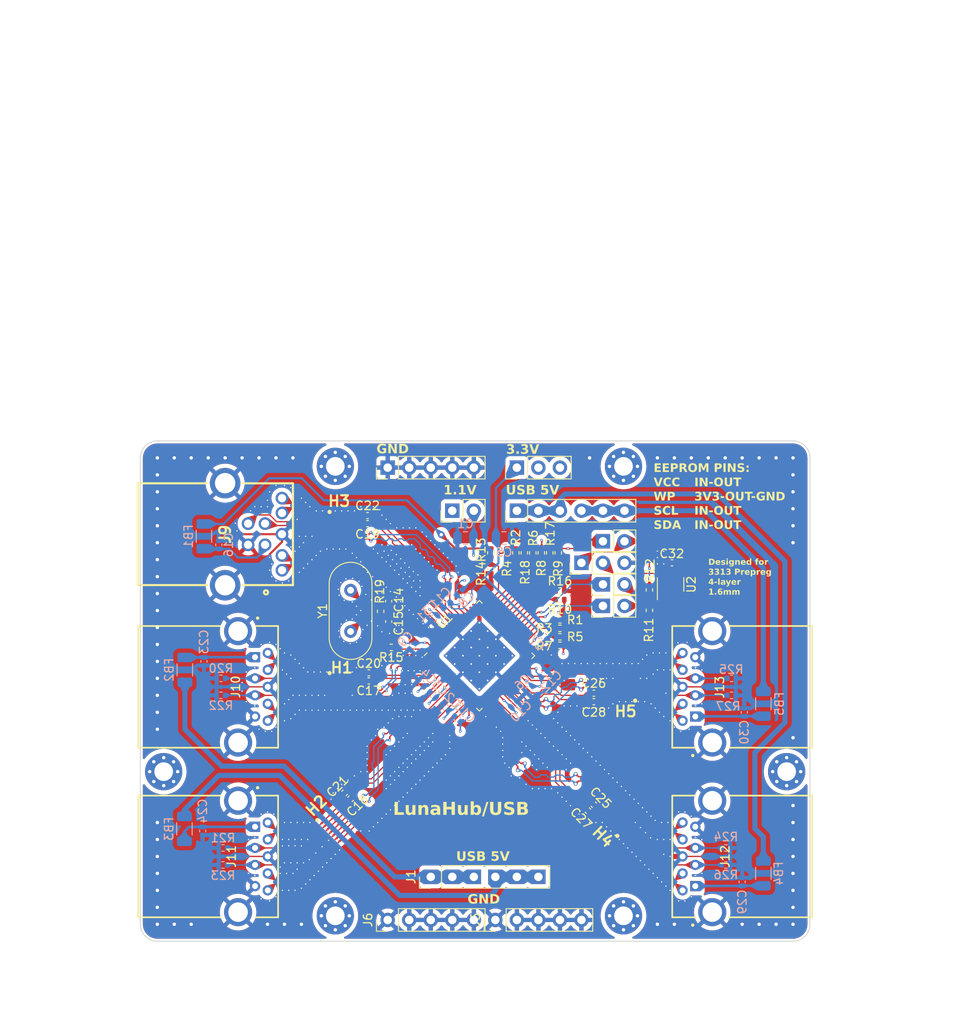
<source format=kicad_pcb>
(kicad_pcb (version 20221018) (generator pcbnew)
  (layers (0 "F.Cu" signal) (1 "In1.Cu" signal) (2 "In2.Cu" signal) (31 "B.Cu" signal) (34 "B.Paste" user) (35 "F.Paste" user) (36 "B.SilkS" user "B.Silkscreen") (37 "F.SilkS" user "F.Silkscreen") (38 "B.Mask" user) (39 "F.Mask" user) (44 "Edge.Cuts" user))
  (net 0 "")
  (net 1 "+1V1")
  (net 2 "GND")
  (net 3 "XO")
  (net 4 "XI")
  (net 5 "Net-(J9-Vbus)")
  (net 6 "USB_UP_SSTXP")
  (net 7 "USB_UP_SSTXN")
  (net 8 "Net-(J10-VBUS)")
  (net 9 "Net-(J11-VBUS)")
  (net 10 "Net-(J12-VBUS)")
  (net 11 "Net-(J13-VBUS)")
  (net 12 "UP_Vbus")
  (net 13 "VBUS_P1")
  (net 14 "VBUS_P2")
  (net 15 "VBUS_P3")
  (net 16 "VBUS_P4")
  (net 17 "USB_UP_DP")
  (net 18 "USB_UP_DN")
  (net 19 "USB_UP_SSRXP")
  (net 20 "USB_UP_SSRXN")
  (net 21 "+3.3V")
  (net 22 "PWRCTL1{slash}BATEN1")
  (net 23 "OVERCUR1z")
  (net 24 "PWRCTL2{slash}BATEN2")
  (net 25 "OVERCUR2z")
  (net 26 "PWRCTL3{slash}BATEN3")
  (net 27 "OVERCUR3z")
  (net 28 "PWRCTL4{slash}BATEN4")
  (net 29 "OVERCUR4z")
  (net 30 "Net-(U1-PWRCTL_POL)")
  (net 31 "Net-(U1-SMBUSz{slash}SS_SUSPEND)")
  (net 32 "Net-(U1-USB_VBUS)")
  (net 33 "Net-(U1-USB_R1)")
  (net 34 "Net-(U1-FULLPWRMGMTz{slash}SMBA1{slash}SS_UP)")
  (net 35 "Net-(U1-GANGED{slash}SMBA2{slash}HS_UP)")
  (net 36 "Net-(U1-AUTOENz{slash}HS_SUSPEND)")
  (net 38 "USB1_DP")
  (net 39 "USB1_DN")
  (net 40 "USB1_SSTXP")
  (net 41 "USB1_SSTXN")
  (net 42 "USB1_SSRXP")
  (net 43 "USB1_SSRXN")
  (net 44 "USB2_DP")
  (net 45 "USB2_DN")
  (net 46 "USB2_SSTXP")
  (net 47 "USB2_SSTXN")
  (net 48 "USB2_SSRXP")
  (net 49 "USB2_SSRXN")
  (net 50 "USB3_DP")
  (net 51 "USB3_DN")
  (net 52 "USB3_SSTXP")
  (net 53 "USB3_SSTXN")
  (net 54 "USB3_SSRXP")
  (net 55 "USB3_SSRXN")
  (net 56 "USB4_DP")
  (net 57 "USB4_DN")
  (net 58 "USB4_SSTXP")
  (net 59 "USB4_SSTXN")
  (net 60 "USB4_SSRXP")
  (net 61 "USB4_SSRXN")
  (net 62 "/USB_Connectors/DOWN3_N")
  (net 63 "/USB_Connectors/DOWN3_P")
  (net 64 "/USB_Connectors/USB_UP_TX_CONN_P")
  (net 65 "/USB_Connectors/USB_UP_TX_CONN_N")
  (net 66 "/USB_Connectors/DOWN1_N")
  (net 67 "/USB_Connectors/DOWN1_P")
  (net 68 "/USB_Connectors/DOWN2_N")
  (net 69 "/USB_Connectors/DOWN2_P")
  (net 70 "/USB_Connectors/DOWN4_N")
  (net 71 "/USB_Connectors/DOWN4_P")
  (net 72 "EEPROM_3.3V")
  (net 73 "SDA")
  (net 74 "Net-(JP1-B)")
  (net 75 "SCL")
  (net 76 "Net-(JP2-B)")
  (net 77 "Net-(JP4-C)")
  (footprint "MountingHole:MountingHole_2.2mm_M2_Pad_Via" (layer "F.Cu") (at 37 110)
    (fp_text reference "REF**" hide)
    (fp_text value "MountingHole_2.2mm_M2_Pad_Via" hide)
  )
  (footprint "Resistor_SMD:R_0402_1005Metric" (layer "F.Cu") (at 43.6 78.35 180)
    (fp_text reference "R15")
    (fp_text value "9k2")
  )
  (footprint "Resistor_SMD:R_0402_1005Metric" (layer "F.Cu") (at 55.35 67.2 -90)
    (fp_text reference "R13")
    (fp_text value "90k9")
  )
  (footprint "Resistor_SMD:R_0402_1005Metric" (layer "F.Cu") (at 55.35 69.1 -90)
    (fp_text reference "R14")
    (fp_text value "10k")
  )
  (footprint "Connector_PinHeader_2.54mm:PinHeader_1x03_P2.54mm_Vertical" (layer "F.Cu") (at 58.42 57.15 90)
    (fp_text reference "J3" hide)
    (fp_text value "Conn_01x03_Pin")
  )
  (footprint "ESD_Protectors:SON50P135X350X55-14N" (layer "F.Cu") (at 71.35 82.5 180)
    (fp_text reference "H5")
    (fp_text value "TPD6E05U06RVZR" hide)
  )
  (footprint "ESD_Protectors:SON50P135X350X55-14N" (layer "F.Cu") (at 37.35 64.5)
    (fp_text reference "H3")
    (fp_text value "TPD6E05U06RVZR" hide)
  )
  (footprint "Resistor_SMD:R_0402_1005Metric" (layer "F.Cu") (at 59.3 67.2 90)
    (fp_text reference "R18")
    (fp_text value "10k")
  )
  (footprint "MountingHole:MountingHole_2.2mm_M2_Pad_Via" (layer "F.Cu") (at 71 57)
    (fp_text reference "REF**" hide)
    (fp_text value "MountingHole_2.2mm_M2_Pad_Via" hide)
  )
  (footprint "GCT_Connectors:GCT_USB1135-15-9-L-B_REVA1" (layer "F.Cu") (at 25.53 103 -90)
    (fp_text reference "J11")
    (fp_text value "USB1135-15-9-L-B_REVA1")
  )
  (footprint "Connector_PinHeader_2.54mm:PinHeader_1x05_P2.54mm_Vertical" (layer "F.Cu") (at 43.18 110.49 90)
    (fp_text reference "J6")
    (fp_text value "Conn_01x05_Pin")
  )
  (footprint "Resistor_SMD:R_0402_1005Metric" (layer "F.Cu") (at 42.35 74.1 -90)
    (fp_text reference "R19")
    (fp_text value "DNI, 1M")
  )
  (footprint "MountingHole:MountingHole_2.2mm_M2_Pad_Via" (layer "F.Cu") (at 37 57)
    (fp_text reference "REF**" hide)
    (fp_text value "MountingHole_2.2mm_M2_Pad_Via" hide)
  )
  (footprint "Capacitor_SMD:C_0402_1005Metric" (layer "F.Cu") (at 38.8 96.2 -135)
    (fp_text reference "C18")
    (fp_text value "100nF")
  )
  (footprint "Capacitor_SMD:C_0402_1005Metric" (layer "F.Cu") (at 43.3 72.9 90)
    (fp_text reference "C14")
    (fp_text value "~30pF")
  )
  (footprint "Capacitor_SMD:C_0402_1005Metric" (layer "F.Cu") (at 40.8 63.75)
    (fp_text reference "C19")
    (fp_text value "100nF")
  )
  (footprint "Connector_PinHeader_2.54mm:PinHeader_1x02_P2.54mm_Vertical" (layer "F.Cu") (at 68.575 70.915 90)
    (fp_text reference "JP2" hide)
    (fp_text value "Jumper_2_Bridged")
  )
  (footprint "GCT_Connectors:GCT_USB1135-15-9-L-B_REVA1" (layer "F.Cu") (at 81.47 103 90)
    (fp_text reference "J12")
    (fp_text value "USB1135-15-9-L-B_REVA1")
  )
  (footprint "Connector_PinHeader_2.54mm:PinHeader_1x02_P2.54mm_Vertical" (layer "F.Cu") (at 68.575 65.835 90)
    (fp_text reference "JP3" hide)
    (fp_text value "Jumper_2_Bridged")
  )
  (footprint "Connector_PinHeader_2.54mm:PinHeader_1x05_P2.54mm_Vertical" (layer "F.Cu") (at 43.18 57.15 90)
    (fp_text reference "J7" hide)
    (fp_text value "Conn_01x05_Pin")
  )
  (footprint "Resistor_SMD:R_0402_1005Metric" (layer "F.Cu") (at 63.5 72.7 180)
    (fp_text reference "R10")
    (fp_text value "DNI")
  )
  (footprint "Resistor_SMD:R_0402_1005Metric" (layer "F.Cu") (at 61.3 67.2 -90)
    (fp_text reference "R8")
    (fp_text value "10k")
  )
  (footprint "Resistor_SMD:R_0402_1005Metric" (layer "F.Cu") (at 74.055 73.975 90)
    (fp_text reference "R11")
    (fp_text value "6k8")
  )
  (footprint "Capacitor_SMD:C_0402_1005Metric" (layer "F.Cu") (at 38.1 95.5 -135)
    (fp_text reference "C21")
    (fp_text value "100nF")
  )
  (footprint "Resistor_SMD:R_0402_1005Metric" (layer "F.Cu") (at 57.3 67.2 -90)
    (fp_text reference "R4")
    (fp_text value "10k")
  )
  (footprint "Connector_PinHeader_2.54mm:PinHeader_1x06_P2.54mm_Vertical" (layer "F.Cu") (at 58.42 62.23 90)
    (fp_text reference "J2" hide)
    (fp_text value "Conn_01x06_Pin")
  )
  (footprint "Resistor_SMD:R_0402_1005Metric" (layer "F.Cu") (at 63.5 76.1 180)
    (fp_text reference "R3")
    (fp_text value "4k7")
  )
  (footprint "Connector_PinHeader_2.54mm:PinHeader_1x03_P2.54mm_Vertical" (layer "F.Cu") (at 66.035 68.375 90)
    (fp_text reference "JP4" hide)
    (fp_text value "WP_SEL")
  )
  (footprint "Capacitor_SMD:C_0402_1005Metric" (layer "F.Cu") (at 43.3 75.3 -90)
    (fp_text reference "C15")
    (fp_text value "~30pF")
  )
  (footprint "ESD_Protectors:SON50P135X350X55-14N" (layer "F.Cu") (at 37.106066 99.486827 45)
    (fp_text reference "H2")
    (fp_text value "TPD6E05U06RVZR" hide)
  )
  (footprint "Connector_PinHeader_2.54mm:PinHeader_1x05_P2.54mm_Vertical" (layer "F.Cu") (at 55.88 110.49 90)
    (fp_text reference "J5")
    (fp_text value "Conn_01x05_Pin")
  )
  (footprint "GCT_Connectors:GCT_USB1135-15-9-L-B_REVA1" (layer "F.Cu") (at 25.53 83 -90)
    (fp_text reference "J10")
    (fp_text value "USB1135-15-9-L-B_REVA1")
  )
  (footprint "Capacitor_SMD:C_0402_1005Metric" (layer "F.Cu") (at 40.95 82.3 180)
    (fp_text reference "C17")
    (fp_text value "100nF")
  )
  (footprint "Package_TO_SOT_SMD:SOT-23-5" (layer "F.Cu") (at 76.555 70.925 90)
    (fp_text reference "U2")
    (fp_text value "24AA02-OT")
  )
  (footprint "Resistor_SMD:R_0402_1005Metric" (layer "F.Cu") (at 58.3 67.2 -90)
    (fp_text reference "R2")
    (fp_text value "10k")
  )
  (footprint "ESD_Protectors:SON50P135X350X55-14N" (layer "F.Cu") (at 71.05 98.35 135)
    (fp_text reference "H4")
    (fp_text value "TPD6E05U06RVZR" hide)
  )
  (footprint "Package_DFN_QFN:QFN-64-1EP_9x9mm_P0.5mm_EP6x6mm_ThermalVias" (layer "F.Cu") (at 54 79.333185 45)
    (fp_text reference "U1")
    (fp_text value "TUSB8041")
  )
  (footprint "Capacitor_SMD:C_0402_1005Metric" (layer "F.Cu") (at 67.5 84.75)
    (fp_text reference "C28")
    (fp_text value "100nF")
  )
  (footprint "Connector_PinHeader_2.54mm:PinHeader_1x06_P2.54mm_Vertical" (layer "F.Cu") (at 48.26 105.41 90)
    (fp_text reference "J1")
    (fp_text value "Conn_01x06_Pin")
  )
  (footprint "Capacitor_SMD:C_0402_1005Metric" (layer "F.Cu") (at 67.5 83.75)
    (fp_text reference "C26")
    (fp_text value "100nF")
  )
  (footprint "MountingHole:MountingHole_2.2mm_M2_Pad_Via" (layer "F.Cu") (at 90.25 93)
    (fp_text reference "REF**" hide)
    (fp_text value "MountingHole_2.2mm_M2_Pad_Via" hide)
  )
  (footprint "Wurth_USB_connector:WR-COM_USB_TYPE_B" (layer "F.Cu") (at 24 65 -90)
    (fp_text reference "J9")
    (fp_text value "~" hide)
  )
  (footprint "MountingHole:MountingHole_2.2mm_M2_Pad_Via" (layer "F.Cu") (at 16.75 93)
    (fp_text reference "REF**" hide)
    (fp_text value "MountingHole_2.2mm_M2_Pad_Via" hide)
  )
  (footprint "Connector_PinHeader_2.54mm:PinHeader_1x02_P2.54mm_Vertical" (layer "F.Cu") (at 50.8 62.23 90)
    (fp_text reference "J4" hide)
    (fp_text value "Conn_01x02_Pin")
  )
  (footprint "Resistor_SMD:R_0402_1005Metric" (layer "F.Cu") (at 63.5 75.1 180)
    (fp_text reference "R1")
    (fp_text value "4k7")
  )
  (footprint "ESD_Protectors:SON50P135X350X55-14N" (layer "F.Cu") (at 37.35 83.5)
    (fp_text reference "H1")
    (fp_text value "TPD6E05U06RVZR" hide)
  )
  (footprint "GCT_Connectors:GCT_USB1135-15-9-L-B_REVA1" (layer "F.Cu") (at 81.47 83 90)
    (fp_text reference "J13")
    (fp_text value "USB1135-15-9-L-B_REVA1")
  )
  (footprint "Resistor_SMD:R_0402_1005Metric" (layer "F.Cu") (at 63.5 78.1 180)
    (fp_text reference "R7")
    (fp_text value "4k7")
  )
  (footprint "Resistor_SMD:R_0402_1005Metric" (layer "F.Cu") (at 62.3 67.2 90)
    (fp_text reference "R17")
    (fp_text value "10k")
  )
  (footprint "Resistor_SMD:R_0402_1005Metric" (layer "F.Cu") (at 60.3 67.2 -90)
    (fp_text reference "R6")
    (fp_text value "10k")
  )
  (footprint "Capacitor_SMD:C_0402_1005Metric" (layer "F.Cu") (at 66.8 97.6 -45)
    (fp_text reference "C27")
    (fp_text value "100nF")
  )
  (footprint "Resistor_SMD:R_0402_1005Metric" (layer "F.Cu") (at 63.3 67.2 -90)
    (fp_text reference "R9")
    (fp_text value "DNI")
  )
  (footprint "Crystal:Crystal_HC49-4H_Vertical" (layer "F.Cu") (at 38.8 71.6 -90)
    (fp_text reference "Y1")
    (fp_text value "24MHz")
  )
  (footprint "Capacitor_SMD:C_0402_1005Metric" (layer "F.Cu") (at 76.715 68.375 180)
    (fp_text reference "C32")
    (fp_text value "100nF")
  )
  (footprint "Connector_PinHeader_2.54mm:PinHeader_1x02_P2.54mm_Vertical" (layer "F.Cu") (at 68.575 73.455 90)
    (fp_text reference "JP1" hide)
    (fp_text value "Jumper_2_Bridged")
  )
  (footprint "Resistor_SMD:R_0402_1005Metric" (layer "F.Cu") (at 63.5 71.7)
    (fp_text reference "R16")
    (fp_text value "10k")
  )
  (footprint "Capacitor_SMD:C_0402_1005Metric" (layer "F.Cu") (at 67.5 96.9 -45)
    (fp_text reference "C25")
    (fp_text value "100nF")
  )
  (footprint "Resistor_SMD:R_0402_1005Metric" (layer "F.Cu") (at 74.055 71.575 -90)
    (fp_text reference "R12")
    (fp_text value "6k8")
  )
  (footprint "Resistor_SMD:R_0402_1005Metric" (layer "F.Cu") (at 63.5 77.1 180)
    (fp_text reference "R5")
    (fp_text value "4k7")
  )
  (footprint "Capacitor_SMD:C_0402_1005Metric" (layer "F.Cu") (at 40.8 62.8)
    (fp_text reference "C22")
    (fp_text value "100nF")
  )
  (footprint "MountingHole:MountingHole_2.2mm_M2_Pad_Via" (layer "F.Cu") (at 71 110)
    (fp_text reference "REF**" hide)
    (fp_text value "MountingHole_2.2mm_M2_Pad_Via" hide)
  )
  (footprint "Capacitor_SMD:C_0402_1005Metric" (layer "F.Cu") (at 40.95 81.35 180)
    (fp_text reference "C20")
    (fp_text value "100nF")
  )
  (footprint "Capacitor_SMD:C_0402_1005Metric" (layer "B.Cu") (at 58.1 85.072272 45)
    (fp_text reference "C10")
    (fp_text value "10nF")
  )
  (footprint "Capacitor_SMD:C_0402_1005Metric" (layer "B.Cu") (at 46.1 78.2 -135)
    (fp_text reference "C9")
    (fp_text value "10nF")
  )
  (footprint "Capacitor_SMD:C_0402_1005Metric" (layer "B.Cu") (at 21.5 80 90)
    (fp_text reference "C23")
    (fp_text value "100nF")
  )
  (footprint "Capacitor_SMD:C_0402_1005Metric" (layer "B.Cu") (at 85 106 -90)
    (fp_text reference "C29")
    (fp_text value "100nF")
  )
  (footprint "Resistor_SMD:R_1206_3216Metric" (layer "B.Cu") (at 87.5 105 -90)
    (fp_text reference "FB4")
    (fp_text value "220@1000 MHz 2A")
  )
  (footprint "Resistor_SMD:R_1206_3216Metric" (layer "B.Cu") (at 19.25 81 90)
    (fp_text reference "FB2")
    (fp_text value "220@1000 MHz 2A")
  )
  (footprint "Capacitor_SMD:C_0402_1005Metric" (layer "B.Cu") (at 48.510589 83.932861 135)
    (fp_text reference "C3")
    (fp_text value "10nF")
  )
  (footprint "Capacitor_SMD:C_0402_1005Metric" (layer "B.Cu") (at 50.2 73.322272 -135)
    (fp_text reference "C11")
    (fp_text value "10nF")
  )
  (footprint "Resistor_SMD:R_0402_1005Metric" (layer "B.Cu") (at 23.75 104 180)
    (fp_text reference "R23")
    (fp_text value "68k")
  )
  (footprint "Resistor_SMD:R_0402_1005Metric" (layer "B.Cu") (at 83.075 104)
    (fp_text reference "R26")
    (fp_text value "68k")
  )
  (footprint "Resistor_SMD:R_0402_1005Metric" (layer "B.Cu") (at 23.5 82 180)
    (fp_text reference "R20")
    (fp_text value "68k")
  )
  (footprint "Capacitor_SMD:C_0402_1005Metric" (layer "B.Cu") (at 61.6 77.022272 -45)
    (fp_text reference "C7")
    (fp_text value "10nF")
  )
  (footprint "Capacitor_SMD:C_0402_1005Metric" (layer "B.Cu") (at 61.65 81.522272 45)
    (fp_text reference "C12")
    (fp_text value "10nF")
  )
  (footprint "Resistor_SMD:R_1206_3216Metric" (layer "B.Cu") (at 21.5 65.25 -90)
    (fp_text reference "FB1")
    (fp_text value "220 @ 1000 MHz, 2A")
  )
  (footprint "Capacitor_SMD:C_0402_1005Metric" (layer "B.Cu") (at 59.9 83.272272 -135)
    (fp_text reference "C6")
    (fp_text value "10nF")
  )
  (footprint "Resistor_SMD:R_0402_1005Metric" (layer "B.Cu") (at 23.5 84 180)
    (fp_text reference "R22")
    (fp_text value "68k")
  )
  (footprint "Resistor_SMD:R_0402_1005Metric" (layer "B.Cu") (at 83.75 82)
    (fp_text reference "R25")
    (fp_text value "68k")
  )
  (footprint "Capacitor_SMD:C_0805_2012Metric" (layer "B.Cu") (at 56.9 65.45)
    (fp_text reference "C5")
    (fp_text value "10uF")
  )
  (footprint "Capacitor_SMD:C_0402_1005Metric" (layer "B.Cu") (at 48.65 74.872272 -135)
    (fp_text reference "C31")
    (fp_text value "10nF")
  )
  (footprint "Capacitor_SMD:C_0805_2012Metric" (layer "B.Cu") (at 52.35 65.45 180)
    (fp_text reference "C1")
    (fp_text value "10uF")
  )
  (footprint "Capacitor_SMD:C_0402_1005Metric" (layer "B.Cu") (at 21.35 100 90)
    (fp_text reference "C24")
    (fp_text value "100nF")
  )
  (footprint "Capacitor_SMD:C_0402_1005Metric" (layer "B.Cu") (at 85.25 86 -90)
    (fp_text reference "C30")
    (fp_text value "100nF")
  )
  (footprint "Resistor_SMD:R_1206_3216Metric" (layer "B.Cu") (at 19.2 99.75 -90)
    (fp_text reference "FB3")
    (fp_text value "220@1000 MHz 2A")
  )
  (footprint "Capacitor_SMD:C_0402_1005Metric" (layer "B.Cu") (at 51.65 71.872272 45)
    (fp_text reference "C8")
    (fp_text value "10nF")
  )
  (footprint "Capacitor_SMD:C_0402_1005Metric" (layer "B.Cu") (at 47.160589 82.572272 135)
    (fp_text reference "C4")
    (fp_text value "10nF")
  )
  (footprint "Resistor_SMD:R_0402_1005Metric" (layer "B.Cu") (at 83.075 102)
    (fp_text reference "R24")
    (fp_text value "68k")
  )
  (footprint "Resistor_SMD:R_0402_1005Metric" (layer "B.Cu") (at 83.75 84)
    (fp_text reference "R27")
    (fp_text value "68k")
  )
  (footprint "Capacitor_SMD:C_0402_1005Metric" (layer "B.Cu") (at 23.25 66.25 90)
    (fp_text reference "C16")
    (fp_text value "100nF")
  )
  (footprint "Capacitor_SMD:C_0402_1005Metric" (layer "B.Cu") (at 50.010589 85.422272 135)
    (fp_text reference "C2")
    (fp_text value "10nF")
  )
  (footprint "Capacitor_SMD:C_0402_1005Metric" (layer "B.Cu") (at 51.410589 86.772272 135)
    (fp_text reference "C13")
    (fp_text value "10nF")
  )
  (footprint "Resistor_SMD:R_1206_3216Metric" (layer "B.Cu") (at 87.5 85 -90)
    (fp_text reference "FB5")
    (fp_text value "220@1000 MHz 2A")
  )
  (footprint "Resistor_SMD:R_0402_1005Metric" (layer "B.Cu") (at 23.75 102 180)
    (fp_text reference "R21")
    (fp_text value "68k")
  )
  (gr_poly (pts (xy 63.3 74.2) (xy 64 74.9) (xy 64 73.6)) (stroke (width 0.15)) (fill solid) (layer "F.Cu"))
  (gr_poly (pts (xy 73.45 65.85) (xy 74.65 65.85) (xy 74.05 66.45)) (stroke (width 0.15)) (fill solid) (layer "F.Cu"))
  (gr_poly (pts (xy 50.6 73.55) (xy 50.85 73.3) (xy 50.6 73.05) (xy 50.35 73.25)) (stroke (width 0.15)) (fill solid) (layer "B.Cu"))
  (gr_arc (start 14 56) (mid 14.585786 54.585786) (end 16 54) (stroke (width 0.1)) (layer "Edge.Cuts"))
  (gr_arc (start 91 54) (mid 92.414214 54.585786) (end 93 56) (stroke (width 0.1)) (layer "Edge.Cuts"))
  (gr_arc (start 16 113) (mid 14.585786 112.414214) (end 14 111) (stroke (width 0.1)) (layer "Edge.Cuts"))
  (gr_arc (start 93 111) (mid 92.414214 112.414214) (end 91 113) (stroke (width 0.1)) (layer "Edge.Cuts"))
  (gr_line (start 16 54) (end 91 54) (stroke (width 0.1)) (layer "Edge.Cuts"))
  (gr_line (start 91 113) (end 16 113) (stroke (width 0.1)) (layer "Edge.Cuts"))
  (gr_line (start 93 56) (end 93 111) (stroke (width 0.1)) (layer "Edge.Cuts"))
  (gr_line (start 14 111) (end 14 56) (stroke (width 0.1)) (layer "Edge.Cuts"))
  (gr_text "GND" (at 52.6 108.75) (layer "F.SilkS") (effects (font (size 1.1 1.1) (thickness 0.275) bold) (justify left bottom)))
  (gr_text "GND" (at 41.85 55.65) (layer "F.SilkS") (effects (font (size 1.1 1.1) (thickness 0.275) bold) (justify left bottom)))
  (gr_text "USB 5V" (at 57.1 60.5) (layer "F.SilkS") (effects (font (size 1.1 1.1) (thickness 0.275) bold) (justify left bottom)))
  (gr_text "3.3V" (at 57.15 55.7) (layer "F.SilkS") (effects (font (size 1.1 1.1) (thickness 0.275) bold) (justify left bottom)))
  (gr_text "Designed for\n3313 Prepreg\n4-layer\n1.6mm" (at 81 72.25) (layer "F.SilkS") (effects (font (size 0.7 0.7) (thickness 0.175) bold) (justify left bottom)))
  (gr_text "1.1V" (at 49.75 60.5) (layer "F.SilkS") (effects (font (size 1.1 1.1) (thickness 0.275) bold) (justify left bottom)))
  (gr_text "EEPROM PINS:\nVCC	IN-OUT\nWP 	3V3-OUT-GND\nSCL	IN-OUT\nSDA	IN-OUT" (at 74.55 64.55) (layer "F.SilkS") (effects (font (size 1 1) (thickness 0.25) bold) (justify left bottom)))
  (gr_text "USB 5V" (at 51.25 103.7) (layer "F.SilkS") (effects (font (size 1.1 1.1) (thickness 0.275) bold) (justify left bottom)))
  (gr_text "LunaHub/USB" (at 43.8 98.35) (layer "F.SilkS") (effects (font (size 1.5 1.5) (thickness 0.3) bold) (justify left bottom)))
  (segment (start 52.08 72.68) (end 52.08 73.524098) (width 0.15) (layer "F.Cu") (net 1))
  (segment (start 60.7 80.85) (end 60.113009 80.85) (width 0.15) (layer "F.Cu") (net 1))
  (segment (start 49.85 83.129632) (end 50.685437 82.294195) (width 0.15) (layer "F.Cu") (net 1))
  (segment (start 49.663262 75.35) (end 50.685437 76.372175) (width 0.15) (layer "F.Cu") (net 1))
  (segment (start 52.453204 84.146796) (end 51.6 85) (width 0.15) (layer "F.Cu") (net 1))
  (segment (start 52.08 73.524098) (end 52.806757 74.250855) (width 0.15) (layer "F.Cu") (net 1))
  (segment (start 52.453204 84.061962) (end 52.453204 84.146796) (width 0.15) (layer "F.Cu") (net 1))
  (segment (start 49.65 75.35) (end 49.663262 75.35) (width 0.15) (layer "F.Cu") (net 1))
  (segment (start 59.441689 82.3) (end 58.375223 81.233534) (width 0.15) (layer "F.Cu") (net 1))
  (segment (start 60.113009 80.85) (end 59.435883 80.172874) (width 0.15) (layer "F.Cu") (net 1))
  (segment (start 49.624777 81.233534) (end 49.624777 81.275223) (width 0.15) (layer "F.Cu") (net 1))
  (segment (start 55.900349 83.708408) (end 56.008408 83.708408) (width 0.15) (layer "F.Cu") (net 1))
  (segment (start 56.008408 83.708408) (end 56.9 84.6) (width 0.15) (layer "F.Cu") (net 1))
  (segment (start 59.5 82.3) (end 59.441689 82.3) (width 0.15) (layer "F.Cu") (net 1))
  (segment (start 52.05 72.65) (end 52.08 72.68) (width 0.15) (layer "F.Cu") (net 1))
  (segment (start 49.624777 81.275223) (end 48.8 82.1) (width 0.15) (layer "F.Cu") (net 1))
  (via (at 49.8 86.7) (size 0.3) (drill 0.15) (layers "F.Cu" "B.Cu") (net 1))
  (via (at 48.05 84.95) (size 0.3) (drill 0.15) (layers "F.Cu" "B.Cu") (net 1))
  (via (at 59.5 82.3) (size 0.3) (drill 0.15) (layers "F.Cu" "B.Cu") (net 1))
  (via (at 56.9 84.6) (size 0.3) (drill 0.15) (layers "F.Cu" "B.Cu") (net 1))
  (via (at 61.1 82.95) (size 0.3) (drill 0.15) (layers "F.Cu" "B.Cu") (net 1))
  (via (at 53.3 67.5) (size 0.3) (drill 0.15) (layers "F.Cu" "B.Cu") (net 1))
  (via (at 49.85 83.129632) (size 0.3) (drill 0.15) (layers "F.Cu" "B.Cu") (net 1))
  (via (at 46.75 83.55) (size 0.3) (drill 0.15) (layers "F.Cu" "B.Cu") (net 1))
  (via (at 60.7 80.85) (size 0.3) (drill 0.15) (layers "F.Cu" "B.Cu") (net 1))
  (via (at 48.1 73.85) (size 0.3) (drill 0.15) (layers "F.Cu" "B.Cu") (net 1))
  (via (at 48.8 82.1) (size 0.3) (drill 0.15) (layers "F.Cu" "B.Cu") (net 1))
  (via (at 49.65 75.35) (size 0.3) (drill 0.15) (layers "F.Cu" "B.Cu") (net 1))
  (via (at 51.6 85) (size 0.3) (drill 0.15) (layers "F.Cu" "B.Cu") (net 1))
  (via (at 58.35 86.05) (size 0.3) (drill 0.15) (layers "F.Cu" "B.Cu") (net 1))
  (via (at 52.25 70.45) (size 0.3) (drill 0.15) (layers "F.Cu" "B.Cu") (net 1))
  (via (at 52.05 72.65) (size 0.3) (drill 0.15) (layers "F.Cu" "B.Cu") (net 1))
  (segment (start 51.9 72.5) (end 51.598906 72.5) (width 0.15) (layer "B.Cu") (net 1))
  (segment (start 49.65 75.35) (end 49.65 75.19345) (width 0.15) (layer "B.Cu") (net 1))
  (segment (start 60.239411 82.932861) (end 61.082861 82.932861) (width 0.15) (layer "B.Cu") (net 1))
  (segment (start 48.8 82.1) (end 47.988317 82.911683) (width 0.15) (layer "B.Cu") (net 1))
  (segment (start 49.85 83.272272) (end 48.85 84.272272) (width 0.15) (layer "B.Cu") (net 1))
  (segment (start 56.948906 84.6) (end 57.760589 85.411683) (width 0.15) (layer "B.Cu") (net 1))
  (segment (start 60.7 80.85) (end 60.7 81.251094) (width 0.15) (layer "B.Cu") (net 1))
  (segment (start 53.34 65.41) (end 53.3 65.45) (width 0.25) (layer "B.Cu") (net 1))
  (segment (start 59.60655 82.3) (end 60.239411 82.932861) (width 0.15) (layer "B.Cu") (net 1))
  (segment (start 59.5 82.3) (end 59.60655 82.3) (width 0.15) (layer "B.Cu") (net 1))
  (segment (start 50.35 85.761683) (end 50.35 86.15) (width 0.15) (layer "B.Cu") (net 1))
  (segment (start 51.310589 72.211683) (end 51.310589 71.039411) (width 0.15) (layer "B.Cu") (net 1))
  (segment (start 48.782861 74.532861) (end 48.1 73.85) (width 0.15) (layer "B.Cu") (net 1))
  (segment (start 61.310589 82.739411) (end 61.1 82.95) (width 0.15) (layer "B.Cu") (net 1))
  (segment (start 51.6 85) (end 50.838317 85.761683) (width 0.15) (layer "B.Cu") (net 1))
  (segment (start 47.988317 82.911683) (end 47.5 82.911683) (width 0.15) (layer "B.Cu") (net 1))
  (segment (start 48.727728 84.272272) (end 48.05 84.95) (width 0.15) (layer "B.Cu") (net 1))
  (segment (start 60.7 81.251094) (end 61.310589 81.861683) (width 0.15) (layer "B.Cu") (net 1))
  (segment (start 56.9 84.6) (end 56.948906 84.6) (width 0.15) (layer "B.Cu") (net 1))
  (segment (start 52.05 72.65) (end 51.9 72.5) (width 0.15) (layer "B.Cu") (net 1))
  (segment (start 57.760589 85.411683) (end 57.760589 85.460589) (width 0.15) (layer "B.Cu") (net 1))
  (segment (start 61.310589 81.861683) (end 61.310589 82.739411) (width 0.15) (layer "B.Cu") (net 1))
  (segment (start 51.9 70.45) (end 52.25 70.45) (width 0.15) (layer "B.Cu") (net 1))
  (segment (start 50.35 86.15) (end 49.8 86.7) (width 0.15) (layer "B.Cu") (net 1))
  (segment (start 53.34 62.23) (end 53.34 65.41) (width 0.25) (layer "B.Cu") (net 1))
  (segment (start 53.3 65.45) (end 53.3 67.5) (width 0.25) (layer "B.Cu") (net 1))
  (segment (start 48.85 84.272272) (end 48.727728 84.272272) (width 0.15) (layer "B.Cu") (net 1))
  (segment (start 47.388317 82.911683) (end 46.75 83.55) (width 0.15) (layer "B.Cu") (net 1))
  (segment (start 48.989411 74.532861) (end 48.782861 74.532861) (width 0.15) (layer "B.Cu") (net 1))
  (segment (start 49.85 83.129632) (end 49.85 83.272272) (width 0.15) (layer "B.Cu") (net 1))
  (segment (start 47.5 82.911683) (end 47.388317 82.911683) (width 0.15) (layer "B.Cu") (net 1))
  (segment (start 49.65 75.19345) (end 48.989411 74.532861) (width 0.15) (layer "B.Cu") (net 1))
  (segment (start 50.838317 85.761683) (end 50.35 85.761683) (width 0.15) (layer "B.Cu") (net 1))
  (segment (start 51.310589 71.039411) (end 51.9 70.45) (width 0.15) (layer "B.Cu") (net 1))
  (segment (start 57.760589 85.460589) (end 58.35 86.05) (width 0.15) (layer "B.Cu") (net 1))
  (segment (start 51.598906 72.5) (end 51.310589 72.211683) (width 0.15) (layer "B.Cu") (net 1))
  (segment (start 61.082861 82.932861) (end 61.1 82.95) (width 0.15) (layer "B.Cu") (net 1))
  (segment (start 76.555 69.105) (end 76.555 72.0625) (width 0.15) (layer "F.Cu") (net 2))
  (segment (start 38 84) (end 39.5 84) (width 0.1554) (layer "F.Cu") (net 2))
  (segment (start 33.925 103.375) (end 33.55 103.75) (width 0.15) (layer "F.Cu") (net 2))
  (segment (start 38 84) (end 36.7 84) (width 0.1554) (layer "F.Cu") (net 2))
  (segment (start 38.55 98.75) (end 38.8 98.5) (width 0.15) (layer "F.Cu") (net 2))
  (segment (start 74.2 100.8) (end 74.4 101) (width 0.15) (layer "F.Cu") (net 2))
  (segment (start 29.25 67.36986) (end 29.25 67.75) (width 0.25) (layer "F.Cu") (net 2))
  (segment (start 77.97 103) (end 80.25 103) (width 0.1554) (layer "F.Cu") (net 2))
  (segment (start 72 82) (end 73 82) (width 0.15) (layer "F.Cu") (net 2))
  (segment (start 71.863173 98.456066) (end 70.943934 97.536827) (width 0.15) (layer "F.Cu") (net 2))
  (segment (start 41.45 66.8) (end 41.5 66.75) (width 0.15) (layer "F.Cu") (net 2))
  (segment (start 74 82) (end 74.5 81.5) (width 0.15) (layer "F.Cu") (net 2))
  (segment (start 70.943934 97.536827) (end 65.807107 92.4) (width 0.15) (layer "F.Cu") (net 2))
  (segment (start 32 84) (end 31.5 84.5) (width 0.1554) (layer "F.Cu") (net 2))
  (segment (start 38.8 98.5) (end 39.95 98.5) (width 0.15) (layer "F.Cu") (net 2))
  (segment (start 36.2 101.1) (end 35.45 101.85) (width 0.15) (layer "F.Cu") (net 2))
  (segment (start 29.03 103) (end 26.25 103) (width 0.1554) (layer "F.Cu") (net 2))
  (segment (start 33.55 103.75) (end 33.25 103.75) (width 0.15) (layer "F.Cu") (net 2))
  (segment (start 73.75 82) (end 74 82) (width 0.15) (layer "F.Cu") (net 2))
  (segment (start 37.869239 99.380761) (end 37.919239 99.380761) (width 0.1554) (layer "F.Cu") (net 2))
  (segment (start 67.5 82) (end 68.25 82) (width 0.15) (layer "F.Cu") (net 2))
  (segment (start 30.71 65) (end 30.71 65.90986) (width 0.25) (layer "F.Cu") (net 2))
  (segment (start 39.5 84) (end 39.6347 84.1347) (width 0.1554) (layer "F.Cu") (net 2))
  (segment (start 69 82) (end 69.75 82) (width 0.15) (layer "F.Cu") (net 2))
  (segment (start 77.97 83) (end 80.25 83) (width 0.1554) (layer "F.Cu") (net 2))
  (segment (start 37.919239 99.380761) (end 38.55 98.75) (width 0.15) (layer "F.Cu") (net 2))
  (segment (start 30.71 65.90986) (end 29.25 67.36986) (width 0.25) (layer "F.Cu") (net 2))
  (segment (start 66.75 82) (end 67.5 82) (width 0.15) (layer "F.Cu") (net 2))
  (segment (start 76.5 103) (end 77.97 103) (width 0.6) (layer "F.Cu") (net 2))
  (segment (start 41.75 96.7) (end 41.75 96.35) (width 0.15) (layer "F.Cu") (net 2))
  (segment (start 68.25 82) (end 69 82) (width 0.15) (layer "F.Cu") (net 2))
  (segment (start 39.95 98.5) (end 41.75 96.7) (width 0.15) (layer "F.Cu") (net 2))
  (segment (start 43.75 84) (end 44 83.75) (width 0.1554) (layer "F.Cu") (net 2))
  (segment (start 75 101) (end 75.2 101) (width 0.15) (layer "F.Cu") (net 2))
  (segment (start 65.807107 92.4) (end 65.6 92.4) (width 0.15) (layer "F.Cu") (net 2))
  (segment (start 40.95 66.8) (end 41.45 66.8) (width 0.15) (layer "F.Cu") (net 2))
  (segment (start 43.6153 84.1347) (end 43.75 84) (width 0.1554) (layer "F.Cu") (net 2))
  (segment (start 38 65) (end 39.15 65) (width 0.15) (layer "F.Cu") (net 2))
  (segment (start 34.7 102.6) (end 33.925 103.375) (width 0.15) (layer "F.Cu") (net 2))
  (segment (start 34.5 65) (end 34.25 65.25) (width 0.15) (layer "F.Cu") (net 2))
  (segment (start 41.5 66.75) (end 41.55 66.8) (width 0.15) (layer "F.Cu") (net 2))
  (segment (start 76.235 68.375) (end 76.235 68.785) (width 0.15) (layer "F.Cu") (net 2))
  (segment (start 76.235 68.785) (end 76.555 69.105) (width 0.15) (layer "F.Cu") (net 2))
  (segment (start 73 99.6) (end 73.6 100.2) (width 0.15) (layer "F.Cu") (net 2))
  (segment (start 37.919239 99.380761) (end 37.919239 99.330761) (width 0.1554) (layer "F.Cu") (net 2))
  (segment (start 30.71 65) (end 26 65) (width 0.25) (layer "F.Cu") (net 2))
  (segment (start 37 100.3) (end 37.919239 99.380761) (width 0.15) (layer "F.Cu") (net 2))
  (segment (start 37 100.3) (end 36.2 101.1) (width 0.15) (layer "F.Cu") (net 2))
  (segment (start 36.7 84) (end 32 84) (width 0.1554) (layer "F.Cu") (net 2))
  (segment (start 73.6 100.2) (end 74.2 100.8) (width 0.15) (layer "F.Cu") (net 2))
  (segment (start 73 82) (end 73.75 82) (width 0.15) (layer "F.Cu") (net 2))
  (segment (start 36.7 65) (end 34.5 65) (width 0.15) (layer "F.Cu") (net 2))
  (segment (start 39.15 65) (end 40.45 66.3) (width 0.15) (layer "F.Cu") (net 2))
  (segment (start 38 65) (end 36.7 65) (width 0.15) (layer "F.Cu") (net 2))
  (segment (start 31.5 84.5) (end 31 85) (width 0.1554) (layer "F.Cu") (net 2))
  (segment (start 74.4 101) (end 75 101) (width 0.15) (layer "F.Cu") (net 2))
  (segment (start 71.863173 98.463173) (end 72.4 99) (width 0.15) (layer "F.Cu") (net 2))
  (segment (start 70.7 82) (end 72 82) (width 0.15) (layer "F.Cu") (net 2))
  (segment (start 69.75 82) (end 70.7 82) (width 0.15) (layer "F.Cu") (net 2))
  (segment (start 40.45 66.3) (end 40.95 66.8) (width 0.15) (layer "F.Cu") (net 2))
  (segment (start 39.6347 84.1347) (end 43.6153 84.1347) (width 0.1554) (layer "F.Cu") (net 2))
  (segment (start 29.03 83) (end 26.75 83) (width 0.1554) (layer "F.Cu") (net 2))
  (segment (start 71.863173 98.456066) (end 71.863173 98.463173) (width 0.15) (layer "F.Cu") (net 2))
  (segment (start 72.4 99) (end 73 99.6) (width 0.15) (layer "F.Cu") (net 2))
  (segment (start 35.45 101.85) (end 34.7 102.6) (width 0.15) (layer "F.Cu") (net 2))
  (via (at 69.75 80.25) (size 0.3) (drill 0.15) (layers "F.Cu" "B.Cu") (net 2))
  (via (at 31 79) (size 0.3) (drill 0.15) (layers "F.Cu" "B.Cu") (net 2))
  (via (at 85 56) (size 0.8) (drill 0.4) (layers "F.Cu" "B.Cu") (net 2))
  (via (at 37.25 95) (size 0.3) (drill 0.15) (layers "F.Cu" "B.Cu") (net 2))
  (via (at 16 60) (size 0.8) (drill 0.4) (layers "F.Cu" "B.Cu") (net 2))
  (via (at 67.25 91.25) (size 0.3) (drill 0.15) (layers "F.Cu" "B.Cu") (net 2))
  (via (at 63.75 96) (size 0.3) (drill 0.15) (layers "F.Cu" "B.Cu") (net 2))
  (via (at 33 101) (size 0.3) (drill 0.15) (layers "F.Cu" "B.Cu") (net 2))
  (via (at 63.75 87.75) (size 0.3) (drill 0.15) (layers "F.Cu" "B.Cu") (net 2))
  (via (at 46 86.5) (size 0.3) (drill 0.15) (layers "F.Cu" "B.Cu") (net 2))
  (via (at 34.75 62.25) (size 0.3) (drill 0.15) (layers "F.Cu" "B.Cu") (net 2))
  (via (at 44.25 68.5) (size 0.3) (drill 0.15) (layers "F.Cu" "B.Cu") (net 2))
  (via (at 76.5 67.75) (size 0.3) (drill 0.15) (layers "F.Cu" "B.Cu") (net 2))
  (via (at 65.25 97.5) (size 0.3) (drill 0.15) (layers "F.Cu" "B.Cu") (net 2))
  (via (at 45.2 68.4) (size 0.3) (drill 0.15) (layers "F.Cu" "B.Cu") (net 2))
  (via (at 60.5 91) (size 0.3) (drill 0.15) (layers "F.Cu" "B.Cu") (net 2))
  (via (at 42.5 71.9) (size 0.3) (drill 0.15) (layers "F.Cu" "B.Cu") (net 2))
  (via (at 32.75 85.75) (size 0.3) (drill 0.15) (layers "F.Cu" "B.Cu") (net 2))
  (via (at 31.25 81.5) (size 0.3) (drill 0.15) (layers "F.Cu" "B.Cu") (net 2))
  (via (at 38.5 94) (size 0.3) (drill 0.15) (layers "F.Cu" "B.Cu") (net 2))
  (via (at 43.6 66.9) (size 0.3) (drill 0.15) (layers "F.Cu" "B.Cu") (net 2))
  (via (at 60.25 87.5) (size 0.3) (drill 0.15) (layers "F.Cu" "B.Cu") (net 2))
  (via (at 47 91) (size 0.3) (drill 0.15) (layers "F.Cu" "B.Cu") (net 2))
  (via (at 46 83.75) (size 0.3) (drill 0.15) (layers "F.Cu" "B.Cu") (net 2))
  (via (at 43.25 85.75) (size 0.3) (drill 0.15) (layers "F.Cu" "B.Cu") (net 2))
  (via (at 74.25 85) (size 0.3) (drill 0.15) (layers "F.Cu" "B.Cu") (net 2))
  (via (at 75.5 106) (size 0.3) (drill 0.15) (layers "F.Cu" "B.Cu") (net 2))
  (via (at 41 100) (size 0.3) (drill 0.15) (layers "F.Cu" "B.Cu") (net 2))
  (via (at 63.25 95.5) (size 0.3) (drill 0.15) (layers "F.Cu" "B.Cu") (net 2))
  (via (at 45.5 95.5) (size 0.3) (drill 0.15) (layers "F.Cu" "B.Cu") (net 2))
  (via (at 16 80) (size 0.8) (drill 0.4) (layers "F.Cu" "B.Cu") (net 2))
  (via (at 76 106.5) (size 0.3) (drill 0.15) (layers "F.Cu" "B.Cu") (net 2))
  (via (at 40.25 85.75) (size 0.3) (drill 0.15) (layers "F.Cu" "B.Cu") (net 2))
  (via (at 56.75 89.75) (size 0.3) (drill 0.15) (layers "F.Cu" "B.Cu") (net 2))
  (via (at 57 92) (size 0.3) (drill 0.15) (layers "F.Cu" "B.Cu") (net 2))
  (via (at 26.75 101) (size 0.3) (drill 0.15) (layers "F.Cu" "B.Cu") (net 2))
  (via (at 78.5 77.75) (size 0.3) (drill 0.15) (layers "F.Cu" "B.Cu") (net 2))
  (via (at 37.75 94.5) (size 0.3) (drill 0.15) (layers "F.Cu" "B.Cu") (net 2))
  (via (at 67.75 99) (size 0.3) (drill 0.15) (layers "F.Cu" "B.Cu") (net 2))
  (via (at 46.3 81.1) (size 0.3) (drill 0.15) (layers "F.Cu" "B.Cu") (net 2))
  (via (at 43.75 86.75) (size 0.3) (drill 0.15) (layers "F.Cu" "B.Cu") (net 2))
  (via (at 56 87.75) (size 0.3) (drill 0.15) (layers "F.Cu" "B.Cu") (net 2))
  (via (at 79.5 80.75) (size 0.3) (drill 0.15) (layers "F.Cu" "B.Cu") (net 2))
  (via (at 43.5 71.75) (size 0.3) (drill 0.15) (layers "F.Cu" "B.Cu") (net 2))
  (via (at 34 99) (size 0.3) (drill 0.15) (layers "F.Cu" "B.Cu") (net 2))
  (via (at 54.75 86.5) (size 0.3) (drill 0.15) (layers "F.Cu" "B.Cu") (net 2))
  (via (at 50.5 90.25) (size 0.3) (drill 0.15) (layers "F.Cu" "B.Cu") (net 2))
  (via (at 37.7 75.6) (size 0.3) (drill 0.15) (layers "F.Cu" "B.Cu") (net 2))
  (via (at 29.25 69.25) (size 0.3) (drill 0.15) (layers "F.Cu" "B.Cu") (net 2))
  (via (at 91 89) (size 0.8) (drill 0.4) (layers "F.Cu" "B.Cu") (net 2))
  (via (at 33.5 61.25) (size 0.3) (drill 0.15) (layers "F.Cu" "B.Cu") (net 2))
  (via (at 32.25 107) (size 0.3) (drill 0.15) (layers "F.Cu" "B.Cu") (net 2))
  (via (at 32 70) (size 0.3) (drill 0.15) (layers "F.Cu" "B.Cu") (net 2))
  (via (at 47 81.1) (size 0.3) (drill 0.15) (layers "F.Cu" "B.Cu") (net 2))
  (via (at 60.25 92.25) (size 0.3) (drill 0.15) (layers "F.Cu" "B.Cu") (net 2))
  (via (at 76 79) (size 0.3) (drill 0.15) (layers "F.Cu" "B.Cu") (net 2))
  (via (at 32.5 103.75) (size 0.3) (drill 0.15) (layers "F.Cu" "B.Cu") (net 2))
  (via (at 44.7 67.9) (size 0.3) (drill 0.15) (layers "F.Cu" "B.Cu") (net 2))
  (via (at 64.75 97) (size 0.3) (drill 0.15) (layers "F.Cu" "B.Cu") (net 2))
  (via (at 49.5 91.5) (size 0.3) (drill 0.15) (layers "F.Cu" "B.Cu") (net 2))
  (via (at 45.75 64.25) (size 0.3) (drill 0.15) (layers "F.Cu" "B.Cu") (net 2))
  (via (at 61.5 92) (size 0.3) (drill 0.15) (layers "F.Cu" "B.Cu") (net 2))
  (via (at 32.25 79.75) (size 0.3) (drill 0.15) (layers "F.Cu" "B.Cu") (net 2))
  (via (at 89 56) (size 0.8) (drill 0.4) (layers "F.Cu" "B.Cu") (net 2))
  (via (at 29.25 67.75) (size 0.3) (drill 0.15) (layers "F.Cu" "B.Cu") (net 2))
  (via (at 62.75 90) (size 0.3) (drill 0.15) (layers "F.Cu" "B.Cu") (net 2))
  (via (at 36.5 103.25) (size 0.3) (drill 0.15) (layers "F.Cu" "B.Cu") (net 2))
  (via (at 77.75 88.25) (size 0.3) (drill 0.15) (layers "F.Cu" "B.Cu") (net 2))
  (via (at 70.5 101) (size 0.3) (drill 0.15) (layers "F.Cu" "B.Cu") (net 2))
  (via (at 44.5 83.75) (size 0.3) (drill 0.15) (layers "F.Cu" "B.Cu") (net 2))
  (via (at 33 106.75) (size 0.3) (drill 0.15) (layers "F.Cu" "B.Cu") (net 2))
  (via (at 20 56) (size 0.8) (drill 0.4) (layers "F.Cu" "B.Cu") (net 2))
  (via (at 91 109) (size 0.8) (drill 0.4) (layers "F.Cu" "B.Cu") (net 2))
  (via (at 33 101.75) (size 0.3) (drill 0.15) (layers "F.Cu" "B.Cu") (net 2))
  (via (at 70.5 84.75) (size 0.3) (drill 0.15) (layers "F.Cu" "B.Cu") (net 2))
  (via (at 72.75 80.25) (size 0.3) (drill 0.15) (layers "F.Cu" "B.Cu") (net 2))
  (via (at 40.75 90.75) (size 0.3) (drill 0.15) (layers "F.Cu" "B.Cu") (net 2))
  (via (at 30.75 107) (size 0.3) (drill 0.15) (layers "F.Cu" "B.Cu") (net 2))
  (via (at 50.5 89.5) (size 0.3) (drill 0.15) (layers "F.Cu" "B.Cu") (net 2))
  (via (at 38 85.75) (size 0.3) (drill 0.15) (layers "F.Cu" "B.Cu") (net 2))
  (via (at 32.25 67) (size 0.3) (drill 0.15) (layers "F.Cu" "B.Cu") (net 2))
  (via (at 75.75 67.75) (size 0.3) (drill 0.15) (layers "F.Cu" "B.Cu") (net 2))
  (via (at 61.75 89) (size 0.3) (drill 0.15) (layers "F.Cu" "B.Cu") (net 2))
  (via (at 42.5 67.75) (size 0.3) (drill 0.15) (layers "F.Cu" "B.Cu") (net 2))
  (via (at 91 111) (size 0.8) (drill 0.4) (layers "F.Cu" "B.Cu") (net 2))
  (via (at 69.75 93.75) (size 0.3) (drill 0.15) (layers "F.Cu" "B.Cu") (net 2))
  (via (at 32 84) (size 0.3) (drill 0.15) (layers "F.Cu" "B.Cu") (net 2))
  (via (at 32 60.25) (size 0.3) (drill 0.15) (layers "F.Cu" "B.Cu") (net 2))
  (via (at 74.2 100.8) (size 0.3) (drill 0.15) (layers "F.Cu" "B.Cu") (net 2))
  (via (at 91 64) (size 0.8) (drill 0.4) (layers "F.Cu" "B.Cu") (net 2))
  (via (at 91 58) (size 0.8) (drill 0.4) (layers "F.Cu" "B.Cu") (net 2))
  (via (at 80.25 105) (size 0.3) (drill 0.15) (layers "F.Cu" "B.Cu") (net 2))
  (via (at 26 56) (size 0.8) (drill 0.4) (layers "F.Cu" "B.Cu") (net 2))
  (via (at 65.75 98) (size 0.3) (drill 0.15) (layers "F.Cu" "B.Cu") (net 2))
  (via (at 29 111) (size 0.8) (drill 0.4) (layers "F.Cu" "B.Cu") (net 2))
  (via (at 68.25 82) (size 0.3) (drill 0.15) (layers "F.Cu" "B.Cu") (net 2))
  (via (at 76.75 84.5) (size 0.3) (drill 0.15) (layers "F.Cu" "B.Cu") (net 2))
  (via (at 68.5 99) (size 0.3) (drill 0.15) (layers "F.Cu" "B.Cu") (net 2))
  (via (at 41.9 70.5) (size 0.3) (drill 0.15) (layers "F.Cu" "B.Cu") (net 2))
  (via (at 65.25 80.25) (size 0.3) (drill 0.15) (layers "F.Cu" "B.Cu") (net 2))
  (via (at 31.5 101.75) (size 0.3) (drill 0.15) (layers "F.Cu" "B.Cu") (net 2))
  (via (at 16 56) (size 0.8) (drill 0.4) (layers "F.Cu" "B.Cu") (net 2))
  (via (at 45 76.25) (size 0.3) (drill 0.15) (layers "F.Cu" "B.Cu") (net 2))
  (via (at 26.75 105) (size 0.3) (drill 0.15) (layers "F.Cu" "B.Cu") (net 2))
  (via (at 67 85.5) (size 0.3) (drill 0.15) (layers "F.Cu" "B.Cu") (net 2))
  (via (at 77 87.75) (size 0.3) (drill 0.15) (layers "F.Cu" "B.Cu") (net 2))
  (via (at 32.25 86.25) (size 0.3) (drill 0.15) (layers "F.Cu" "B.Cu") (net 2))
  (via (at 47 94) (size 0.3) (drill 0.15) (layers "F.Cu" "B.Cu") (net 2))
  (via (at 83 56) (size 0.8) (drill 0.4) (layers "F.Cu" "B.Cu") (net 2))
  (via (at 39.5 80.75) (size 0.3) (drill 0.15) (layers "F.Cu" "B.Cu") (net 2))
  (via (at 72.25 96.25) (size 0.3) (drill 0.15) (layers "F.Cu" "B.Cu") (net 2))
  (via (at 29.5 88.25) (size 0.3) (drill 0.15) (layers "F.Cu" "B.Cu") (net 2))
  (via (at 73 99.6) (size 0.3) (drill 0.15) (layers "F.Cu" "B.Cu") (net 2))
  (via (at 74.5 79) (size 0.3) (drill 0.15) (layers "F.Cu" "B.Cu") (net 2))
  (via (at 50.75 68.25) (size 0.3) (drill 0.15) (layers "F.Cu" "B.Cu") (net 2))
  (via (at 43.25 67.5) (size 0.3) (drill 0.15) (layers "F.Cu" "B.Cu") (net 2))
  (via (at 46.7 74.95) (size 0.3) (drill 0.15) (layers "F.Cu" "B.Cu") (net 2))
  (via (at 59.75 87) (size 0.3) (drill 0.15) (layers "F.Cu" "B.Cu") (net 2))
  (via (at 48 68.25) (size 0.3) (drill 0.15) (layers "F.Cu" "B.Cu") (net 2))
  (via (at 33.5 65.25) (size 0.3) (drill 0.15) (layers "F.Cu" "B.Cu") (net 2))
  (via (at 56.75 90.5) (size 0.3) (drill 0.15) (layers "F.Cu" "B.Cu") (net 2))
  (via (at 76.5 81) (size 0.3) (drill 0.15) (layers "F.Cu" "B.Cu") (net 2))
  (via (at 64.25 88.25) (size 0.3) (drill 0.15) (layers "F.Cu" "B.Cu") (net 2))
  (via (at 32.75 80.25) (size 0.3) (drill 0.15) (layers "F.Cu" "B.Cu") (net 2))
  (via (at 34 105.75) (size 0.3) (drill 0.15) (layers "F.Cu" "B.Cu") (net 2))
  (via (at 68.25 80.25) (size 0.3) (drill 0.15) (layers "F.Cu" "B.Cu") (net 2))
  (via (at 44.5 89.5) (size 0.3) (drill 0.15) (layers "F.Cu" "B.Cu") (net 2))
  (via (at 29 97.75) (size 0.3) (drill 0.15) (layers "F.Cu" "B.Cu") (net 2))
  (via (at 75.75 81) (size 0.3) (drill 0.15) (layers "F.Cu" "B.Cu") (net 2))
  (via (at 45.75 79.3) (size 0.3) (drill 0.15) (layers "F.Cu" "B.Cu") (net 2))
  (via (at 71.25 80.25) (size 0.3) (drill 0.15) (layers "F.Cu" "B.Cu") (net 2))
  (via (at 73 82) (size 0.3) (drill 0.15) (layers "F.Cu" "B.Cu") (net 2))
  (via (at 72.75 84.75) (size 0.3) (drill 0.15) (layers "F.Cu" "B.Cu") (net 2))
  (via (at 50.25 67.75) (size 0.3) (drill 0.15) (layers "F.Cu" "B.Cu") (net 2))
  (via (at 31.75 103.75) (size 0.3) (drill 0.15) (layers "F.Cu" "B.Cu") (net 2))
  (via (at 63.25 87.25) (size 0.3) (drill 0.15) (layers "F.Cu" "B.Cu") (net 2))
  (via (at 43.5 93.5) (size 0.3) (drill 0.15) (layers "F.Cu" "B.Cu") (net 2))
  (via (at 61 91.5) (size 0.3) (drill 0.15) (layers "F.Cu" "B.Cu") (net 2))
  (via (at 31 111) (size 0.8) (drill 0.4) (layers "F.Cu" "B.Cu") (net 2))
  (via (at 91 66) (size 0.8) (drill 0.4) (layers "F.Cu" "B.Cu") (net 2))
  (via (at 44 90) (size 0.3) (drill 0.15) (layers "F.Cu" "B.Cu") (net 2))
  (via (at 42.25 62.1) (size 0.3) (drill 0.15) (layers "F.Cu" "B.Cu") (net 2))
  (via (at 40.8 69.5) (size 0.3) (drill 0.15) (layers "F.Cu" "B.Cu") (net 2))
  (via (at 78.25 108.25) (size 0.3) (drill 0.15) (layers "F.Cu" "B.Cu") (net 2))
  (via (at 31 85) (size 0.3) (drill 0.15) (layers "F.Cu" "B.Cu") (net 2))
  (via (at 66.75 82) (size 0.3) (drill 0.15) (layers "F.Cu" "B.Cu") (net 2))
  (via (at 46.75 69.8) (size 0.3) (drill 0.15) (layers "F.Cu" "B.Cu") (net 2))
  (via (at 69 82) (size 0.3) (drill 0.15) (layers "F.Cu" "B.Cu") (net 2))
  (via (at 91 60) (size 0.8) (drill 0.4) (layers "F.Cu" "B.Cu") (net 2))
  (via (at 32.75 66.5) (size 0.3) (drill 0.15) (layers "F.Cu" "B.Cu") (net 2))
  (via (at 27.5 105.25) (size 0.3) (drill 0.15) (layers "F.Cu" "B.Cu") (net 2))
  (via (at 91 101) (size 0.8) (drill 0.4) (layers "F.Cu" "B.Cu") (net 2))
  (via (at 41.4 70) (size 0.3) (drill 0.15) (layers "F.Cu" "B.Cu") (net 2))
  (via (at 43.5 68.75) (size 0.3) (drill 0.15) (layers "F.Cu" "B.Cu") (net 2))
  (via (at 69.25 93.25) (size 0.3) (drill 0.15) (layers "F.Cu" "B.Cu") (net 2))
  (via (at 29.25 108.25) (size 0.3) (drill 0.15) (layers "F.Cu" "B.Cu") (net 2))
  (via (at 72.4 99) (size 0.3) (drill 0.15) (layers "F.Cu" "B.Cu") (net 2))
  (via (at 85 111) (size 0.8) (drill 0.4) (layers "F.Cu" "B.Cu") (net 2))
  (via (at 46 71.25) (size 0.3) (drill 0.15) (layers "F.Cu" "B.Cu") (net 2))
  (via (at 43.75 68) (size 0.3) (drill 0.15) (layers "F.Cu" "B.Cu") (net 2))
  (via (at 73.25 79.75) (size 0.3) (drill 0.15) (layers "F.Cu" "B.Cu") (net 2))
  (via (at 69 80.25) (size 0.3) (drill 0.15) (layers "F.Cu" "B.Cu") (net 2))
  (via (at 62.75 86.75) (size 0.3) (drill 0.15) (layers "F.Cu" "B.Cu") (net 2))
  (via (at 73.5 104) (size 0.3) (drill 0.15) (layers "F.Cu" "B.Cu") (net 2))
  (via (at 30 107.75) (size 0.3) (drill 0.15) (layers "F.Cu" "B.Cu") (net 2))
  (via (at 32.75 69.5) (size 0.3) (drill 0.15) (layers "F.Cu" "B.Cu") (net 2))
  (via (at 39.5 73.5) (size 0.3) (drill 0.15) (layers "F.Cu" "B.Cu") (net 2))
  (via (at 32.5 63.25) (size 0.3) (drill 0.15) (layers "F.Cu" "B.Cu") (net 2))
  (via (at 71 101.5) (size 0.3) (drill 0.15) (layers "F.Cu" "B.Cu") (net 2))
  (via (at 41.5 66.75) (size 0.3) (drill 0.15) (layers "F.Cu" "B.Cu") (net 2))
  (via (at 44.5 69.75) (size 0.3) (drill 0.15) (layers "F.Cu" "B.Cu") (net 2))
  (via (at 30.25 98.75) (size 0.3) (drill 0.15) (layers "F.Cu" "B.Cu") (net 2))
  (via (at 72 102.5) (size 0.3) (drill 0.15) (layers "F.Cu" "B.Cu") (net 2))
  (via (at 31.75 66.5) (size 0.3) (drill 0.15) (layers "F.Cu" "B.Cu") (net 2))
  (via (at 43.5 79.5) (size 0.3) (drill 0.15) (layers "F.Cu" "B.Cu") (net 2))
  (via (at 44.5 96.5) (size 0.3) (drill 0.15) (layers "F.Cu" "B.Cu") (net 2))
  (via (at 45.5 91.5) (size 0.3) (drill 0.15) (layers "F.Cu" "B.Cu") (net 2))
  (via (at 33.25 99) (size 0.3) (drill 0.15) (layers "F.Cu" "B.Cu") (net 2))
  (via (at 30.5 105) (size 0.3) (drill 0.15) (layers "F.Cu" "B.Cu") (net 2))
  (via (at 41.25 72.75) (size 0.3) (drill 0.15) (layers "F.Cu" "B.Cu") (net 2))
  (via (at 31.75 79.25) (size 0.3) (drill 0.15) (layers "F.Cu" "B.Cu") (net 2))
  (via (at 47.5 89.5) (size 0.3) (drill 0.15) (layers "F.Cu" "B.Cu") (net 2))
  (via (at 30.75 101.75) (size 0.3) (drill 0.15) (layers "F.Cu" "B.Cu") (net 2))
  (via (at 32 56) (size 0.8) (drill 0.4) (layers "F.Cu" "B.Cu") (net 2))
  (via (at 33.25 80.75) (size 0.3) (drill 0.15) (layers "F.Cu" "B.Cu") (net 2))
  (via (at 78.75 88) (size 0.3) (drill 0.15) (layers "F.Cu" "B.Cu") (net 2))
  (via (at 63.25 90.5) (size 0.3) (drill 0.15) (layers "F.Cu" "B.Cu") (net 2))
  (via (at 33.25 66) (size 0.3) (drill 0.15) (layers "F.Cu" "B.Cu") (net 2))
  (via (at 30.25 87) (size 0.3) (drill 0.15) (layers "F.Cu" "B.Cu") (net 2))
  (via (at 32.25 101) (size 0.3) (drill 0.15) (layers "F.Cu" "B.Cu") (net 2))
  (via (at 47 90) (size 0.3) (drill 0.15) (layers "F.Cu" "B.Cu") (net 2))
  (via (at 75.75 102.75) (size 0.3) (drill 0.15) (layers "F.Cu" "B.Cu") (net 2))
  (via (at 46 95) (size 0.3) (drill 0.15) (layers "F.Cu" "B.Cu") (net 2))
  (via (at 41.75 85.75) (size 0.3) (drill 0.15) (layers "F.Cu" "B.Cu") (net 2))
  (via (at 36.75 66.75) (size 0.3) (drill 0.15) (layers "F.Cu" "B.Cu") (net 2))
  (via (at 29.5 68.5) (size 0.3) (drill 0.15) (layers "F.Cu" "B.Cu") (net 2))
  (via (at 44.2 76.4) (size 0.3) (drill 0.15) (layers "F.Cu" "B.Cu") (net 2))
  (via (at 64.25 92.75) (size 0.3) (drill 0.15) (layers "F.Cu" "B.Cu") (net 2))
  (via (at 44.75 85.75) (size 0.3) (drill 0.15) (layers "F.Cu" "B.Cu") (net 2))
  (via (at 16 78) (size 0.8) (drill 0.4) (layers "F.Cu" "B.Cu") (net 2))
  (via (at 45.5 76.75) (size 0.3) (drill 0.15) (layers "F.Cu" "B.Cu") (net 2))
  (via (at 47.25 64.75) (size 0.3) (drill 0.15) (layers "F.Cu" "B.Cu") (net 2))
  (via (at 33.75 68.5) (size 0.3) (drill 0.15) (layers "F.Cu" "B.Cu") (net 2))
  (via (at 37.75 62.25) (size 0.3) (drill 0.15) (layers "F.Cu" "B.Cu") (net 2))
  (via (at 76.75 78.5) (size 0.3) (drill 0.15) (layers "F.Cu" "B.Cu") (net 2))
  (via (at 44.25 79.3) (size 0.3) (drill 0.15) (layers "F.Cu" "B.Cu") (net 2))
  (via (at 66.25 98.5) (size 0.3) (drill 0.15) (layers "F.Cu" "B.Cu") (net 2))
  (via (at 16 101) (size 0.8) (drill 0.4) (layers "F.Cu" "B.Cu") (net 2))
  (via (at 16 109) (size 0.8) (drill 0.4) (layers "F.Cu" "B.Cu") (net 2))
  (via (at 33 111) (size 0.8) (drill 0.4) (layers "F.Cu" "B.Cu") (net 2))
  (via (at 79 107.75) (size 0.3) (drill 0.15) (layers "F.Cu" "B.Cu") (net 2))
  (via (at 46 66.25) (size 0.3) (drill 0.15) (layers "F.Cu" "B.Cu") (net 2))
  (via (at 16 66) (size 0.8) (drill 0.4) (layers "F.Cu" "B.Cu") (net 2))
  (via (at 74.5 81.5) (size 0.3) (drill 0.15) (layers "F.Cu" "B.Cu") (net 2))
  (via (at 72 80.25) (size 0.3) (drill 0.15) (layers "F.Cu" "B.Cu") (net 2))
  (via (at 48 90) (size 0.3) (drill 0.15) (layers "F.Cu" "B.Cu") (net 2))
  (via (at 26 82.5) (size 0.3) (drill 0.15) (layers "F.Cu" "B.Cu") (net 2))
  (via (at 34.25 65.25) (size 0.3) (drill 0.15) (layers "F.Cu" "B.Cu") (net 2))
  (via (at 77.5 97.75) (size 0.3) (drill 0.15) (layers "F.Cu" "B.Cu") (net 2))
  (via (at 16 76) (size 0.8) (drill 0.4) (layers "F.Cu" "B.Cu") (net 2))
  (via (at 45.25 82.75) (size 0.3) (drill 0.15) (layers "F.Cu" "B.Cu") (net 2))
  (via (at 26.5 84.75) (size 0.3) (drill 0.15) (layers "F.Cu" "B.Cu") (net 2))
  (via (at 80.25 85) (size 0.3) (drill 0.15) (layers "F.Cu" "B.Cu") (net 2))
  (via (at 16 62) (size 0.8) (drill 0.4) (layers "F.Cu" "B.Cu") (net 2))
  (via (at 87 56) (size 0.8) (drill 0.4) (layers "F.Cu" "B.Cu") (net 2))
  (via (at 32.5 99) (size 0.3) (drill 0.15) (layers "F.Cu" "B.Cu") (net 2))
  (via (at 32.75 65.25) (size 0.3) (drill 0.15) (layers "F.Cu" "B.Cu") (net 2))
  (via (at 39.05 70.2) (size 0.3) (drill 0.15) (layers "F.Cu" "B.Cu") (net 2))
  (via (at 40.75 75.75) (size 0.3) (drill 0.15) (layers "F.Cu" "B.Cu") (net 2))
  (via (at 31.5 84.5) (size 0.3) (drill 0.15) (layers "F.Cu" "B.Cu") (net 2))
  (via (at 66.75 80.25) (size 0.3) (drill 0.15) (layers "F.Cu" "B.Cu") (net 2))
  (via (at 43.4 76.7) (size 0.3) (drill 0.15) (layers "F.Cu" "B.Cu") (net 2))
  (via (at 34.25 68) (size 0.3) (drill 0.15) (layers "F.Cu" "B.Cu") (net 2))
  (via (at 30.75 81) (size 0.3) (drill 0.15) (layers "F.Cu" "B.Cu") (net 2))
  (via (at 40.6 72.1) (size 0.3) (drill 0.15) (layers "F.Cu" "B.Cu") (net 2))
  (via (at 41.25 89.25) (size 0.3) (drill 0.15) (layers "F.Cu" "B.Cu") (net 2))
  (via (at 33.5 106.25) (size 0.3) (drill 0.15) (layers "F.Cu" "B.Cu") (net 2))
  (via (at 45 93) (size 0.3) (drill 0.15) (layers "F.Cu" "B.Cu") (net 2))
  (via (at 68.5 85.5) (size 0.3) (drill 0.15) (layers "F.Cu" "B.Cu") (net 2))
  (via (at 46.5 64.25) (size 0.3) (drill 0.15) (layers "F.Cu" "B.Cu") (net 2))
  (via (at 16 88) (size 0.8) (drill 0.4) (layers "F.Cu" "B.Cu") (net 2))
  (via (at 35.25 81.25) (size 0.3) (drill 0.15) (layers "F.Cu" "B.Cu") (net 2))
  (via (at 38.55 98.75) (size 0.3) (drill 0.15) (layers "F.Cu" "B.Cu") (net 2))
  (via (at 48.75 66.25) (size 0.3) (drill 0.15) (layers "F.Cu" "B.Cu") (net 2))
  (via (at 35.5 62.25) (size 0.3) (drill 0.15) (layers "F.Cu" "B.Cu") (net 2))
  (via (at 42 88) (size 0.3) (drill 0.15) (layers "F.Cu" "B.Cu") (net 2))
  (via (at 63.75 91) (size 0.3) (drill 0.15) (layers "F.Cu" "B.Cu") (net 2))
  (via (at 43.5 90.5) (size 0.3) (drill 0.15) (layers "F.Cu" "B.Cu") (net 2))
  (via (at 79.5 80.75) (size 0.3) (drill 0.15) (layers "F.Cu" "B.Cu") (net 2))
  (via (at 34.7 102.6) (size 0.3) (drill 0.15) (layers "F.Cu" "B.Cu") (net 2))
  (via (at 46.5 94.5) (size 0.3) (drill 0.15) (layers "F.Cu" "B.Cu") (net 2))
  (via (at 16 111) (size 0.8) (drill 0.4) (layers "F.Cu" "B.Cu") (net 2))
  (via (at 43.2 66.3) (size 0.3) (drill 0.15) (layers "F.Cu" "B.Cu") (net 2))
  (via (at 18 111) (size 0.8) (drill 0.4) (layers "F.Cu" "B.Cu") (net 2))
  (via (at 41.5 61.75) (size 0.3) (drill 0.15) (layers "F.Cu" "B.Cu") (net 2))
  (via (at 36.2 101.1) (size 0.3) (drill 0.15) (layers "F.Cu" "B.Cu") (net 2))
  (via (at 41.75 88.75) (size 0.3) (drill 0.15) (layers "F.Cu" "B.Cu") (net 2))
  (via (at 35 84) (size 0.3) (drill 0.15) (layers "F.Cu" "B.Cu") (net 2))
  (via (at 48.5 68.75) (size 0.3) (drill 0.15) (layers "F.Cu" "B.Cu") (net 2))
  (via (at 75.5 99) (size 0.3) (drill 0.15) (layers "F.Cu" "B.Cu") (net 2))
  (via (at 30 87.75) (size 0.3) (drill 0.15) (layers "F.Cu" "B.Cu") (net 2))
  (via (at 32 65.75) (size 0.3) (drill 0.15) (layers "F.Cu" "B.Cu") (net 2))
  (via (at 46.5 79.3) (size 0.3) (drill 0.15) (layers "F.Cu" "B.Cu") (net 2))
  (via (at 28.75 88.25) (size 0.3) (drill 0.15) (layers "F.Cu" "B.Cu") (net 2))
  (via (at 47 72.25) (size 0.3) (drill 0.15) (layers "F.Cu" "B.Cu") (net 2))
  (via (at 68.75 92.75) (size 0.3) (drill 0.15) (layers "F.Cu" "B.Cu") (net 2))
  (via (at 77.5 108.25) (size 0.3) (drill 0.15) (layers "F.Cu" "B.Cu") (net 2))
  (via (at 42.5 85.75) (size 0.3) (drill 0.15) (layers "F.Cu" "B.Cu") (net 2))
  (via (at 47 85.75) (size 0.3) (drill 0.15) (layers "F.Cu" "B.Cu") (net 2))
  (via (at 61.25 88.5) (size 0.3) (drill 0.15) (layers "F.Cu" "B.Cu") (net 2))
  (via (at 38.75 85.75) (size 0.3) (drill 0.15) (layers "F.Cu" "B.Cu") (net 2))
  (via (at 47.5 93.5) (size 0.3) (drill 0.15) (layers "F.Cu" "B.Cu") (net 2))
  (via (at 72.5 103) (size 0.3) (drill 0.15) (layers "F.Cu" "B.Cu") (net 2))
  (via (at 66.75 90.75) (size 0.3) (drill 0.15) (layers "F.Cu" "B.Cu") (net 2))
  (via (at 41.75 80.5) (size 0.3) (drill 0.15) (layers "F.Cu" "B.Cu") (net 2))
  (via (at 91 56) (size 0.8) (drill 0.4) (layers "F.Cu" "B.Cu") (net 2))
  (via (at 40.25 80.5) (size 0.3) (drill 0.15) (layers "F.Cu" "B.Cu") (net 2))
  (via (at 81 56) (size 0.8) (drill 0.4) (layers "F.Cu" "B.Cu") (net 2))
  (via (at 62 92.5) (size 0.3) (drill 0.15) (layers "F.Cu" "B.Cu") (net 2))
  (via (at 72 84.75) (size 0.3) (drill 0.15) (layers "F.Cu" "B.Cu") (net 2))
  (via (at 37.25 85.75) (size 0.3) (drill 0.15) (layers "F.Cu" "B.Cu") (net 2))
  (via (at 73 103.5) (size 0.3) (drill 0.15) (layers "F.Cu" "B.Cu") (net 2))
  (via (at 44.5 92.5) (size 0.3) (drill 0.15) (layers "F.Cu" "B.Cu") (net 2))
  (via (at 46 92) (size 0.3) (drill 0.15) (layers "F.Cu" "B.Cu") (net 2))
  (via (at 41 80.5) (size 0.3) (drill 0.15) (layers "F.Cu" "B.Cu") (net 2))
  (via (at 35 85.75) (size 0.3) (drill 0.15) (layers "F.Cu" "B.Cu") (net 2))
  (via (at 33.75 101) (size 0.3) (drill 0.15) (layers "F.Cu" "B.Cu") (net 2))
  (via (at 45.7 73.95) (size 0.3) (drill 0.15) (layers "F.Cu" "B.Cu") (net 2))
  (via (at 38.75 77.9) (size 0.3) (drill 0.15) (layers "F.Cu" "B.Cu") (net 2))
  (via (at 65.75 89.75) (size 0.3) (drill 0.15) (layers "F.Cu" "B.Cu") (net 2))
  (via (at 40.75 92.25) (size 0.3) (drill 0.15) (layers "F.Cu" "B.Cu") (net 2))
  (via (at 32 62.5) (size 0.3) (drill 0.15) (layers "F.Cu" "B.Cu") (net 2))
  (via (at 42.5 66.25) (size 0.3) (drill 0.15) (layers "F.Cu" "B.Cu") (net 2))
  (via (at 57.5 92.5) (size 0.3) (drill 0.15) (layers "F.Cu" "B.Cu") (net 2))
  (via (at 74 104.5) (size 0.3) (drill 0.15) (layers "F.Cu" "B.Cu") (net 2))
  (via (at 75 56) (size 0.8) (drill 0.4) (layers "F.Cu" "B.Cu") (net 2))
  (via (at 63.25 86) (size 0.3) (drill 0.15) (layers "F.Cu" "B.Cu") (net 2))
  (via (at 87 111) (size 0.8) (drill 0.4) (layers "F.Cu" "B.Cu") (net 2))
  (via (at 68.25 92.25) (size 0.3) (drill 0.15) (layers "F.Cu" "B.Cu") (net 2))
  (via (at 32 105) (size 0.3) (drill 0.15) (layers "F.Cu" "B.Cu") (net 2))
  (via (at 39.25 93.5) (size 0.3) (drill 0.15) (layers "F.Cu" "B.Cu") (net 2))
  (via (at 47 70.5) (size 0.3) (drill 0.15) (layers "F.Cu" "B.Cu") (net 2))
  (via (at 46.5 66.75) (size 0.3) (drill 0.15) (layers "F.Cu" "B.Cu") (net 2))
  (via (at 31 103.75) (size 0.3) (drill 0.15) (layers "F.Cu" "B.Cu") (net 2))
  (via (at 40.3 68.9) (size 0.3) (drill 0.15) (layers "F.Cu" "B.Cu") (net 2))
  (via (at 45.5 85.75) (size 0.3) (drill 0.15) (layers "F.Cu" "B.Cu") (net 2))
  (via (at 37.65 70.7) (size 0.3) (drill 0.15) (layers "F.Cu" "B.Cu") (net 2))
  (via (at 62.5 95) (size 0.3) (drill 0.15) (layers "F.Cu" "B.Cu") (net 2))
  (via (at 24 56) (size 0.8) (drill 0.4) (layers "F.Cu" "B.Cu") (net 2))
  (via (at 75 101) (size 0.3) (drill 0.15) (layers "F.Cu" "B.Cu") (net 2))
  (via (at 48.25 65.75) (size 0.3) (drill 0.15) (layers "F.Cu" "B.Cu") (net 2))
  (via (at 16 84) (size 0.8) (drill 0.4) (layers "F.Cu" "B.Cu") (net 2))
  (via (at 40 74) (size 0.3) (drill 0.15) (layers "F.Cu" "B.Cu") (net 2))
  (via (at 34.25 84) (size 0.3) (drill 0.15) (layers "F.Cu" "B.Cu") (net 2))
  (via (at 37.5 77.1) (size 0.3) (drill 0.15) (layers "F.Cu" "B.Cu") (net 2))
  (via (at 67.5 80.25) (size 0.3) (drill 0.15) (layers "F.Cu" "B.Cu") (net 2))
  (via (at 74.25 98.25) (size 0.3) (drill 0.15) (layers "F.Cu" "B.Cu") (net 2))
  (via (at 43 71.25) (size 0.3) (drill 0.15) (layers "F.Cu" "B.Cu") (net 2))
  (via (at 16 103) (size 0.8) (drill 0.4) (layers "F.Cu" "B.Cu") (net 2))
  (via (at 28.25 78) (size 0.3) (drill 0.15) (layers "F.Cu" "B.Cu") (net 2))
  (via (at 45 64.25) (size 0.3) (drill 0.15) (layers "F.Cu" "B.Cu") (net 2))
  (via (at 46.25 70.5) (size 0.3) (drill 0.15) (layers "F.Cu" "B.Cu") (net 2))
  (via (at 46.25 85.75) (size 0.3) (drill 0.15) (layers "F.Cu" "B.Cu") (net 2))
  (via (at 39 73) (size 0.3) (drill 0.15) (layers "F.Cu" "B.Cu") (net 2))
  (via (at 67.75 91.75) (size 0.3) (drill 0.15) (layers "F.Cu" "B.Cu") (net 2))
  (via (at 40.75 90) (size 0.3) (drill 0.15) (layers "F.Cu" "B.Cu") (net 2))
  (via (at 64.75 85.25) (size 0.3) (drill 0.15) (layers "F.Cu" "B.Cu") (net 2))
  (via (at 56.75 89) (size 0.3) (drill 0.15) (layers "F.Cu" "B.Cu") (net 2))
  (via (at 65.25 89.25) (size 0.3) (drill 0.15) (layers "F.Cu" "B.Cu") (net 2))
  (via (at 27.5 61.75) (size 0.3) (drill 0.15) (layers "F.Cu" "B.Cu") (net 2))
  (via (at 45 79.3) (size 0.3) (drill 0.15) (layers "F.Cu" "B.Cu") (net 2))
  (via (at 60.75 92.75) (size 0.3) (drill 0.15) (layers "F.Cu" "B.Cu") (net 2))
  (via (at 44.5 82.75) (size 0.3) (drill 0.15) (layers "F.Cu" "B.Cu") (net 2))
  (via (at 64.25 96.5) (size 0.3) (drill 0.15) (layers "F.Cu" "B.Cu") (net 2))
  (via (at 76.75 98.5) (size 0.3) (drill 0.15) (layers "F.Cu" "B.Cu") (net 2))
  (via (at 75.25 79) (size 0.3) (drill 0.15) (layers "F.Cu" "B.Cu") (net 2))
  (via (at 28.25 98) (size 0.3) (drill 0.15) (layers "F.Cu" "B.Cu") (net 2))
  (via (at 59.5 90) (size 0.3) (drill 0.15) (layers "F.Cu" "B.Cu") (net 2))
  (via (at 43 95) (size 0.3) (drill 0.15) (layers "F.Cu" "B.Cu") (net 2))
  (via (at 37.4 76.4) (size 0.3) (drill 0.15) (layers "F.Cu" "B.Cu") (net 2))
  (via (at 75 67) (size 0.3) (drill 0.15) (layers "F.Cu" "B.Cu") (net 2))
  (via (at 50 91) (size 0.3) (drill 0.15) (layers "F.Cu" "B.Cu") (net 2))
  (via (at 49 69.25) (size 0.3) (drill 0.15) (layers "F.Cu" "B.Cu") (net 2))
  (via (at 35.5 104.25) (size 0.3) (drill 0.15) (layers "F.Cu" "B.Cu") (net 2))
  (via (at 31.75 99) (size 0.3) (drill 0.15) (layers "F.Cu" "B.Cu") (net 2))
  (via (at 44.5 93.5) (size 0.3) (drill 0.15) (layers "F.Cu" "B.Cu") (net 2))
  (via (at 30 59.25) (size 0.3) (drill 0.15) (layers "F.Cu" "B.Cu") (net 2))
  (via (at 45.25 83.75) (size 0.3) (drill 0.15) (layers "F.Cu" "B.Cu") (net 2))
  (via (at 43.5 94.5) (size 0.3) (drill 0.15) (layers "F.Cu" "B.Cu") (net 2))
  (via (at 45.25 86.5) (size 0.3) (drill 0.15) (layers "F.Cu" "B.Cu") (net 2))
  (via (at 36 103.75) (size 0.3) (drill 0.15) (layers "F.Cu" "B.Cu") (net 2))
  (via (at 44.2 67.4) (size 0.3) (drill 0.15) (layers "F.Cu" "B.Cu") (net 2))
  (via (at 45.6 81.1) (size 0.3) (drill 0.15) (layers "F.Cu" "B.Cu") (net 2))
  (via (at 60 90.5) (size 0.3) (drill 0.15) (layers "F.Cu" "B.Cu") (net 2))
  (via (at 64.75 92) (size 0.3) (drill 0.15) (layers "F.Cu" "B.Cu") (net 2))
  (via (at 37.5 81.25) (size 0.3) (drill 0.15) (layers "F.Cu" "B.Cu") (net 2))
  (via (at 45.7 68.9) (size 0.3) (drill 0.15) (layers "F.Cu" "B.Cu") (net 2))
  (via (at 75 81) (size 0.3) (drill 0.15) (layers "F.Cu" "B.Cu") (net 2))
  (via (at 26.5 81.25) (size 0.3) (drill 0.15) (layers "F.Cu" "B.Cu") (net 2))
  (via (at 35 104.75) (size 0.3) (drill 0.15) (layers "F.Cu" "B.Cu") (net 2))
  (via (at 31 59.25) (size 0.3) (drill 0.15) (layers "F.Cu" "B.Cu") (net 2))
  (via (at 70.25 94.25) (size 0.3) (drill 0.15) (layers "F.Cu" "B.Cu") (net 2))
  (via (at 67.75 85.5) (size 0.3) (drill 0.15) (layers "F.Cu" "B.Cu") (net 2))
  (via (at 46 91) (size 0.3) (drill 0.15) (layers "F.Cu" "B.Cu") (net 2))
  (via (at 29 61.75) (size 0.3) (drill 0.15) (layers "F.Cu" "B.Cu") (net 2))
  (via (at 47.7 81.1) (size 0.3) (drill 0.15) (layers "F.Cu" "B.Cu") (net 2))
  (via (at 71.25 95.25) (size 0.3) (drill 0.15) (layers "F.Cu" "B.Cu") (net 2))
  (via (at 44.5 86.5) (size 0.3) (drill 0.15) (layers "F.Cu" "B.Cu") (net 2))
  (via (at 36 66.75) (size 0.3) (drill 0.15) (layers "F.Cu" "B.Cu") (net 2))
  (via (at 77 56) (size 0.8) (drill 0.4) (layers "F.Cu" "B.Cu") (net 2))
  (via (at 64 85.25) (size 0.3) (drill 0.15) (layers "F.Cu" "B.Cu") (net 2))
  (via (at 76.5 107) (size 0.3) (drill 0.15) (layers "F.Cu" "B.Cu") (net 2))
  (via (at 16 107) (size 0.8) (drill 0.4) (layers "F.Cu" "B.Cu") (net 2))
  (via (at 49.25 66.75) (size 0.3) (drill 0.15) (layers "F.Cu" "B.Cu") (net 2))
  (via (at 31.75 86.75) (size 0.3) (drill 0.15) (layers "F.Cu" "B.Cu") (net 2))
  (via (at 35 84) (size 0.3) (drill 0.15) (layers "F.Cu" "B.Cu") (net 2))
  (via (at 50.5 88.75) (size 0.3) (drill 0.15) (layers "F.Cu" "B.Cu") (net 2))
  (via (at 89 111) (size 0.8) (drill 0.4) (layers "F.Cu" "B.Cu") (net 2))
  (via (at 45.5 70.75) (size 0.3) (drill 0.15) (layers "F.Cu" "B.Cu") (net 2))
  (via (at 32.5 104.5) (size 0.3) (drill 0.15) (layers "F.Cu" "B.Cu") (net 2))
  (via (at 45.25 69.5) (size 0.3) (drill 0.15) (layers "F.Cu" "B.Cu") (net 2))
  (via (at 49 92) (size 0.3) (drill 0.15) (layers "F.Cu" "B.Cu") (net 2))
  (via (at 30.75 70.75) (size 0.3) (drill 0.15) (layers "F.Cu" "B.Cu") (net 2))
  (via (at 29.25 77.75) (size 0.3) (drill 0.15) (layers "F.Cu" "B.Cu") (net 2))
  (via (at 37.45 72.2) (size 0.3) (drill 0.15) (layers "F.Cu" "B.Cu") (net 2))
  (via (at 79.5 105.25) (size 0.3) (drill 0.15) (layers "F.Cu" "B.Cu") (net 2))
  (via (at 58.75 93.75) (size 0.3) (drill 0.15) (layers "F.Cu" "B.Cu") (net 2))
  (via (at 27 62.25) (size 0.3) (drill 0.15) (layers "F.Cu" "B.Cu") (net 2))
  (via (at 42.5 98.5) (size 0.3) (drill 0.15) (layers "F.Cu" "B.Cu") (net 2))
  (via (at 35.75 84) (size 0.3) (drill 0.15) (layers "F.Cu" "B.Cu") (net 2))
  (via (at 47 67.25) (size 0.3) (drill 0.15) (layers "F.Cu" "B.Cu") (net 2))
  (via (at 40 68.25) (size 0.3) (drill 0.15) (layers "F.Cu" "B.Cu") (net 2))
  (via (at 39 75) (size 0.3) (drill 0.15) (layers "F.Cu" "B.Cu") (net 2))
  (via (at 37.5 66.75) (size 0.3) (drill 0.15) (layers "F.Cu" "B.Cu") (net 2))
  (via (at 25.2 63.7) (size 0.3) (drill 0.15) (layers "F.Cu" "B.Cu") (net 2))
  (via (at 42 99) (size 0.3) (drill 0.15) (layers "F.Cu" "B.Cu") (net 2))
  (via (at 46.5 91.5) (size 0.3) (drill 0.15) (layers "F.Cu" "B.Cu") (net 2))
  (via (at 16 105) (size 0.8) (drill 0.4) (layers "F.Cu" "B.Cu") (net 2))
  (via (at 74.5 105) (size 0.3) (drill 0.15) (layers "F.Cu" "B.Cu") (net 2))
  (via (at 33 60.75) (size 0.3) (drill 0.15) (layers "F.Cu" "B.Cu") (net 2))
  (via (at 45 92) (size 0.3) (drill 0.15) (layers "F.Cu" "B.Cu") (net 2))
  (via (at 75.75 86.5) (size 0.3) (drill 0.15) (layers "F.Cu" "B.Cu") (net 2))
  (via (at 31.75 82) (size 0.3) (drill 0.15) (layers "F.Cu" "B.Cu") (net 2))
  (via (at 42.5 80.5) (size 0.3) (drill 0.15) (layers "F.Cu" "B.Cu") (net 2))
  (via (at 51.5 69.5) (size 0.3) (drill 0.15) (layers "F.Cu" "B.Cu") (net 2))
  (via (at 72.75 96.75) (size 0.3) (drill 0.15) (layers "F.Cu" "B.Cu") (net 2))
  (via (at 44.75 69) (size 0.3) (drill 0.15) (layers "F.Cu" "B.Cu") (net 2))
  (via (at 33.25 69) (size 0.3) (drill 0.15) (layers "F.Cu" "B.Cu") (net 2))
  (via (at 43.5 63.75) (size 0.3) (drill 0.15) (layers "F.Cu" "B.Cu") (net 2))
  (via (at 75.75 67) (size 0.3) (drill 0.15) (layers "F.Cu" "B.Cu") (net 2))
  (via (at 28.25 108) (size 0.3) (drill 0.15) (layers "F.Cu" "B.Cu") (net 2))
  (via (at 27.5 80.75) (size 0.3) (drill 0.15) (layers "F.Cu" "B.Cu") (net 2))
  (via (at 46.5 71.75) (size 0.3) (drill 0.15) (layers "F.Cu" "B.Cu") (net 2))
  (via (at 73.75 79.25) (size 0.3) (drill 0.15) (layers "F.Cu" "B.Cu") (net 2))
  (via (at 34.5 105.25) (size 0.3) (drill 0.15) (layers "F.Cu" "B.Cu") (net 2))
  (via (at 37.5 102.25) (size 0.3) (drill 0.15) (layers "F.Cu" "B.Cu") (net 2))
  (via (at 49.75 67.25) (size 0.3) (drill 0.15) (layers "F.Cu" "B.Cu") (net 2))
  (via (at 39 81.25) (size 0.3) (drill 0.15) (layers "F.Cu" "B.Cu") (net 2))
  (via (at 27.5 85.25) (size 0.3) (drill 0.15) (layers "F.Cu" "B.Cu") (net 2))
  (via (at 75 68.5) (size 0.3) (drill 0.15) (layers "F.Cu" "B.Cu") (net 2))
  (via (at 42.5 62.75) (size 0.3) (drill 0.15) (layers "F.Cu" "B.Cu") (net 2))
  (via (at 44 93) (size 0.3) (drill 0.15) (layers "F.Cu" "B.Cu") (net 2))
  (via (at 31.5 107) (size 0.3) (drill 0.15) (layers "F.Cu" "B.Cu") (net 2))
  (via (at 16 68) (size 0.8) (drill 0.4) (layers "F.Cu" "B.Cu") (net 2))
  (via (at 43.75 84) (size 0.3) (drill 0.15) (layers "F.Cu" "B.Cu") (net 2))
  (via (at 42 75.8) (size 0.3) (drill 0.15) (layers "F.Cu" "B.Cu") (net 2))
  (via (at 47 71.25) (size 0.3) (drill 0.15) (layers "F.Cu" "B.Cu") (net 2))
  (via (at 38.25 81.25) (size 0.3) (drill 0.15) (layers "F.Cu" "B.Cu") (net 2))
  (via (at 33.5 84) (size 0.3) (drill 0.15) (layers "F.Cu" "B.Cu") (net 2))
  (via (at 18 56) (size 0.8) (drill 0.4) (layers "F.Cu" "B.Cu") (net 2))
  (via (at 33.5 85.75) (size 0.3) (drill 0.15) (layers "F.Cu" "B.Cu") (net 2))
  (via (at 40 93) (size 0.3) (drill 0.15) (layers "F.Cu" "B.Cu") (net 2))
  (via (at 71.25 84.75) (size 0.3) (drill 0.15) (layers "F.Cu" "B.Cu") (net 2))
  (via (at 59 90.75) (size 0.3) (drill 0.15) (layers "F.Cu" "B.Cu") (net 2))
  (via (at 76.25 99) (size 0.3) (drill 0.15) (layers "F.Cu" "B.Cu") (net 2))
  (via (at 39.5 67.75) (size 0.3) (drill 0.15) (layers "F.Cu" "B.Cu") (net 2))
  (via (at 34.5 81.25) (size 0.3) (drill 0.15) (layers "F.Cu" "B.Cu") (net 2))
  (via (at 28 88) (size 0.3) (drill 0.15) (layers "F.Cu" "B.Cu") (net 2))
  (via (at 33.75 81.25) (size 0.3) (drill 0.15) (layers "F.Cu" "B.Cu") (net 2))
  (via (at 62.25 89.5) (size 0.3) (drill 0.15) (layers "F.Cu" "B.Cu") (net 2))
  (via (at 67.5 82) (size 0.3) (drill 0.15) (layers "F.Cu" "B.Cu") (net 2))
  (via (at 34.75 67.5) (size 0.3) (drill 0.15) (layers "F.Cu" "B.Cu") (net 2))
  (via (at 33.25 103.75) (size 0.3) (drill 0.15) (layers "F.Cu" "B.Cu") (net 2))
  (via (at 45 70.25) (size 0.3) (drill 0.15) (layers "F.Cu" "B.Cu") (net 2))
  (via (at 43 94) (size 0.3) (drill 0.15) (layers "F.Cu" "B.Cu") (net 2))
  (via (at 31.5 101) (size 0.3) (drill 0.15) (layers "F.Cu" "B.Cu") (net 2))
  (via (at 59 89.5) (size 0.3) (drill 0.15) (layers "F.Cu" "B.Cu") (net 2))
  (via (at 42 72.75) (size 0.3) (drill 0.15) (layers "F.Cu" "B.Cu") (net 2))
  (via (at 73.6 100.2) (size 0.3) (drill 0.15) (layers "F.Cu" "B.Cu") (net 2))
  (via (at 41 85.75) (size 0.3) (drill 0.15) (layers "F.Cu" "B.Cu") (net 2))
  (via (at 31.25 105) (size 0.3) (drill 0.15) (layers "F.Cu" "B.Cu") (net 2))
  (via (at 76.75 107.75) (size 0.3) (drill 0.15) (layers "F.Cu" "B.Cu") (net 2))
  (via (at 42 67.25) (size 0.3) (drill 0.15) (layers "F.Cu" "B.Cu") (net 2))
  (via (at 80.25 81) (size 0.3) (drill 0.15) (layers "F.Cu" "B.Cu") (net 2))
  (via (at 38.05 72.8) (size 0.3) (drill 0.15) (layers "F.Cu" "B.Cu") (net 2))
  (via (at 79 98.25) (size 0.3) (drill 0.15) (layers "F.Cu" "B.Cu") (net 2))
  (via (at 31.75 59.5) (size 0.3) (drill 0.15) (layers "F.Cu" "B.Cu") (net 2))
  (via (at 45 89) (size 0.3) (drill 0.15) (layers "F.Cu" "B.Cu") (net 2))
  (via (at 16 99) (size 0.8) (drill 0.4) (layers "F.Cu" "B.Cu") (net 2))
  (via (at 16 74) (size 0.8) (drill 0.4) (layers "F.Cu" "B.Cu") (net 2))
  (via (at 62.5 79.25) (size 0.3) (drill 0.15) (layers "F.Cu" "B.Cu") (net 2))
  (via (at 34.25 85.75) (size 0.3) (drill 0.15) (layers "F.Cu" "B.Cu") (net 2))
  (via (at 69.75 82) (size 0.3) (drill 0.15) (layers "F.Cu" "B.Cu") (net 2))
  (via (at 44.25 64.25) (size 0.3) (drill 0.15) (layers "F.Cu" "B.Cu") (net 2))
  (via (at 38.3 75.15) (size 0.3) (drill 0.15) (layers "F.Cu" "B.Cu") (net 2))
  (via (at 43.25 87.25) (size 0.3) (drill 0.15) (layers "F.Cu" "B.Cu") (net 2))
  (via (at 43 63.25) (size 0.3) (drill 0.15) (layers "F.Cu" "B.Cu") (net 2))
  (via (at 71.5 102) (size 0.3) (drill 0.15) (layers "F.Cu" "B.Cu") (net 2))
  (via (at 43 91) (size 0.3) (drill 0.15) (layers "F.Cu" "B.Cu") (net 2))
  (via (at 91 97) (size 0.8) (drill 0.4) (layers "F.Cu" "B.Cu") (net 2))
  (via (at 48 89) (size 0.3) (drill 0.15) (layers "F.Cu" "B.Cu") (net 2))
  (via (at 48.5 88.5) (size 0.3) (drill 0.15) (layers "F.Cu" "B.Cu") (net 2))
  (via (at 40 77.2) (size 0.3) (drill 0.15) (layers "F.Cu" "B.Cu") (net 2))
  (via (at 56.75 91.25) (size 0.3) (drill 0.15) (layers "F.Cu" "B.Cu") (net 2))
  (via (at 75.75 68.5) (size 0.3) (drill 0.15) (layers "F.Cu" "B.Cu") (net 2))
  (via (at 35.25 67) (size 0.3) (drill 0.15) (layers "F.Cu" "B.Cu") (net 2))
  (via (at 37.35 71.5) (size 0.3) (drill 0.15) (layers "F.Cu" "B.Cu") (net 2))
  (via (at 64.5 80.25) (size 0.3) (drill 0.15) (layers "F.Cu" "B.Cu") (net 2))
  (via (at 73.75 82) (size 0.3) (drill 0.15) (layers "F.Cu" "B.Cu") (net 2))
  (via (at 42.5 76.5) (size 0.3) (drill 0.15) (layers "F.Cu" "B.Cu") (net 2))
  (via (at 63.75 80.25) (size 0.3) (drill 0.15) (layers "F.Cu" "B.Cu") (net 2))
  (via (at 80.25 101) (size 0.3) (drill 0.15) (layers "F.Cu" "B.Cu") (net 2))
  (via (at 91 107) (size 0.8) (drill 0.4) (layers "F.Cu" "B.Cu") (net 2))
  (via (at 48.5 89.5) (size 0.3) (drill 0.15) (layers "F.Cu" "B.Cu") (net 2))
  (via (at 77.411874 77.79033) (size 0.3) (drill 0.15) (layers "F.Cu" "B.Cu") (net 2))
  (via (at 76.5 101) (size 0.3) (drill 0.15) (layers "F.Cu" "B.Cu") (net 2))
  (via (at 74.75 85.5) (size 0.3) (drill 0.15) (layers "F.Cu" "B.Cu") (net 2))
  (via (at 44 97) (size 0.3) (drill 0.15) (layers "F.Cu" "B.Cu") (net 2))
  (via (at 32.75 84) (size 0.3) (drill 0.15) (layers "F.Cu" "B.Cu") (net 2))
  (via (at 16 82) (size 0.8) (drill 0.4) (layers "F.Cu" "B.Cu") (net 2))
  (via (at 63.5 82.75) (size 0.3) (drill 0.15) (layers "F.Cu" "B.Cu") (net 2))
  (via (at 45.5 88.5) (size 0.3) (drill 0.15) (layers "F.Cu" "B.Cu") (net 2))
  (via (at 40.15 71.15) (size 0.3) (drill 0.15) (layers "F.Cu" "B.Cu") (net 2))
  (via (at 36.75 95.5) (size 0.3) (drill 0.15) (layers "F.Cu" "B.Cu") (net 2))
  (via (at 47.35 75.55) (size 0.3) (drill 0.15) (layers "F.Cu" "B.Cu") (net 2))
  (via (at 48.5 92.5) (size 0.3) (drill 0.15) (layers "F.Cu" "B.Cu") (net 2))
  (via (at 47.75 65.25) (size 0.3) (drill 0.15) (layers "F.Cu" "B.Cu") (net 2))
  (via (at 69.25 85.5) (size 0.3) (drill 0.15) (layers "F.Cu" "B.Cu") (net 2))
  (via (at 77 111) (size 0.8) (drill 0.4) (layers "F.Cu" "B.Cu") (net 2))
  (via (at 66 80.25) (size 0.3) (drill 0.15) (layers "F.Cu" "B.Cu") (net 2))
  (via (at 44.2 72.4) (size 0.3) (drill 0.15) (layers "F.Cu" "B.Cu") (net 2))
  (via (at 22 56) (size 0.8) (drill 0.4) (layers "F.Cu" "B.Cu") (net 2))
  (via (at 46.2 69.4) (size 0.3) (drill 0.15) (layers "F.Cu" "B.Cu") (net 2))
  (via (at 34 61.75) (size 0.3) (drill 0.15) (layers "F.Cu" "B.Cu") (net 2))
  (via (at 40 61.75) (size 0.3) (drill 0.15) (layers "F.Cu" "B.Cu") (net 2))
  (via (at 73.5 84.75) (size 0.3) (drill 0.15) (layers "F.Cu" "B.Cu") (net 2))
  (via (at 31.5 70.5) (size 0.3) (drill 0.15) (layers "F.Cu" "B.Cu") (net 2))
  (via (at 91 105) (size 0.8) (drill 0.4) (layers "F.Cu" "B.Cu") (net 2))
  (via (at 76.5 87) (size 0.3) (drill 0.15) (layers "F.Cu" "B.Cu") (net 2))
  (via (at 25.4 64.6) (size 0.3) (drill 0.15) (layers "F.Cu" "B.Cu") (net 2))
  (via (at 69.75 85) (size 0.3) (drill 0.15) (layers "F.Cu" "B.Cu") (net 2))
  (via (at 36.5 96.25) (size 0.3) (drill 0.15) (layers "F.Cu" "B.Cu") (net 2))
  (via (at 46 82.75) (size 0.3) (drill 0.15) (layers "F.Cu" "B.Cu") (net 2))
  (via (at 44.9 81.1) (size 0.3) (drill 0.15) (layers "F.Cu" "B.Cu") (net 2))
  (via (at 66.25 85.5) (size 0.3) (drill 0.15) (layers "F.Cu" "B.Cu") (net 2))
  (via (at 46 77.25) (size 0.3) (drill 0.15) (layers "F.Cu" "B.Cu") (net 2))
  (via (at 29 61) (size 0.3) (drill 0.15) (layers "F.Cu" "B.Cu") (net 2))
  (via (at 69 99.5) (size 0.3) (drill 0.15) (layers "F.Cu" "B.Cu") (net 2))
  (via (at 30 70.5) (size 0.3) (drill 0.15) (layers "F.Cu" "B.Cu") (net 2))
  (via (at 79.5 100.75) (size 0.3) (drill 0.15) (layers "F.Cu" "B.Cu") (net 2))
  (via (at 29.75 98) (size 0.3) (drill 0.15) (layers "F.Cu" "B.Cu") (net 2))
  (via (at 38.25 70.25) (size 0.3) (drill 0.15) (layers "F.Cu" "B.Cu") (net 2))
  (via (at 40 100) (size 0.3) (drill 0.15) (layers "F.Cu" "B.Cu") (net 2))
  (via (at 35.75 85.75) (size 0.3) (drill 0.15) (layers "F.Cu" "B.Cu") (net 2))
  (via (at 38.25 66.75) (size 0.3) (drill 0.15) (layers "F.Cu" "B.Cu") (net 2))
  (via (at 44 85.75) (size 0.3) (drill 0.15) (layers "F.Cu" "B.Cu") (net 2))
  (via (at 39.8 70.55) (size 0.3) (drill 0.15) (layers "F.Cu" "B.Cu") (net 2))
  (via (at 29.5 70) (size 0.3) (drill 0.15) (layers "F.Cu" "B.Cu") (net 2))
  (via (at 16 58) (size 0.8) (drill 0.4) (layers "F.Cu" "B.Cu") (net 2))
  (via (at 70.5 80.25) (size 0.3) (drill 0.15) (layers "F.Cu" "B.Cu") (net 2))
  (via (at 56.5 88.25) (size 0.3) (drill 0.15) (layers "F.Cu" "B.Cu") (net 2))
  (via (at 75.25 86) (size 0.3) (drill 0.15) (layers "F.Cu" "B.Cu") (net 2))
  (via (at 31 87) (size 0.3) (drill 0.15) (layers "F.Cu" "B.Cu") (net 2))
  (via (at 43 68.25) (size 0.3) (drill 0.15) (layers "F.Cu" "B.Cu") (net 2))
  (via (at 36.25 62.25) (size 0.3) (drill 0.15) (layers "F.Cu" "B.Cu") (net 2))
  (via (at 44.5 75.75) (size 0.3) (drill 0.15) (layers "F.Cu" "B.Cu") (net 2))
  (via (at 43 98) (size 0.3) (drill 0.15) (layers "F.Cu" "B.Cu") (net 2))
  (via (at 39.5 74.5) (size 0.3) (drill 0.15) (layers "F.Cu" "B.Cu") (net 2))
  (via (at 65.5 85.25) (size 0.3) (drill 0.15) (layers "F.Cu" "B.Cu") (net 2))
  (via (at 16 72) (size 0.8) (drill 0.4) (layers "F.Cu" "B.Cu") (net 2))
  (via (at 20 111) (size 0.8) (drill 0.4) (layers "F.Cu" "B.Cu") (net 2))
  (via (at 45.2 73.45) (size 0.3) (drill 0.15) (layers "F.Cu" "B.Cu") (net 2))
  (via (at 38.5 62.25) (size 0.3) (drill 0.15) (layers "F.Cu" "B.Cu") (net 2))
  (via (at 75.75 101) (size 0.3) (drill 0.15) (layers "F.Cu" "B.Cu") (net 2))
  (via (at 27.5 100.75) (size 0.3) (drill 0.15) (layers "F.Cu" "B.Cu") (net 2))
  (via (at 47.5 67.75) (size 0.3) (drill 0.15) (layers "F.Cu" "B.Cu") (net 2))
  (via (at 42.4 71) (size 0.3) (drill 0.15) (layers "F.Cu" "B.Cu") (net 2))
  (via (at 37 102.75) (size 0.3) (drill 0.15) (layers "F.Cu" "B.Cu") (net 2))
  (via (at 16 64) (size 0.8) (drill 0.4) (layers "F.Cu" "B.Cu") (net 2))
  (via (at 40.75 61.75) (size 0.3) (drill 0.15) (layers "F.Cu" "B.Cu") (net 2))
  (via (at 69.5 100) (size 0.3) (drill 0.15) (layers "F.Cu" "B.Cu") (net 2))
  (via (at 35.45 101.85) (size 0.3) (drill 0.15) (layers "F.Cu" "B.Cu") (net 2))
  (via (at 30.5 104.25) (size 0.3) (drill 0.15) (layers "F.Cu" "B.Cu") (net 2))
  (via (at 44 69.25) (size 0.3) (drill 0.15) (layers "F.Cu" "B.Cu") (net 2))
  (via (at 70 100.5) (size 0.3) (drill 0.15) (layers "F.Cu" "B.Cu") (net 2))
  (via (at 30 78) (size 0.3) (drill 0.15) (layers "F.Cu" "B.Cu") (net 2))
  (via (at 59.5 94.5) (size 0.3) (drill 0.15) (layers "F.Cu" "B.Cu") (net 2))
  (via (at 39 84) (size 0.3) (drill 0.15) (layers "F.Cu" "B.Cu") (net 2))
  (via (at 45.5 92.5) (size 0.3) (drill 0.15) (layers "F.Cu" "B.Cu") (net 2))
  (via (at 39.5 85.75) (size 0.3) (drill 0.15) (layers "F.Cu" "B.Cu") (net 2))
  (via (at 78.25 97.75) (size 0.3) (drill 0.15) (layers "F.Cu" "B.Cu") (net 2))
  (via (at 79 56) (size 0.8) (drill 0.4) (layers "F.Cu" "B.Cu") (net 2))
  (via (at 61 95) (size 0.3) (drill 0.15) (layers "F.Cu" "B.Cu") (net 2))
  (via (at 26 83.5) (size 0.3) (drill 0.15) (layers "F.Cu" "B.Cu") (net 2))
  (via (at 76.5 103) (size 0.3) (drill 0.15) (layers "F.Cu" "B.Cu") (net 2))
  (via (at 60.25 95) (size 0.3) (drill 0.15) (layers "F.Cu" "B.Cu") (net 2))
  (via (at 48 93) (size 0.3) (drill 0.15) (layers "F.Cu" "B.Cu") (net 2))
  (via (at 75 67.75) (size 0.3) (drill 0.15) (layers "F.Cu" "B.Cu") (net 2))
  (via (at 67 56) (size 0.8) (drill 0.4) (layers "F.Cu" "B.Cu") (net 2))
  (via (at 48 76) (size 0.3) (drill 0.15) (layers "F.Cu" "B.Cu") (net 2))
  (via (at 33.925 103.375) (size 0.3) (drill 0.15) (layers "F.Cu" "B.Cu") (net 2))
  (via (at 42.75 87.75) (size 0.3) (drill 0.15) (layers "F.Cu" "B.Cu") (net 2))
  (via (at 44 94) (size 0.3) (drill 0.15) (layers "F.Cu" "B.Cu") (net 2))
  (via (at 70.75 94.75) (size 0.3) (drill 0.15) (layers "F.Cu" "B.Cu") (net 2))
  (via (at 16 86) (size 0.8) (drill 0.4) (layers "F.Cu" "B.Cu") (net 2))
  (via (at 40.75 93) (size 0.3) (drill 0.15) (layers "F.Cu" "B.Cu") (net 2))
  (via (at 64 82.25) (size 0.3) (drill 0.15) (layers "F.Cu" "B.Cu") (net 2))
  (via (at 39.5 77.75) (size 0.3) (drill 0.15) (layers "F.Cu" "B.Cu") (net 2))
  (via (at 39 67.25) (size 0.3) (drill 0.15) (layers "F.Cu" "B.Cu") (net 2))
  (via (at 91 103) (size 0.8) (drill 0.4) (layers "F.Cu" "B.Cu") (net 2))
  (via (at 74.75 98.75) (size 0.3) (drill 0.15) (layers "F.Cu" "B.Cu") (net 2))
  (via (at 75 111) (size 0.8) (drill 0.4) (layers "F.Cu" "B.Cu") (net 2))
  (via (at 47.25 79.5) (size 0.3) (drill 0.15) (layers "F.Cu" "B.Cu") (net 2))
  (via (at 64.25 91.5) (size 0.3) (drill 0.15) (layers "F.Cu" "B.Cu") (net 2))
  (via (at 45.75 70) (size 0.3) (drill 0.15) (layers "F.Cu" "B.Cu") (net 2))
  (via (at 39.25 62.25) (size 0.3) (drill 0.15) (layers "F.Cu" "B.Cu") (net 2))
  (via (at 37 62.25) (size 0.3) (drill 0.15) (layers "F.Cu" "B.Cu") (net 2))
  (via (at 29.25 60) (size 0.3) (drill 0.15) (layers "F.Cu" "B.Cu") (net 2))
  (via (at 71.75 95.75) (size 0.3) (drill 0.15) (layers "F.Cu" "B.Cu") (net 2))
  (via (at 31 99) (size 0.3) (drill 0.15) (layers "F.Cu" "B.Cu") (net 2))
  (via (at 76 83.75) (size 0.3) (drill 0.15) (layers "F.Cu" "B.Cu") (net 2))
  (via (at 32.25 101.75) (size 0.3) (drill 0.15) (layers "F.Cu" "B.Cu") (net 2))
  (via (at 30.75 101) (size 0.3) (drill 0.15) (layers "F.Cu" "B.Cu") (net 2))
  (via (at 91 62) (size 0.8) (drill 0.4) (layers "F.Cu" "B.Cu") (net 2))
  (via (at 43 80) (size 0.3) (drill 0.15) (layers "F.Cu" "B.Cu") (net 2))
  (via (at 36.75 81.25) (size 0.3) (drill 0.15) (layers "F.Cu" "B.Cu") (net 2))
  (via (at 40.25 76.25) (size 0.3) (drill 0.15) (layers "F.Cu" "B.Cu") (net 2))
  (via (at 36.5 85.75) (size 0.3) (drill 0.15) (layers "F.Cu" "B.Cu") (net 2))
  (via (at 75 105.5) (size 0.3) (drill 0.15) (layers "F.Cu" "B.Cu") (net 2))
  (via (at 64.75 88.75) (size 0.3) (drill 0.15) (layers "F.Cu" "B.Cu") (net 2))
  (via (at 46.5 90.5) (size 0.3) (drill 0.15) (layers "F.Cu" "B.Cu") (net 2))
  (via (at 45 96) (size 0.3) (drill 0.15) (layers "F.Cu" "B.Cu") (net 2))
  (via (at 91 99) (size 0.8) (drill 0.4) (layers "F.Cu" "B.Cu") (net 2))
  (via (at 73.25 97.25) (size 0.3) (drill 0.15) (layers "F.Cu" "B.Cu") (net 2))
  (via (at 41.25 75.25) (size 0.3) (drill 0.15) (layers "F.Cu" "B.Cu") (net 2))
  (via (at 67 99) (size 0.3) (drill 0.15) (layers "F.Cu" "B.Cu") (net 2))
  (via (at 44.7 72.95) (size 0.3) (drill 0.15) (layers "F.Cu" "B.Cu") (net 2))
  (via (at 57.75 93.5) (size 0.3) (drill 0.15) (layers "F.Cu" "B.Cu") (net 2))
  (via (at 47.5 90.5) (size 0.3) (drill 0.15) (layers "F.Cu" "B.Cu") (net 2))
  (via (at 28.25 61.75) (size 0.3) (drill 0.15) (layers "F.Cu" "B.Cu") (net 2))
  (via (at 66.25 90.25) (size 0.3) (drill 0.15) (layers "F.Cu" "B.Cu") (net 2))
  (via (at 61.75 95) (size 0.3) (drill 0.15) (layers "F.Cu" "B.Cu") (net 2))
  (via (at 41.5 99.5) (size 0.3) (drill 0.15) (layers "F.Cu" "B.Cu") (net 2))
  (via (at 38 77.65) (size 0.3) (drill 0.15) (layers "F.Cu" "B.Cu") (net 2))
  (via (at 30 56) (size 0.8) (drill 0.4) (layers "F.Cu" "B.Cu") (net 2))
  (via (at 73.75 97.75) (size 0.3) (drill 0.15) (layers "F.Cu" "B.Cu") (net 2))
  (via (at 16 70) (size 0.8) (drill 0.4) (layers "F.Cu" "B.Cu") (net 2))
  (via (at 43.5 97.5) (size 0.3) (drill 0.15) (layers "F.Cu" "B.Cu") (net 2))
  (via (at 60.75 88) (size 0.3) (drill 0.15) (layers "F.Cu" "B.Cu") (net 2))
  (via (at 28 56) (size 0.8) (drill 0.4) (layers "F.Cu" "B.Cu") (net 2))
  (via (at 79.5 85.25) (size 0.3) (drill 0.15) (layers "F.Cu" "B.Cu") (net 2))
  (via (at 42.75 67) (size 0.3) (drill 0.15) (layers "F.Cu" "B.Cu") (net 2))
  (via (at 46.2 74.45) (size 0.3) (drill 0.15) (layers "F.Cu" "B.Cu") (net 2))
  (via (at 51.25 68.75) (size 0.3) (drill 0.15) (layers "F.Cu" "B.Cu") (net 2))
  (via (at 30.5 78.5) (size 0.3) (drill 0.15) (layers "F.Cu" "B.Cu") (net 2))
  (via (at 40.75 91.5) (size 0.3) (drill 0.15) (layers "F.Cu" "B.Cu") (net 2))
  (via (at 36 81.25) (size 0.3) (drill 0.15) (layers "F.Cu" "B.Cu") (net 2))
  (segment (start 53 70.522272) (end 53 70.3) (width 0.15) (layer "B.Cu") (net 2))
  (segment (start 51.989411 71.532861) (end 53 70.522272) (width 0.15) (layer "B.Cu") (net 2))
  (segment (start 44.084974 73.59) (end 47.194974 76.7) (width 0.15) (layer "F.Cu") (net 3))
  (segment (start 42.35 73.59) (end 44.084974 73.59) (width 0.15) (layer "F.Cu") (net 3))
  (segment (start 48.184834 76.7) (end 49.271223 77.786389) (width 0.15) (layer "F.Cu") (net 3))
  (segment (start 40.79 73.59) (end 42.35 73.59) (width 0.15) (layer "F.Cu") (net 3))
  (segment (start 47.194974 76.7) (end 48.184834 76.7) (width 0.15) (layer "F.Cu") (net 3))
  (segment (start 38.8 71.6) (end 40.79 73.59) (width 0.15) (layer "F.Cu") (net 3))
  (segment (start 42.37 73.57) (end 42.35 73.59) (width 0.15) (layer "F.Cu") (net 3))
  (segment (start 38.8 76.48) (end 40.67 74.61) (width 0.15) (layer "F.Cu") (net 4))
  (segment (start 44.61 74.61) (end 47.049999 77.05) (width 0.15) (layer "F.Cu") (net 4))
  (segment (start 40.67 74.61) (end 42.35 74.61) (width 0.15) (layer "F.Cu") (net 4))
  (segment (start 47.827728 77.05) (end 48.91767 78.139942) (width 0.15) (layer "F.Cu") (net 4))
  (segment (start 47.049999 77.05) (end 47.827728 77.05) (width 0.15) (layer "F.Cu") (net 4))
  (segment (start 42.35 74.61) (end 44.61 74.61) (width 0.15) (layer "F.Cu") (net 4))
  (segment (start 21.5175 66.73) (end 21.5 66.7125) (width 0.25) (layer "B.Cu") (net 5))
  (segment (start 27.75 67.75) (end 25.5 67.75) (width 0.25) (layer "B.Cu") (net 5))
  (segment (start 28.71 66.25) (end 28.71 66.79) (width 0.25) (layer "B.Cu") (net 5))
  (segment (start 25.5 67.75) (end 24.48 66.73) (width 0.25) (layer "B.Cu") (net 5))
  (segment (start 24.48 66.73) (end 23.25 66.73) (width 0.25) (layer "B.Cu") (net 5))
  (segment (start 23.25 66.73) (end 21.5175 66.73) (width 0.25) (layer "B.Cu") (net 5))
  (segment (start 28.71 66.79) (end 27.75 67.75) (width 0.25) (layer "B.Cu") (net 5))
  (segment (start 41.503554 62.8) (end 48.45 69.746446) (width 0.15) (layer "F.Cu") (net 6))
  (segment (start 48.45 69.746446) (end 48.45 72.722524) (width 0.15) (layer "F.Cu") (net 6))
  (segment (start 41.28 62.8) (end 41.503554 62.8) (width 0.15) (layer "F.Cu") (net 6))
  (segment (start 48.45 72.722524) (end 51.392544 75.665069) (width 0.15) (layer "F.Cu") (net 6))
  (segment (start 43.748223 65.751777) (end 43.748223 66.034619) (width 0.15) (layer "F.Cu") (net 7))
  (segment (start 46.293807 68.580203) (end 46.576649 68.863045) (width 0.15) (layer "F.Cu") (net 7))
  (segment (start 47.95 72.503574) (end 47.95 72.929632) (width 0.15) (layer "F.Cu") (net 7))
  (segment (start 46.010964 68.014517) (end 46.293807 68.297361) (width 0.15) (layer "F.Cu") (net 7))
  (segment (start 41.28 63.75) (end 41.746446 63.75) (width 0.15) (layer "F.Cu") (net 7))
  (segment (start 43.748223 66.034619) (end 44.031065 66.317461) (width 0.15) (layer "F.Cu") (net 7))
  (segment (start 47.746426 71.1) (end 47.95 71.303574) (width 0.15) (layer "F.Cu") (net 7))
  (segment (start 47.95 69.953554) (end 47.95 70.5) (width 0.15) (layer "F.Cu") (net 7))
  (segment (start 47.95 72.929632) (end 51.03899 76.018622) (width 0.15) (layer "F.Cu") (net 7))
  (segment (start 45.162436 67.165989) (end 45.445279 67.448833) (width 0.15) (layer "F.Cu") (net 7))
  (segment (start 47.746426 72.3) (end 47.95 72.503574) (width 0.15) (layer "F.Cu") (net 7))
  (segment (start 45.445279 67.448833) (end 45.445279 67.731675) (width 0.15) (layer "F.Cu") (net 7))
  (segment (start 46.859492 68.863045) (end 47.95 69.953554) (width 0.15) (layer "F.Cu") (net 7))
  (segment (start 47.95 70.5) (end 47.746426 70.703574) (width 0.15) (layer "F.Cu") (net 7))
  (segment (start 46.576649 68.863045) (end 46.859492 68.863045) (width 0.15) (layer "F.Cu") (net 7))
  (segment (start 44.596751 66.600305) (end 44.596751 66.883147) (width 0.15) (layer "F.Cu") (net 7))
  (segment (start 47.95 71.303574) (end 47.95 71.7) (width 0.15) (layer "F.Cu") (net 7))
  (segment (start 47.95 71.7) (end 47.746426 71.903574) (width 0.15) (layer "F.Cu") (net 7))
  (segment (start 41.746446 63.75) (end 43.748223 65.751777) (width 0.15) (layer "F.Cu") (net 7))
  (segment (start 45.728121 68.014517) (end 46.010964 68.014517) (width 0.15) (layer "F.Cu") (net 7))
  (segment (start 44.596751 66.883147) (end 44.879593 67.165989) (width 0.15) (layer "F.Cu") (net 7))
  (segment (start 45.445279 67.731675) (end 45.728121 68.014517) (width 0.15) (layer "F.Cu") (net 7))
  (segment (start 44.031065 66.317461) (end 44.313908 66.317461) (width 0.15) (layer "F.Cu") (net 7))
  (segment (start 44.313908 66.317461) (end 44.596751 66.600305) (width 0.15) (layer "F.Cu") (net 7))
  (segment (start 44.879593 67.165989) (end 45.162436 67.165989) (width 0.15) (layer "F.Cu") (net 7))
  (segment (start 47.746426 70.703574) (end 47.746426 71.1) (width 0.15) (layer "F.Cu") (net 7))
  (segment (start 46.293807 68.297361) (end 46.293807 68.580203) (width 0.15) (layer "F.Cu") (net 7))
  (segment (start 47.746426 71.903574) (end 47.746426 72.3) (width 0.15) (layer "F.Cu") (net 7))
  (segment (start 27.53 79.5) (end 21.52 79.5) (width 0.3) (layer "B.Cu") (net 8))
  (segment (start 21.5 79.52) (end 19.2675 79.52) (width 0.3) (layer "B.Cu") (net 8))
  (segment (start 19.2675 79.52) (end 19.25 79.5375) (width 0.3) (layer "B.Cu") (net 8))
  (segment (start 21.52 79.5) (end 21.5 79.52) (width 0.3) (layer "B.Cu") (net 8))
  (segment (start 21.3325 99.5375) (end 21.35 99.52) (width 0.3) (layer "B.Cu") (net 9))
  (segment (start 19.73 99.52) (end 19.2 100.05) (width 0.3) (layer "B.Cu") (net 9))
  (segment (start 27.51 99.52) (end 27.53 99.5) (width 0.3) (layer "B.Cu") (net 9))
  (segment (start 21.35 99.52) (end 19.73 99.52) (width 0.3) (layer "B.Cu") (net 9))
  (segment (start 19.2 100.05) (end 19.2 101.2125) (width 0.3) (layer "B.Cu") (net 9))
  (segment (start 21.35 99.52) (end 27.51 99.52) (width 0.3) (layer "B.Cu") (net 9))
  (segment (start 85 106.48) (end 79.49 106.48) (width 0.3) (layer "B.Cu") (net 10))
  (segment (start 85.0175 106.4625) (end 85 106.48) (width 0.3) (layer "B.Cu") (net 10))
  (segment (start 79.49 106.48) (end 79.47 106.5) (width 0.3) (layer "B.Cu") (net 10))
  (segment (start 87.5 106.4625) (end 85.0175 106.4625) (width 0.3) (layer "B.Cu") (net 10))
  (segment (start 85.25 86.48) (end 79.49 86.48) (width 0.3) (layer "B.Cu") (net 11))
  (segment (start 79.49 86.48) (end 79.47 86.5) (width 0.3) (layer "B.Cu") (net 11))
  (segment (start 87.5 86.4625) (end 85.2675 86.4625) (width 0.3) (layer "B.Cu") (net 11))
  (segment (start 85.2675 86.4625) (end 85.25 86.48) (width 0.3) (layer "B.Cu") (net 11))
  (segment (start 55.35 66.69) (end 51.14 66.69) (width 0.25) (layer "F.Cu") (net 12))
  (segment (start 51.14 66.69) (end 49.5 65.05) (width 0.25) (layer "F.Cu") (net 12))
  (via (at 49.5 65.05) (size 0.8) (drill 0.4) (layers "F.Cu" "B.Cu") (net 12))
  (segment (start 29.2 58.4) (end 23.8125 63.7875) (width 0.25) (layer "B.Cu") (net 12))
  (segment (start 23.8125 63.7875) (end 21.5 63.7875) (width 0.25) (layer "B.Cu") (net 12))
  (segment (start 49.5 65.05) (end 45.45 61) (width 0.25) (layer "B.Cu") (net 12))
  (segment (start 35.65 61) (end 33.05 58.4) (width 0.25) (layer "B.Cu") (net 12))
  (segment (start 33.05 58.4) (end 29.2 58.4) (width 0.25) (layer "B.Cu") (net 12))
  (segment (start 45.45 61) (end 35.65 61) (width 0.25) (layer "B.Cu") (net 12))
  (segment (start 44.01 105.41) (end 30.95 92.35) (width 0.6) (layer "B.Cu") (net 13))
  (segment (start 30.95 92.35) (end 23.6 92.35) (width 0.6) (layer "B.Cu") (net 13))
  (segment (start 50.8 105.41) (end 48.26 105.41) (width 0.6) (layer "B.Cu") (net 13))
  (segment (start 23.6 92.35) (end 19.25 88) (width 0.6) (layer "B.Cu") (net 13))
  (segment (start 48.26 105.41) (end 44.01 105.41) (width 0.6) (layer "B.Cu") (net 13))
  (segment (start 53.34 105.41) (end 50.8 105.41) (width 0.6) (layer "B.Cu") (net 13))
  (segment (start 19.25 88) (end 19.25 82.4625) (width 0.6) (layer "B.Cu") (net 13))
  (segment (start 55.88 107.02) (end 55.3 107.6) (width 0.6) (layer "B.Cu") (net 14))
  (segment (start 60.96 105.41) (end 58.42 105.41) (width 0.6) (layer "B.Cu") (net 14))
  (segment (start 44.6 107.6) (end 30.45 93.45) (width 0.6) (layer "B.Cu") (net 14))
  (segment (start 19.2 97.5) (end 19.2 98.2875) (width 0.6) (layer "B.Cu") (net 14))
  (segment (start 30.45 93.45) (end 23.25 93.45) (width 0.6) (layer "B.Cu") (net 14))
  (segment (start 23.25 93.45) (end 19.2 97.5) (width 0.6) (layer "B.Cu") (net 14))
  (segment (start 55.3 107.6) (end 44.6 107.6) (width 0.6) (layer "B.Cu") (net 14))
  (segment (start 58.42 105.41) (end 55.88 105.41) (width 0.6) (layer "B.Cu") (net 14))
  (segment (start 55.88 105.41) (end 55.88 107.02) (width 0.6) (layer "B.Cu") (net 14))
  (segment (start 63.5 60.85) (end 64.1 60.25) (width 0.6) (layer "B.Cu") (net 15))
  (segment (start 90.05 68.2) (end 90.05 87.2) (width 0.6) (layer "B.Cu") (net 15))
  (segment (start 87.5 100.7) (end 87.5 103.5375) (width 0.6) (layer "B.Cu") (net 15))
  (segment (start 90.05 87.2) (end 86.5 90.75) (width 0.6) (layer "B.Cu") (net 15))
  (segment (start 64.1 60.25) (end 82.1 60.25) (width 0.6) (layer "B.Cu") (net 15))
  (segment (start 86.5 99.7) (end 87.5 100.7) (width 0.6) (layer "B.Cu") (net 15))
  (segment (start 60.96 62.23) (end 63.5 62.23) (width 0.6) (layer "B.Cu") (net 15))
  (segment (start 86.5 90.75) (end 86.5 99.7) (width 0.6) (layer "B.Cu") (net 15))
  (segment (start 82.1 60.25) (end 90.05 68.2) (width 0.6) (layer "B.Cu") (net 15))
  (segment (start 63.5 62.23) (end 63.5 60.85) (width 0.6) (layer "B.Cu") (net 15))
  (segment (start 58.42 62.23) (end 60.96 62.23) (width 0.6) (layer "B.Cu") (net 15))
  (segment (start 66.04 62.23) (end 68.58 62.23) (width 0.6) (layer "B.Cu") (net 16))
  (segment (start 80.73 62.23) (end 87.5 69) (width 0.6) (layer "B.Cu") (net 16))
  (segment (start 87.5 69) (end 87.5 83.5375) (width 0.6) (layer "B.Cu") (net 16))
  (segment (start 68.58 62.23) (end 71.12 62.23) (width 0.6) (layer "B.Cu") (net 16))
  (segment (start 71.12 62.23) (end 80.73 62.23) (width 0.6) (layer "B.Cu") (net 16))
  (segment (start 26.71 63.75) (end 27.735 62.725) (width 0.15) (layer "F.Cu") (net 17))
  (segment (start 30.075 63.525) (end 31.725 63.525) (width 0.15) (layer "F.Cu") (net 17))
  (segment (start 50.775 70.05) (end 50.5 70.325) (width 0.15) (layer "F.Cu") (net 17))
  (segment (start 40.925 65.05) (end 41.2 64.775) (width 0.15) (layer "F.Cu") (net 17))
  (segment (start 38.25 64) (end 38.275 64.025) (width 0.2) (layer "F.Cu") (net 17))
  (segment (start 32.2 64) (end 39.453554 64) (width 0.15) (layer "F.Cu") (net 17))
  (segment (start 50.5 70.325) (end 50.5 73.35831) (width 0.15) (layer "F.Cu") (net 17))
  (segment (start 50.5 73.35831) (end 52.099651 74.957962) (width 0.15) (layer "F.Cu") (net 17))
  (segment (start 40.503554 65.05) (end 40.925 65.05) (width 0.15) (layer "F.Cu") (net 17))
  (segment (start 29.275 62.725) (end 30.075 63.525) (width 0.15) (layer "F.Cu") (net 17))
  (segment (start 31.725 63.525) (end 32.2 64) (width 0.15) (layer "F.Cu") (net 17))
  (segment (start 27.735 62.725) (end 29.275 62.725) (width 0.15) (layer "F.Cu") (net 17))
  (segment (start 39.453554 64) (end 40.503554 65.05) (width 0.15) (layer "F.Cu") (net 17))
  (via (at 50.775 70.05) (size 0.3) (drill 0.15) (layers "F.Cu" "B.Cu") (net 17))
  (via (at 41.2 64.775) (size 0.3) (drill 0.15) (layers "F.Cu" "B.Cu") (net 17))
  (segment (start 50.5 69.775) (end 50.775 70.05) (width 0.15) (layer "B.Cu") (net 17))
  (segment (start 41.475 65.05) (end 46.553554 65.05) (width 0.15) (layer "B.Cu") (net 17))
  (segment (start 46.553554 65.05) (end 50.5 68.996446) (width 0.15) (layer "B.Cu") (net 17))
  (segment (start 50.5 68.996446) (end 50.5 69.775) (width 0.15) (layer "B.Cu") (net 17))
  (segment (start 41.2 64.775) (end 41.475 65.05) (width 0.15) (layer "B.Cu") (net 17))
  (segment (start 49.65 71.35) (end 50 71.7) (width 0.15) (layer "F.Cu") (net 18))
  (segment (start 49.725 70.05) (end 50 70.325) (width 0.15) (layer "F.Cu") (net 18))
  (segment (start 39.246446 64.5) (end 40.296446 65.55) (width 0.15) (layer "F.Cu") (net 18))
  (segment (start 50 71.95) (end 49.65 72.3) (width 0.15) (layer "F.Cu") (net 18))
  (segment (start 29.085 63.975) (end 31.525 63.975) (width 0.15) (layer "F.Cu") (net 18))
  (segment (start 28.71 63.75) (end 29.01 64.05) (width 0.15) (layer "F.Cu") (net 18))
  (segment (start 31.525 63.975) (end 32.3 64.75) (width 0.15) (layer "F.Cu") (net 18))
  (segment (start 33.85 64.75) (end 34.1 64.5) (width 0.15) (layer "F.Cu") (net 18))
  (segment (start 32.65 64.75) (end 32.9 64.5) (width 0.15) (layer "F.Cu") (net 18))
  (segment (start 32.9 64.5) (end 33.25 64.5) (width 0.15) (layer "F.Cu") (net 18))
  (segment (start 49.65 71.1) (end 49.65 71.35) (width 0.15) (layer "F.Cu") (net 18))
  (segment (start 49.65 72.3) (end 49.65 72.55) (width 0.15) (layer "F.Cu") (net 18))
  (segment (start 32.3 64.75) (end 32.65 64.75) (width 0.15) (layer "F.Cu") (net 18))
  (segment (start 28.71 63.75) (end 28.91 63.95) (width 0.15) (layer "F.Cu") (net 18))
  (segment (start 40.296446 65.55) (end 40.925 65.55) (width 0.15) (layer "F.Cu") (net 18))
  (segment (start 50 72.9) (end 50 73.565418) (width 0.15) (layer "F.Cu") (net 18))
  (segment (start 40.925 65.55) (end 41.2 65.825) (width 0.15) (layer "F.Cu") (net 18))
  (segment (start 29.01 64.05) (end 29.085 63.975) (width 0.15) (layer "F.Cu") (net 18))
  (segment (start 33.25 64.5) (end 33.5 64.75) (width 0.15) (layer "F.Cu") (net 18))
  (segment (start 50 70.75) (end 49.65 71.1) (width 0.15) (layer "F.Cu") (net 18))
  (segment (start 34.1 64.5) (end 39.246446 64.5) (width 0.15) (layer "F.Cu") (net 18))
  (segment (start 50 71.7) (end 50 71.95) (width 0.15) (layer "F.Cu") (net 18))
  (segment (start 38.25 64.5) (end 38.275 64.475) (width 0.2) (layer "F.Cu") (net 18))
  (segment (start 33.5 64.75) (end 33.85 64.75) (width 0.15) (layer "F.Cu") (net 18))
  (segment (start 50 73.565418) (end 51.746097 75.311515) (width 0.15) (layer "F.Cu") (net 18))
  (segment (start 49.65 72.55) (end 50 72.9) (width 0.15) (layer "F.Cu") (net 18))
  (segment (start 50 70.325) (end 50 70.75) (width 0.15) (layer "F.Cu") (net 18))
  (via (at 49.725 70.05) (size 0.3) (drill 0.15) (layers "F.Cu" "B.Cu") (net 18))
  (via (at 41.2 65.825) (size 0.3) (drill 0.15) (layers "F.Cu" "B.Cu") (net 18))
  (segment (start 46.346446 65.55) (end 47.023223 66.226777) (width 0.15) (layer "B.Cu") (net 18))
  (segment (start 43.9 65.75) (end 44.3 65.75) (width 0.15) (layer "B.Cu") (net 18))
  (segment (start 42.7 65.75) (end 43.1 65.75) (width 0.15) (layer "B.Cu") (net 18))
  (segment (start 47.023223 66.226777) (end 47.023223 66.580329) (width 0.15) (layer "B.Cu") (net 18))
  (segment (start 44.3 65.75) (end 44.5 65.55) (width 0.15) (layer "B.Cu") (net 18))
  (segment (start 47.624263 66.827816) (end 47.871751 67.075305) (width 0.15) (layer "B.Cu") (net 18))
  (segment (start 48.967766 68.524872) (end 49.321319 68.524872) (width 0.15) (layer "B.Cu") (net 18))
  (segment (start 43.3 65.55) (end 43.7 65.55) (width 0.15) (layer "B.Cu") (net 18))
  (segment (start 45.5 65.75) (end 45.7 65.55) (width 0.15) (layer "B.Cu") (net 18))
  (segment (start 48.720279 67.923833) (end 48.720279 68.277385) (width 0.15) (layer "B.Cu") (net 18))
  (segment (start 48.119238 67.676344) (end 48.472791 67.676344) (width 0.15) (layer "B.Cu") (net 18))
  (segment (start 47.27071 66.827816) (end 47.624263 66.827816) (width 0.15) (layer "B.Cu") (net 18))
  (segment (start 47.023223 66.580329) (end 47.27071 66.827816) (width 0.15) (layer "B.Cu") (net 18))
  (segment (start 45.7 65.55) (end 46.346446 65.55) (width 0.15) (layer "B.Cu") (net 18))
  (segment (start 47.871751 67.075305) (end 47.871751 67.428857) (width 0.15) (layer "B.Cu") (net 18))
  (segment (start 48.720279 68.277385) (end 48.967766 68.524872) (width 0.15) (layer "B.Cu") (net 18))
  (segment (start 43.7 65.55) (end 43.9 65.75) (width 0.15) (layer "B.Cu") (net 18))
  (segment (start 47.871751 67.428857) (end 48.119238 67.676344) (width 0.15) (layer "B.Cu") (net 18))
  (segment (start 45.1 65.75) (end 45.5 65.75) (width 0.15) (layer "B.Cu") (net 18))
  (segment (start 41.475 65.55) (end 42.5 65.55) (width 0.15) (layer "B.Cu") (net 18))
  (segment (start 41.2 65.825) (end 41.475 65.55) (width 0.15) (layer "B.Cu") (net 18))
  (segment (start 42.5 65.55) (end 42.7 65.75) (width 0.15) (layer "B.Cu") (net 18))
  (segment (start 50 69.775) (end 49.725 70.05) (width 0.15) (layer "B.Cu") (net 18))
  (segment (start 49.321319 68.524872) (end 50 69.203554) (width 0.15) (layer "B.Cu") (net 18))
  (segment (start 44.5 65.55) (end 44.9 65.55) (width 0.15) (layer "B.Cu") (net 18))
  (segment (start 43.1 65.75) (end 43.3 65.55) (width 0.15) (layer "B.Cu") (net 18))
  (segment (start 44.9 65.55) (end 45.1 65.75) (width 0.15) (layer "B.Cu") (net 18))
  (segment (start 50 69.203554) (end 50 69.775) (width 0.15) (layer "B.Cu") (net 18))
  (segment (start 48.472791 67.676344) (end 48.720279 67.923833) (width 0.15) (layer "B.Cu") (net 18))
  (segment (start 50.289003 76.725729) (end 50.331884 76.725729) (width 0.15) (layer "F.Cu") (net 19))
  (segment (start 39.013423 65.450149) (end 50.289003 76.725729) (width 0.15) (layer "F.Cu") (net 19))
  (segment (start 32.321446 68.125) (end 34.996297 65.450149) (width 0.15) (layer "F.Cu") (net 19))
  (segment (start 30.71 67.5) (end 31.335 68.125) (width 0.15) (layer "F.Cu") (net 19))
  (segment (start 34.996297 65.450149) (end 39.013423 65.450149) (width 0.15) (layer "F.Cu") (net 19))
  (segment (start 31.335 68.125) (end 32.321446 68.125) (width 0.15) (layer "F.Cu") (net 19))
  (segment (start 42.303083 69.803083) (end 42.75 70.25) (width 0.15) (layer "F.Cu") (net 20))
  (segment (start 49.935448 77.079282) (end 49.97833 77.079282) (width 0.15) (layer "F.Cu") (net 20))
  (segment (start 42.303083 69.446917) (end 42.303083 69.803083) (width 0.15) (layer "F.Cu") (net 20))
  (segment (start 30.71 69.25) (end 31.335 68.625) (width 0.15) (layer "F.Cu") (net 20))
  (segment (start 41.5 69) (end 41.856166 69) (width 0.15) (layer "F.Cu") (net 20))
  (segment (start 41.856166 69) (end 42.303083 69.446917) (width 0.15) (layer "F.Cu") (net 20))
  (segment (start 32.528554 68.625) (end 35.203405 65.950149) (width 0.15) (layer "F.Cu") (net 20))
  (segment (start 38.806315 65.950149) (end 41.053083 68.196917) (width 0.15) (layer "F.Cu") (net 20))
  (segment (start 41.053083 68.553083) (end 41.5 69) (width 0.15) (layer "F.Cu") (net 20))
  (segment (start 43.106166 70.25) (end 49.935448 77.079282) (width 0.15) (layer "F.Cu") (net 20))
  (segment (start 41.053083 68.196917) (end 41.053083 68.553083) (width 0.15) (layer "F.Cu") (net 20))
  (segment (start 31.335 68.625) (end 32.528554 68.625) (width 0.15) (layer "F.Cu") (net 20))
  (segment (start 35.203405 65.950149) (end 38.806315 65.950149) (width 0.15) (layer "F.Cu") (net 20))
  (segment (start 42.75 70.25) (end 43.106166 70.25) (width 0.15) (layer "F.Cu") (net 20))
  (segment (start 64.44 66.69) (end 64.45 66.7) (width 0.15) (layer "F.Cu") (net 21))
  (segment (start 63.9 79.1) (end 63.9 78.21) (width 0.15) (layer "F.Cu") (net 21))
  (segment (start 59.435883 78.493496) (end 59.506504 78.493496) (width 0.15) (layer "F.Cu") (net 21))
  (segment (start 47.55 77.8) (end 47.870621 77.8) (width 0.15) (layer "F.Cu") (net 21))
  (segment (start 57.3 66.69) (end 58.3 66.69) (width 0.15) (layer "F.Cu") (net 21))
  (segment (start 56.74 67.25) (end 57.3 66.69) (width 0.15) (layer "F.Cu") (net 21))
  (segment (start 64.01 74.45) (end 63.55 74.45) (width 0.15) (layer "F.Cu") (net 21))
  (segment (start 64.01 77.1) (end 64.01 76.1) (width 0.15) (layer "F.Cu") (net 21))
  (segment (start 63.3 66.69) (end 64.44 66.69) (width 0.15) (layer "F.Cu") (net 21))
  (segment (start 64.01 75.1) (end 64.01 76.1) (width 0.15) (layer "F.Cu") (net 21))
  (segment (start 63.55 74.45) (end 63.3 74.2) (width 0.15) (layer "F.Cu") (net 21))
  (segment (start 52.775 85.861486) (end 53.513864 85.122622) (width 0.15) (layer "F.Cu") (net 21))
  (segment (start 47.870621 77.8) (end 48.564117 78.493496) (width 0.15) (layer "F.Cu") (net 21))
  (segment (start 61.35 66.64) (end 61.3 66.69) (width 0.15) (layer "F.Cu") (net 21))
  (segment (start 59.506504 78.493496) (end 60.5 77.5) (width 0.15) (layer "F.Cu") (net 21))
  (segment (start 66.21 66.69) (end 67.065 65.835) (width 0.15) (layer "F.Cu") (net 21))
  (segment (start 64.01 74.45) (end 64.01 72.7) (width 0.15) (layer "F.Cu") (net 21))
  (segment (start 64.01 78.1) (end 64.01 77.1) (width 0.15) (layer "F.Cu") (net 21))
  (segment (start 60.3 66.69) (end 61.3 66.69) (width 0.15) (layer "F.Cu") (net 21))
  (segment (start 52.775 86.525) (end 52.775 85.861486) (width 0.15) (layer "F.Cu") (net 21))
  (segment (start 64.46 66.69) (end 66.21 66.69) (width 0.15) (layer "F.Cu") (net 21))
  (segment (start 51.6 73.3) (end 51.6 73.751204) (width 0.15) (layer "F.Cu") (net 21))
  (segment (start 67.065 65.835) (end 68.575 65.835) (width 0.15) (layer "F.Cu") (net 21))
  (segment (start 64.45 66.7) (end 64.46 66.69) (width 0.15) (layer "F.Cu") (net 21))
  (segment (start 51.6 73.751204) (end 52.453204 74.604408) (width 0.15) (layer "F.Cu") (net 21))
  (segment (start 63.9 78.21) (end 64.01 78.1) (width 0.15) (layer "F.Cu") (net 21))
  (segment (start 56.25 67.25) (end 56.74 67.25) (width 0.15) (layer "F.Cu") (net 21))
  (segment (start 61.35 65.7) (end 61.35 66.64) (width 0.15) (layer "F.Cu") (net 21))
  (segment (start 64.01 75.1) (end 64.01 74.45) (width 0.15) (layer "F.Cu") (net 21))
  (via (at 51.6 73.3) (size 0.3) (drill 0.15) (layers "F.Cu" "B.Cu") (net 21))
  (via (at 63.9 79.1) (size 0.3) (drill 0.15) (layers "F.Cu" "B.Cu") (net 21))
  (via (at 51.75 88.25) (size 0.3) (drill 0.15) (layers "F.Cu" "B.Cu") (net 21))
  (via (at 47.55 77.8) (size 0.3) (drill 0.15) (layers "F.Cu" "B.Cu") (net 21))
  (via (at 52.775 86.525) (size 0.3) (drill 0.15) (layers "F.Cu" "B.Cu") (net 21))
  (via (at 56.25 67.25) (size 0.3) (drill 0.15) (layers "F.Cu" "B.Cu") (net 21))
  (via (at 64.45 66.7) (size 0.3) (drill 0.15) (layers "F.Cu" "B.Cu") (net 21))
  (via (at 63.3 74.2) (size 0.3) (drill 0.15) (layers "F.Cu" "B.Cu") (net 21))
  (via (at 60.5 77.5) (size 0.3) (drill 0.15) (layers "F.Cu" "B.Cu") (net 21))
  (via (at 45.05 77.6) (size 0.3) (drill 0.15) (layers "F.Cu" "B.Cu") (net 21))
  (via (at 61.35 65.7) (size 0.3) (drill 0.15) (layers "F.Cu" "B.Cu") (net 21))
  (via (at 53.1 72.2) (size 0.3) (drill 0.15) (layers "F.Cu" "B.Cu") (net 21))
  (segment (start 52.775 86.525) (end 52.188317 87.111683) (width 0.15) (layer "B.Cu") (net 21))
  (segment (start 50.539411 72.982861) (end 50.35 73.172272) (width 0.15) (layer "B.Cu") (net 21))
  (segment (start 54.6 70.05) (end 56.25 68.4) (width 0.25) (layer "B.Cu") (net 21))
  (segment (start 55.95 59.55) (end 55.95 65.45) (width 0.25) (layer "B.Cu") (net 21))
  (segment (start 50.85655 73.3) (end 50.539411 72.982861) (width 0.15) (layer "B.Cu") (net 21))
  (segment (start 54.627728 70.05) (end 54.6 70.05) (width 0.15) (layer "B.Cu") (net 21))
  (segment (start 50.8 73.8) (end 52.05 73.8) (width 0.15) (layer "B.Cu") (net 21))
  (segment (start 56.25 67.25) (end 56.25 65.75) (width 0.25) (layer "B.Cu") (net 21))
  (segment (start 53.1 72.2) (end 53.1 71.55) (width 0.15) (layer "B.Cu") (net 21))
  (segment (start 56.25 65.75) (end 55.95 65.45) (width 0.25) (layer "B.Cu") (net 21))
  (segment (start 60.5 77.44345) (end 61.260589 76.682861) (width 0.15) (layer "B.Cu") (net 21))
  (segment (start 46.5 77.8) (end 46.439411 77.860589) (width 0.15) (layer "B.Cu") (net 21))
  (segment (start 51.75 87.111683) (end 51.75 88.25) (width 0.15) (layer "B.Cu") (net 21))
  (segment (start 53.1 72.75) (end 53.1 72.2) (width 0.15) (layer "B.Cu") (net 21))
  (segment (start 50.35 73.172272) (end 50.35 73.35) (width 0.15) (layer "B.Cu") (net 21))
  (segment (start 50.35 73.35) (end 50.8 73.8) (width 0.15) (layer "B.Cu") (net 21))
  (segment (start 52.188317 87.111683) (end 51.75 87.111683) (width 0.15) (layer "B.Cu") (net 21))
  (segment (start 46.439411 77.860589) (end 45.310589 77.860589) (width 0.15) (layer "B.Cu") (net 21))
  (segment (start 61.260589 76.682861) (end 54.627728 70.05) (width 0.25) (layer "B.Cu") (net 21))
  (segment (start 56.25 68.4) (end 56.25 67.25) (width 0.25) (layer "B.Cu") (net 21))
  (segment (start 51.6 73.3) (end 50.85655 73.3) (width 0.15) (layer "B.Cu") (net 21))
  (segment (start 61.260589 76.682861) (end 61.267139 76.682861) (width 0.15) (layer "B.Cu") (net 21))
  (segment (start 58.42 57.15) (end 58.35 57.15) (width 0.25) (layer "B.Cu") (net 21))
  (segment (start 52.05 73.8) (end 53.1 72.75) (width 0.15) (layer "B.Cu") (net 21))
  (segment (start 60.5 77.5) (end 60.5 77.44345) (width 0.15) (layer "B.Cu") (net 21))
  (segment (start 53.1 71.55) (end 54.6 70.05) (width 0.15) (layer "B.Cu") (net 21))
  (segment (start 45.310589 77.860589) (end 45.05 77.6) (width 0.15) (layer "B.Cu") (net 21))
  (segment (start 47.55 77.8) (end 46.5 77.8) (width 0.15) (layer "B.Cu") (net 21))
  (segment (start 58.35 57.15) (end 55.95 59.55) (width 0.25) (layer "B.Cu") (net 21))
  (segment (start 62.54 75.55) (end 60.965166 75.55) (width 0.15) (layer "F.Cu") (net 22))
  (segment (start 62.99 75.1) (end 62.54 75.55) (width 0.15) (layer "F.Cu") (net 22))
  (segment (start 60.965166 75.55) (end 58.728777 77.786389) (width 0.15) (layer "F.Cu") (net 22))
  (segment (start 58.3 71.144098) (end 55.193243 74.250855) (width 0.15) (layer "F.Cu") (net 23))
  (segment (start 58.3 67.71) (end 58.3 71.144098) (width 0.15) (layer "F.Cu") (net 23))
  (segment (start 62.99 76.1) (end 61.122272 76.1) (width 0.15) (layer "F.Cu") (net 24))
  (segment (start 61.122272 76.1) (end 59.08233 78.139942) (width 0.15) (layer "F.Cu") (net 24))
  (segment (start 57.3 67.71) (end 57.3 71.436991) (width 0.15) (layer "F.Cu") (net 25))
  (segment (start 57.3 71.436991) (end 54.839689 73.897302) (width 0.15) (layer "F.Cu") (net 25))
  (segment (start 61 78.25) (end 60.386486 78.25) (width 0.15) (layer "F.Cu") (net 26))
  (segment (start 62.99 77.1) (end 62.15 77.1) (width 0.15) (layer "F.Cu") (net 26))
  (segment (start 62.15 77.1) (end 61 78.25) (width 0.15) (layer "F.Cu") (net 26))
  (segment (start 60.386486 78.25) (end 59.789437 78.847049) (width 0.15) (layer "F.Cu") (net 26))
  (segment (start 60.3 67.71) (end 60.3 70.558311) (width 0.15) (layer "F.Cu") (net 27))
  (segment (start 60.3 70.558311) (end 55.900349 74.957962) (width 0.15) (layer "F.Cu") (net 27))
  (segment (start 61.25 79) (end 60.608758 79) (width 0.15) (layer "F.Cu") (net 28))
  (segment (start 62.15 78.1) (end 61.25 79) (width 0.15) (layer "F.Cu") (net 28))
  (segment (start 62.99 78.1) (end 62.15 78.1) (width 0.15) (layer "F.Cu") (net 28))
  (segment (start 60.608758 79) (end 59.789437 79.819321) (width 0.15) (layer "F.Cu") (net 28))
  (segment (start 61.3 67.71) (end 61.3 70.265418) (width 0.15) (layer "F.Cu") (net 29))
  (segment (start 61.3 70.265418) (end 56.253903 75.311515) (width 0.15) (layer "F.Cu") (net 29))
  (segment (start 63.3 67.71) (end 63.3 69.679632) (width 0.15) (layer "F.Cu") (net 30))
  (segment (start 63.3 69.679632) (end 56.96101 76.018622) (width 0.15) (layer "F.Cu") (net 30))
  (segment (start 61.693845 72.7) (end 57.668116 76.725729) (width 0.15) (layer "F.Cu") (net 31))
  (segment (start 62.99 72.7) (end 61.693845 72.7) (width 0.15) (layer "F.Cu") (net 31))
  (segment (start 55.35 67.71) (end 55.35 68.59) (width 0.15) (layer "F.Cu") (net 32))
  (segment (start 56.04 68.59) (end 56.25 68.8) (width 0.15) (layer "F.Cu") (net 32))
  (segment (start 56.25 71.8) (end 54.506252 73.543748) (width 0.15) (layer "F.Cu") (net 32))
  (segment (start 55.35 68.59) (end 56.04 68.59) (width 0.15) (layer "F.Cu") (net 32))
  (segment (start 56.25 68.8) (end 56.25 71.8) (width 0.15) (layer "F.Cu") (net 32))
  (segment (start 54.506252 73.543748) (end 54.486136 73.543748) (width 0.15) (layer "F.Cu") (net 32))
  (segment (start 47.913514 78.55) (end 48.210563 78.847049) (width 0.15) (layer "F.Cu") (net 33))
  (segment (start 44.11 78.55) (end 47.913514 78.55) (width 0.15) (layer "F.Cu") (net 33))
  (segment (start 61.986738 71.7) (end 57.314563 76.372175) (width 0.15) (layer "F.Cu") (net 34))
  (segment (start 62.99 71.7) (end 61.986738 71.7) (width 0.15) (layer "F.Cu") (net 34))
  (segment (start 62.3 67.71) (end 62.3 69.972525) (width 0.15) (layer "F.Cu") (net 35))
  (segment (start 62.3 69.972525) (end 56.607456 75.665069) (width 0.15) (layer "F.Cu") (net 35))
  (segment (start 59.3 67.71) (end 59.3 70.851204) (width 0.15) (layer "F.Cu") (net 36))
  (segment (start 59.3 70.851204) (end 55.546796 74.604408) (width 0.15) (layer "F.Cu") (net 36))
  (segment (start 45.6793 80.2207) (end 45.9 80) (width 0.1554) (layer "F.Cu") (net 38))
  (segment (start 48.210563 79.919305) (end 48.210563 79.819321) (width 0.1554) (layer "F.Cu") (net 38))
  (segment (start 42.375731 83.4207) (end 42.57019 83.226241) (width 0.1554) (layer "F.Cu") (net 38))
  (segment (start 30.25 82) (end 27.53 82) (width 0.1554) (layer "F.Cu") (net 38))
  (segment (start 45.9 80) (end 46.4793 80) (width 0.1554) (layer "F.Cu") (net 38))
  (segment (start 47.909168 80.2207) (end 48.210563 79.919305) (width 0.1554) (layer "F.Cu") (net 38))
  (segment (start 45.0207 80.2207) (end 45.6793 80.2207) (width 0.1554) (layer "F.Cu") (net 38))
  (segment (start 44.85 80.05) (end 45.0207 80.2207) (width 0.1554) (layer "F.Cu") (net 38))
  (segment (start 31.25 83) (end 30.25 82) (width 0.1554) (layer "F.Cu") (net 38))
  (segment (start 43.575 80.95) (end 43.575 80.525) (width 0.1554) (layer "F.Cu") (net 38))
  (segment (start 40.32427 83.4207) (end 39.90357 83) (width 0.1554) (layer "F.Cu") (net 38))
  (segment (start 46.7 80.2207) (end 47.909168 80.2207) (width 0.1554) (layer "F.Cu") (net 38))
  (segment (start 40.32427 83.4207) (end 42.375731 83.4207) (width 0.1554) (layer "F.Cu") (net 38))
  (segment (start 46.4793 80) (end 46.7 80.2207) (width 0.1554) (layer "F.Cu") (net 38))
  (segment (start 42.57019 83.226241) (end 42.57019 83.02019) (width 0.1554) (layer "F.Cu") (net 38))
  (segment (start 44.05 80.05) (end 44.85 80.05) (width 0.1554) (layer "F.Cu") (net 38))
  (segment (start 39.90357 83) (end 31.25 83) (width 0.1554) (layer "F.Cu") (net 38))
  (segment (start 43.575 80.525) (end 44.05 80.05) (width 0.1554) (layer "F.Cu") (net 38))
  (via (at 43.575 80.95) (size 0.3) (drill 0.15) (layers "F.Cu" "B.Cu") (net 38))
  (via (at 42.57019 83.02019) (size 0.3) (drill 0.15) (layers "F.Cu" "B.Cu") (net 38))
  (segment (start 42.57019 83.02019) (end 42.776241 83.02019) (width 0.1554) (layer "B.Cu") (net 38))
  (segment (start 27.53 82) (end 25.075 82) (width 0.1554) (layer "B.Cu") (net 38))
  (segment (start 43.7207 81.0957) (end 43.575 80.95) (width 0.1554) (layer "B.Cu") (net 38))
  (segment (start 43.7207 82.075731) (end 43.7207 81.0957) (width 0.1554) (layer "B.Cu") (net 38))
  (segment (start 42.776241 83.02019) (end 43.7207 82.075731) (width 0.1554) (layer "B.Cu") (net 38))
  (segment (start 24.01 82) (end 25.075 82) (width 0.15) (layer "B.Cu") (net 38))
  (segment (start 48.464132 80.172874) (end 48.564117 80.172874) (width 0.1554) (layer "F.Cu") (net 39))
  (segment (start 44.225 80.807137) (end 44.452837 80.5793) (width 0.1554) (layer "F.Cu") (net 39))
  (segment (start 30.75 84) (end 27.53 84) (width 0.1554) (layer "F.Cu") (net 39))
  (segment (start 48.057706 80.5793) (end 48.464132 80.172874) (width 0.1554) (layer "F.Cu") (net 39))
  (segment (start 31.25 83.5) (end 30.75 84) (width 0.1554) (layer "F.Cu") (net 39))
  (segment (start 44.225 80.95) (end 44.225 80.807137) (width 0.1554) (layer "F.Cu") (net 39))
  (segment (start 40.17573 83.7793) (end 42.524269 83.7793) (width 0.1554) (layer "F.Cu") (net 39))
  (segment (start 44.452837 80.5793) (end 48.057706 80.5793) (width 0.1554) (layer "F.Cu") (net 39))
  (segment (start 42.524269 83.7793) (end 42.823759 83.47981) (width 0.1554) (layer "F.Cu") (net 39))
  (segment (start 42.823759 83.47981) (end 43.02981 83.47981) (width 0.1554) (layer "F.Cu") (net 39))
  (segment (start 40.17573 83.7793) (end 39.89643 83.5) (width 0.1554) (layer "F.Cu") (net 39))
  (segment (start 39.89643 83.5) (end 31.25 83.5) (width 0.1554) (layer "F.Cu") (net 39))
  (via (at 44.225 80.95) (size 0.3) (drill 0.15) (layers "F.Cu" "B.Cu") (net 39))
  (via (at 43.02981 83.47981) (size 0.3) (drill 0.15) (layers "F.Cu" "B.Cu") (net 39))
  (segment (start 44.0793 82.093959) (end 44.0793 81.0957) (width 0.1554) (layer "B.Cu") (net 39))
  (segment (start 24.01 84) (end 25.075 84) (width 0.15) (layer "B.Cu") (net 39))
  (segment (start 27.53 84) (end 25.075 84) (width 0.1554) (layer "B.Cu") (net 39))
  (segment (start 44.0793 81.0957) (end 44.225 80.95) (width 0.1554) (layer "B.Cu") (net 39))
  (segment (start 43.02981 83.273759) (end 44.144455 82.159114) (width 0.1554) (layer "B.Cu") (net 39))
  (segment (start 43.02981 83.47981) (end 43.02981 83.273759) (width 0.1554) (layer "B.Cu") (net 39))
  (segment (start 44.144455 82.159114) (end 44.0793 82.093959) (width 0.1554) (layer "B.Cu") (net 39))
  (segment (start 41.43 81.35) (end 42.040701 81.35) (width 0.1554) (layer "F.Cu") (net 40))
  (segment (start 48.521954 80.922144) (end 48.91767 80.526428) (width 0.1554) (layer "F.Cu") (net 40))
  (segment (start 47.898384 81.6457) (end 48.521954 81.02213) (width 0.1554) (layer "F.Cu") (net 40))
  (segment (start 42.336401 81.6457) (end 47.898384 81.6457) (width 0.1554) (layer "F.Cu") (net 40))
  (segment (start 48.521954 81.02213) (end 48.521954 80.922144) (width 0.1554) (layer "F.Cu") (net 40))
  (segment (start 42.040701 81.35) (end 42.336401 81.6457) (width 0.1554) (layer "F.Cu") (net 40))
  (segment (start 41.43 82.3) (end 42.05 82.3) (width 0.1554) (layer "F.Cu") (net 41))
  (segment (start 48.046918 82.0043) (end 48.775521 81.275697) (width 0.1554) (layer "F.Cu") (net 41))
  (segment (start 42.3457 82.0043) (end 48.046918 82.0043) (width 0.1554) (layer "F.Cu") (net 41))
  (segment (start 48.875507 81.275697) (end 49.271223 80.879981) (width 0.1554) (layer "F.Cu") (net 41))
  (segment (start 42.05 82.3) (end 42.3457 82.0043) (width 0.1554) (layer "F.Cu") (net 41))
  (segment (start 48.775521 81.275697) (end 48.875507 81.275697) (width 0.1554) (layer "F.Cu") (net 41))
  (segment (start 47.094702 84.5707) (end 49.97833 81.687072) (width 0.1554) (layer "F.Cu") (net 42))
  (segment (start 45.4 84.5707) (end 45.5707 84.4) (width 0.1554) (layer "F.Cu") (net 42))
  (segment (start 44.0707 84.4) (end 44.5293 84.4) (width 0.1554) (layer "F.Cu") (net 42))
  (segment (start 49.97833 81.687072) (end 49.97833 81.587088) (width 0.1554) (layer "F.Cu") (net 42))
  (segment (start 43.9 84.5707) (end 44.0707 84.4) (width 0.1554) (layer "F.Cu") (net 42))
  (segment (start 45.5707 84.4) (end 46.0293 84.4) (width 0.1554) (layer "F.Cu") (net 42))
  (segment (start 30.97573 85.8207) (end 32.22573 84.5707) (width 0.1554) (layer "F.Cu") (net 42))
  (segment (start 29.8507 85.8207) (end 30.97573 85.8207) (width 0.1554) (layer "F.Cu") (net 42))
  (segment (start 29.03 85) (end 29.8507 85.8207) (width 0.1554) (layer "F.Cu") (net 42))
  (segment (start 46.0293 84.4) (end 46.2 84.5707) (width 0.1554) (layer "F.Cu") (net 42))
  (segment (start 46.2 84.5707) (end 47.094702 84.5707) (width 0.1554) (layer "F.Cu") (net 42))
  (segment (start 32.22573 84.5707) (end 43.9 84.5707) (width 0.1554) (layer "F.Cu") (net 42))
  (segment (start 44.5293 84.4) (end 44.7 84.5707) (width 0.1554) (layer "F.Cu") (net 42))
  (segment (start 44.7 84.5707) (end 45.4 84.5707) (width 0.1554) (layer "F.Cu") (net 42))
  (segment (start 47.24324 84.9293) (end 50.231899 81.940641) (width 0.1554) (layer "F.Cu") (net 43))
  (segment (start 29.8507 86.1793) (end 31.12427 86.1793) (width 0.1554) (layer "F.Cu") (net 43))
  (segment (start 32.37427 84.9293) (end 47.24324 84.9293) (width 0.1554) (layer "F.Cu") (net 43))
  (segment (start 31.12427 86.1793) (end 32.37427 84.9293) (width 0.1554) (layer "F.Cu") (net 43))
  (segment (start 50.231899 81.940641) (end 50.331884 81.940641) (width 0.1554) (layer "F.Cu") (net 43))
  (segment (start 29.03 87) (end 29.8507 86.1793) (width 0.1554) (layer "F.Cu") (net 43))
  (segment (start 38.846446 97.6) (end 40.278768 96.167678) (width 0.15) (layer "F.Cu") (net 44))
  (segment (start 33.950701 101.950701) (end 33.950701 101.526437) (width 0.15) (layer "F.Cu") (net 44))
  (segment (start 33.401402 102.5) (end 33.950701 101.950701) (width 0.15) (layer "F.Cu") (net 44))
  (segment (start 32.1 102.5) (end 33.401402 102.5) (width 0.15) (layer "F.Cu") (net 44))
  (segment (start 34.162835 101.314304) (end 34.587099 101.314305) (width 0.15) (layer "F.Cu") (net 44))
  (segment (start 30.5 102.5) (end 31.25 102.5) (width 0.15) (layer "F.Cu") (net 44))
  (segment (start 31.85 102.25) (end 32.1 102.5) (width 0.15) (layer "F.Cu") (net 44))
  (segment (start 27.53 102) (end 30 102) (width 0.15) (layer "F.Cu") (net 44))
  (segment (start 44.396446 87.2) (end 46.486738 87.2) (width 0.15) (layer "F.Cu") (net 44))
  (segment (start 46.486738 87.2) (end 51.03899 82.647748) (width 0.15) (layer "F.Cu") (net 44))
  (segment (start 31.5 102.25) (end 31.85 102.25) (width 0.15) (layer "F.Cu") (net 44))
  (segment (start 31.25 102.5) (end 31.5 102.25) (width 0.15) (layer "F.Cu") (net 44))
  (segment (start 33.950701 101.526437) (end 34.162835 101.314304) (width 0.15) (layer "F.Cu") (net 44))
  (segment (start 42.678768 88.528768) (end 43.067678 88.528768) (width 0.15) (layer "F.Cu") (net 44))
  (segment (start 43.067678 88.528768) (end 44.396446 87.2) (width 0.15) (layer "F.Cu") (net 44))
  (segment (start 34.587099 101.314305) (end 38.301402 97.6) (width 0.15) (layer "F.Cu") (net 44))
  (segment (start 38.301402 97.6) (end 38.846446 97.6) (width 0.15) (layer "F.Cu") (net 44))
  (segment (start 30 102) (end 30.5 102.5) (width 0.15) (layer "F.Cu") (net 44))
  (segment (start 40.278768 96.167678) (end 40.278768 95.778768) (width 0.15) (layer "F.Cu") (net 44))
  (via (at 42.678768 88.528768) (size 0.3) (drill 0.15) (layers "F.Cu" "B.Cu") (net 44))
  (via (at 40.278768 95.778768) (size 0.3) (drill 0.15) (layers "F.Cu" "B.Cu") (net 44))
  (segment (start 40.278768 95.778768) (end 40.667678 95.778768) (width 0.15) (layer "B.Cu") (net 44))
  (segment (start 41.55 94.896446) (end 41.55 92.7) (width 0.15) (layer "B.Cu") (net 44))
  (segment (start 40.667678 95.778768) (end 41.55 94.896446) (width 0.15) (layer "B.Cu") (net 44))
  (segment (start 41.55 90.046446) (end 42.678768 88.917678) (width 0.15) (layer "B.Cu") (net 44))
  (segment (start 24.26 102) (end 27.53 102) (width 0.15) (layer "B.Cu") (net 44))
  (segment (start 41.55 91.8) (end 41.55 90.046446) (width 0.15) (layer "B.Cu") (net 44))
  (segment (start 42.678768 88.917678) (end 42.678768 88.528768) (width 0.15) (layer "B.Cu") (net 44))
  (segment (start 41.35 92.5) (end 41.35 92) (width 0.15) (layer "B.Cu") (net 44))
  (segment (start 41.55 92.7) (end 41.35 92.5) (width 0.15) (layer "B.Cu") (net 44))
  (segment (start 41.35 92) (end 41.55 91.8) (width 0.15) (layer "B.Cu") (net 44))
  (segment (start 30.5 103) (end 33.60851 103) (width 0.15) (layer "F.Cu") (net 45))
  (segment (start 46.693846 87.7) (end 51.392544 83.001301) (width 0.15) (layer "F.Cu") (net 45))
  (segment (start 44.603554 87.7) (end 46.693846 87.7) (width 0.15) (layer "F.Cu") (net 45))
  (segment (start 29.5 104) (end 30.5 103) (width 0.15) (layer "F.Cu") (net 45))
  (segment (start 27.53 104) (end 29.5 104) (width 0.15) (layer "F.Cu") (net 45))
  (segment (start 33.60851 103) (end 38.50851 98.1) (width 0.15) (layer "F.Cu") (net 45))
  (segment (start 40.632322 96.521232) (end 41.021232 96.521232) (width 0.15) (layer "F.Cu") (net 45))
  (segment (start 43.421232 88.882322) (end 44.603554 87.7) (width 0.15) (layer "F.Cu") (net 45))
  (segment (start 38.50851 98.1) (end 39.053554 98.1) (width 0.15) (layer "F.Cu") (net 45))
  (segment (start 43.421232 89.271232) (end 43.421232 88.882322) (width 0.15) (layer "F.Cu") (net 45))
  (segment (start 39.053554 98.1) (end 40.632322 96.521232) (width 0.15) (layer "F.Cu") (net 45))
  (via (at 41.021232 96.521232) (size 0.3) (drill 0.15) (layers "F.Cu" "B.Cu") (net 45))
  (via (at 43.421232 89.271232) (size 0.3) (drill 0.15) (layers "F.Cu" "B.Cu") (net 45))
  (segment (start 41.021232 96.521232) (end 41.021232 96.132322) (width 0.15) (layer "B.Cu") (net 45))
  (segment (start 41.021232 96.132322) (end 42.05 95.103554) (width 0.15) (layer "B.Cu") (net 45))
  (segment (start 42.05 95.103554) (end 42.05 90.253554) (width 0.15) (layer "B.Cu") (net 45))
  (segment (start 43.032322 89.271232) (end 43.421232 89.271232) (width 0.15) (layer "B.Cu") (net 45))
  (segment (start 42.05 90.253554) (end 43.032322 89.271232) (width 0.15) (layer "B.Cu") (net 45))
  (segment (start 24.26 104) (end 27.53 104) (width 0.15) (layer "B.Cu") (net 45))
  (segment (start 40.096448 93.85) (end 41.250952 93.85) (width 0.15) (layer "F.Cu") (net 46))
  (segment (start 38.439411 95.160589) (end 38.823315 94.776685) (width 0.15) (layer "F.Cu") (net 46))
  (segment (start 41.250952 93.85) (end 51.746097 83.354855) (width 0.15) (layer "F.Cu") (net 46))
  (segment (start 38.823315 94.776685) (end 39.169763 94.776685) (width 0.15) (layer "F.Cu") (net 46))
  (segment (start 39.169763 94.776685) (end 40.096448 93.85) (width 0.15) (layer "F.Cu") (net 46))
  (segment (start 39.139411 95.860589) (end 39.523315 95.476685) (width 0.15) (layer "F.Cu") (net 47))
  (segment (start 39.523315 95.130237) (end 40.303552 94.35) (width 0.15) (layer "F.Cu") (net 47))
  (segment (start 40.303552 94.35) (end 41.45806 94.35) (width 0.15) (layer "F.Cu") (net 47))
  (segment (start 39.523315 95.476685) (end 39.523315 95.130237) (width 0.15) (layer "F.Cu") (net 47))
  (segment (start 41.45806 94.35) (end 52.099651 83.708408) (width 0.15) (layer "F.Cu") (net 47))
  (segment (start 40.246446 98.9) (end 39.096446 98.9) (width 0.15) (layer "F.Cu") (net 48))
  (segment (start 29.78 105.75) (end 29.03 105) (width 0.15) (layer "F.Cu") (net 48))
  (segment (start 44.915379 93.948223) (end 44.632536 94.231065) (width 0.15) (layer "F.Cu") (net 48))
  (segment (start 46.173223 92.973223) (end 45.876237 92.973223) (width 0.15) (layer "F.Cu") (net 48))
  (segment (start 49.25 88.046446) (end 49.25 89.896446) (width 0.15) (layer "F.Cu") (net 48))
  (segment (start 45.198223 93.948223) (end 44.915379 93.948223) (width 0.15) (layer "F.Cu") (net 48))
  (segment (start 45.600465 93.545979) (end 45.198223 93.948223) (width 0.15) (layer "F.Cu") (net 48))
  (segment (start 52.806757 84.415515) (end 52.806757 84.489689) (width 0.15) (layer "F.Cu") (net 48))
  (segment (start 45.600465 93.248994) (end 45.600465 93.545979) (width 0.15) (layer "F.Cu") (net 48))
  (segment (start 52.806757 84.489689) (end 49.25 88.046446) (width 0.15) (layer "F.Cu") (net 48))
  (segment (start 45.876237 92.973223) (end 45.600465 93.248994) (width 0.15) (layer "F.Cu") (net 48))
  (segment (start 49.25 89.896446) (end 46.173223 92.973223) (width 0.15) (layer "F.Cu") (net 48))
  (segment (start 39.096446 98.9) (end 32.246446 105.75) (width 0.15) (layer "F.Cu") (net 48))
  (segment (start 32.246446 105.75) (end 29.78 105.75) (width 0.15) (layer "F.Cu") (net 48))
  (segment (start 44.632536 94.513908) (end 40.246446 98.9) (width 0.15) (layer "F.Cu") (net 48))
  (segment (start 44.632536 94.231065) (end 44.632536 94.513908) (width 0.15) (layer "F.Cu") (net 48))
  (segment (start 49.75 88.253554) (end 53.160311 84.843243) (width 0.15) (layer "F.Cu") (net 49))
  (segment (start 40.453554 99.4) (end 49.75 90.103554) (width 0.15) (layer "F.Cu") (net 49))
  (segment (start 49.75 90.103554) (end 49.75 88.253554) (width 0.15) (layer "F.Cu") (net 49))
  (segment (start 29.03 107) (end 29.78 106.25) (width 0.15) (layer "F.Cu") (net 49))
  (segment (start 39.303554 99.4) (end 40.453554 99.4) (width 0.15) (layer "F.Cu") (net 49))
  (segment (start 53.160311 84.843243) (end 53.160311 84.769068) (width 0.15) (layer "F.Cu") (net 49))
  (segment (start 29.78 106.25) (end 32.453554 106.25) (width 0.15) (layer "F.Cu") (net 49))
  (segment (start 32.453554 106.25) (end 39.303554 99.4) (width 0.15) (layer "F.Cu") (net 49))
  (segment (start 66.096446 94.1) (end 65.69 94.1) (width 0.15) (layer "F.Cu") (net 50))
  (segment (start 58.5231 92.376654) (end 57.55 91.403554) (width 0.15) (layer "F.Cu") (net 50))
  (segment (start 75.996446 104) (end 66.096446 94.1) (width 0.15) (layer "F.Cu") (net 50))
  (segment (start 77.25 104) (end 75.996446 104) (width 0.15) (layer "F.Cu") (net 50))
  (segment (start 57.55 88.186486) (end 54.486136 85.122622) (width 0.15) (layer "F.Cu") (net 50))
  (segment (start 79.47 104) (end 77.25 104) (width 0.1554) (layer "F.Cu") (net 50))
  (segment (start 65.69 94.1) (end 65.35 94.44) (width 0.15) (layer "F.Cu") (net 50))
  (segment (start 57.55 91.403554) (end 57.55 88.186486) (width 0.15) (layer "F.Cu") (net 50))
  (segment (start 58.5231 92.857488) (end 58.5231 92.376654) (width 0.15) (layer "F.Cu") (net 50))
  (via (at 65.35 94.44) (size 0.43) (drill 0.28) (layers "F.Cu" "B.Cu") (net 50))
  (via (at 58.5231 92.857488) (size 0.43) (drill 0.28) (layers "F.Cu" "B.Cu") (net 50))
  (segment (start 60.246446 94.1) (end 59.003934 92.857488) (width 0.15) (layer "B.Cu") (net 50))
  (segment (start 79.47 104) (end 82.565 104) (width 0.1554) (layer "B.Cu") (net 50))
  (segment (start 65.35 94.44) (end 65.01 94.1) (width 0.15) (layer "B.Cu") (net 50))
  (segment (start 65.01 94.1) (end 60.246446 94.1) (width 0.15) (layer "B.Cu") (net 50))
  (segment (start 59.003934 92.857488) (end 58.5231 92.857488) (width 0.15) (layer "B.Cu") (net 50))
  (segment (start 65.69 93.6) (end 65.35 93.26) (width 0.15) (layer "F.Cu") (net 51))
  (segment (start 76.54 101.7) (end 76.19 101.7) (width 0.15) (layer "F.Cu") (net 51))
  (segment (start 76.19 101.7) (end 75.72 102.17) (width 0.15) (layer "F.Cu") (net 51))
  (segment (start 58.25 90.43) (end 58.25 90.03) (width 0.15) (layer "F.Cu") (net 51))
  (segment (start 66.303554 93.6) (end 65.69 93.6) (width 0.15) (layer "F.Cu") (net 51))
  (segment (start 75.72 102.17) (end 74.873554 102.17) (width 0.15) (layer "F.Cu") (net 51))
  (segment (start 58.05 90.63) (end 58.25 90.43) (width 0.15) (layer "F.Cu") (net 51))
  (segment (start 58.876654 92.0231) (end 58.05 91.196446) (width 0.15) (layer "F.Cu") (net 51))
  (segment (start 59.357488 92.0231) (end 58.876654 92.0231) (width 0.15) (layer "F.Cu") (net 51))
  (segment (start 58.05 91.196446) (end 58.05 90.63) (width 0.15) (layer "F.Cu") (net 51))
  (segment (start 58.05 89.83) (end 58.05 87.979378) (width 0.15) (layer "F.Cu") (net 51))
  (segment (start 79.47 102) (end 76.84 102) (width 0.15) (layer "F.Cu") (net 51))
  (segment (start 58.25 90.03) (end 58.05 89.83) (width 0.15) (layer "F.Cu") (net 51))
  (segment (start 58.05 87.979378) (end 54.839689 84.769068) (width 0.15) (layer "F.Cu") (net 51))
  (segment (start 74.873554 102.17) (end 66.303554 93.6) (width 0.15) (layer "F.Cu") (net 51))
  (segment (start 76.84 102) (end 76.54 101.7) (width 0.15) (layer "F.Cu") (net 51))
  (via (at 65.35 93.26) (size 0.43) (drill 0.28) (layers "F.Cu" "B.Cu") (net 51))
  (via (at 59.357488 92.0231) (size 0.43) (drill 0.28) (layers "F.Cu" "B.Cu") (net 51))
  (segment (start 63.81 93.41) (end 63 93.41) (width 0.15) (layer "B.Cu") (net 51))
  (segment (start 64.97 93.64) (end 64.04 93.64) (width 0.15) (layer "B.Cu") (net 51))
  (segment (start 65.35 93.26) (end 64.97 93.64) (width 0.15) (layer "B.Cu") (net 51))
  (segment (start 61.025 93.65) (end 60.52 93.65) (width 0.15) (layer "B.Cu") (net 51))
  (segment (start 61.295 93.38) (end 61.025 93.65) (width 0.15) (layer "B.Cu") (net 51))
  (segment (start 63 93.41) (end 62.77 93.64) (width 0.15) (layer "B.Cu") (net 51))
  (segment (start 60.52 93.65) (end 59.357488 92.487488) (width 0.15) (layer "B.Cu") (net 51))
  (segment (start 64.04 93.64) (end 63.81 93.41) (width 0.15) (layer "B.Cu") (net 51))
  (segment (start 62.12 93.64) (end 61.86 93.38) (width 0.15) (layer "B.Cu") (net 51))
  (segment (start 62.77 93.64) (end 62.12 93.64) (width 0.15) (layer "B.Cu") (net 51))
  (segment (start 82.565 102) (end 79.47 102) (width 0.15) (layer "B.Cu") (net 51))
  (segment (start 59.357488 92.487488) (end 59.357488 92.0231) (width 0.15) (layer "B.Cu") (net 51))
  (segment (start 61.86 93.38) (end 61.295 93.38) (width 0.15) (layer "B.Cu") (net 51))
  (segment (start 63 94.253554) (end 63 92.222273) (width 0.15) (layer "F.Cu") (net 52))
  (segment (start 66.460589 97.260589) (end 66.076685 96.876685) (width 0.15) (layer "F.Cu") (net 52))
  (segment (start 63 92.222273) (end 55.193243 84.415515) (width 0.15) (layer "F.Cu") (net 52))
  (segment (start 66.076685 96.530237) (end 65.896448 96.35) (width 0.15) (layer "F.Cu") (net 52))
  (segment (start 65.896448 96.35) (end 65.096446 96.35) (width 0.15) (layer "F.Cu") (net 52))
  (segment (start 65.096446 96.35) (end 63 94.253554) (width 0.15) (layer "F.Cu") (net 52))
  (segment (start 66.076685 96.876685) (end 66.076685 96.530237) (width 0.15) (layer "F.Cu") (net 52))
  (segment (start 67.160589 96.560589) (end 66.776685 96.176685) (width 0.15) (layer "F.Cu") (net 53))
  (segment (start 62.797417 90.944887) (end 62.450934 90.598404) (width 0.15) (layer "F.Cu") (net 53))
  (segment (start 61.205579 89.423759) (end 60.908593 89.423759) (width 0.15) (layer "F.Cu") (net 53))
  (segment (start 63.5 94.046446) (end 63.5 92.015165) (width 0.15) (layer "F.Cu") (net 53))
  (segment (start 61.587417 90.102583) (end 61.587417 89.805597) (width 0.15) (layer "F.Cu") (net 53))
  (segment (start 62.797417 91.312583) (end 62.797417 90.944887) (width 0.15) (layer "F.Cu") (net 53))
  (segment (start 59.809659 88.324824) (end 55.546796 84.061962) (width 0.15) (layer "F.Cu") (net 53))
  (segment (start 66.776685 96.176685) (end 66.430237 96.176685) (width 0.15) (layer "F.Cu") (net 53))
  (segment (start 63.5 92.015165) (end 62.797417 91.312583) (width 0.15) (layer "F.Cu") (net 53))
  (segment (start 62.450934 90.598404) (end 62.083238 90.598404) (width 0.15) (layer "F.Cu") (net 53))
  (segment (start 61.587417 89.805597) (end 61.205579 89.423759) (width 0.15) (layer "F.Cu") (net 53))
  (segment (start 60.908593 89.423759) (end 60.382417 88.897583) (width 0.15) (layer "F.Cu") (net 53))
  (segment (start 60.035934 88.324824) (end 59.809659 88.324824) (width 0.15) (layer "F.Cu") (net 53))
  (segment (start 62.083238 90.598404) (end 61.587417 90.102583) (width 0.15) (layer "F.Cu") (net 53))
  (segment (start 65.303554 95.85) (end 63.5 94.046446) (width 0.15) (layer "F.Cu") (net 53))
  (segment (start 66.430237 96.176685) (end 66.103552 95.85) (width 0.15) (layer "F.Cu") (net 53))
  (segment (start 60.382417 88.897583) (end 60.382417 88.671307) (width 0.15) (layer "F.Cu") (net 53))
  (segment (start 66.103552 95.85) (end 65.303554 95.85) (width 0.15) (layer "F.Cu") (net 53))
  (segment (start 60.382417 88.671307) (end 60.035934 88.324824) (width 0.15) (layer "F.Cu") (net 53))
  (segment (start 60.136446 86.01) (end 59.01 86.01) (width 0.15) (layer "F.Cu") (net 54))
  (segment (start 59.01 86.01) (end 56.354855 83.354855) (width 0.15) (layer "F.Cu") (net 54))
  (segment (start 56.354855 83.354855) (end 56.253903 83.354855) (width 0.15) (layer "F.Cu") (net 54))
  (segment (start 77.97 101) (end 77.22 100.25) (width 0.15) (layer "F.Cu") (net 54))
  (segment (start 77.22 100.25) (end 74.376446 100.25) (width 0.15) (layer "F.Cu") (net 54))
  (segment (start 74.376446 100.25) (end 60.136446 86.01) (width 0.15) (layer "F.Cu") (net 54))
  (segment (start 62.603554 87.77) (end 60.493554 85.66) (width 0.15) (layer "F.Cu") (net 55))
  (segment (start 63.381777 88.548223) (end 63.381777 88.181777) (width 0.15) (layer "F.Cu") (net 55))
  (segment (start 60.493554 85.66) (end 59.345901 85.66) (width 0.15) (layer "F.Cu") (net 55))
  (segment (start 64.746777 89.576777) (end 64.31 89.14) (width 0.15) (layer "F.Cu") (net 55))
  (segment (start 77.22 99.75) (end 74.583554 99.75) (width 0.15) (layer "F.Cu") (net 55))
  (segment (start 63.973554 89.14) (end 63.381777 88.548223) (width 0.15) (layer "F.Cu") (net 55))
  (segment (start 74.583554 99.75) (end 64.746777 89.913223) (width 0.15) (layer "F.Cu") (net 55))
  (segment (start 56.687202 83.001301) (end 56.607456 83.001301) (width 0.15) (layer "F.Cu") (net 55))
  (segment (start 59.345901 85.66) (end 56.687202 83.001301) (width 0.15) (layer "F.Cu") (net 55))
  (segment (start 62.97 87.77) (end 62.603554 87.77) (width 0.15) (layer "F.Cu") (net 55))
  (segment (start 63.381777 88.181777) (end 62.97 87.77) (width 0.15) (layer "F.Cu") (net 55))
  (segment (start 77.97 99) (end 77.22 99.75) (width 0.15) (layer "F.Cu") (net 55))
  (segment (start 64.31 89.14) (end 63.973554 89.14) (width 0.15) (layer "F.Cu") (net 55))
  (segment (start 64.746777 89.913223) (end 64.746777 89.576777) (width 0.15) (layer "F.Cu") (net 55))
  (segment (start 66.34 83) (end 66 83.34) (width 0.15) (layer "F.Cu") (net 56))
  (segment (start 61.85 85.59) (end 61.51 85.25) (width 0.15) (layer "F.Cu") (net 56))
  (segment (start 77.45 84) (end 76.45 83) (width 0.15) (layer "F.Cu") (net 56))
  (segment (start 61.51 85.25) (end 59.563261 85.25) (width 0.15) (layer "F.Cu") (net 56))
  (segment (start 77.5 84) (end 77.45 84) (width 0.15) (layer "F.Cu") (net 56))
  (segment (start 79.47 84) (end 77.5 84) (width 0.1554) (layer "F.Cu") (net 56))
  (segment (start 76.45 83) (end 66.34 83) (width 0.15) (layer "F.Cu") (net 56))
  (segment (start 59.563261 85.25) (end 56.96101 82.647748) (width 0.15) (layer "F.Cu") (net 56))
  (via (at 61.85 85.59) (size 0.43) (drill 0.28) (layers "F.Cu" "B.Cu") (net 56))
  (via (at 66 83.34) (size 0.43) (drill 0.28) (layers "F.Cu" "B.Cu") (net 56))
  (segment (start 66 83.34) (end 65.66 83) (width 0.15) (layer "B.Cu") (net 56))
  (segment (start 79.47 84) (end 83.24 84) (width 0.1554) (layer "B.Cu") (net 56))
  (segment (start 65.003554 83) (end 62.753554 85.25) (width 0.15) (layer "B.Cu") (net 56))
  (segment (start 62.753554 85.25) (end 62.19 85.25) (width 0.15) (layer "B.Cu") (net 56))
  (segment (start 62.19 85.25) (end 61.85 85.59) (width 0.15) (layer "B.Cu") (net 56))
  (segment (start 65.66 83) (end 65.003554 83) (width 0.15) (layer "B.Cu") (net 56))
  (segment (start 61.85 84.41) (end 61.51 84.75) (width 0.15) (layer "F.Cu") (net 57))
  (segment (start 61.51 84.75) (end 59.770369 84.75) (width 0.15) (layer "F.Cu") (net 57))
  (segment (start 66.34 82.5) (end 66 82.16) (width 0.15) (layer "F.Cu") (net 57))
  (segment (start 79.47 82) (end 76.85 82) (width 0.15) (layer "F.Cu") (net 57))
  (segment (start 74.3 82.5) (end 66.34 82.5) (width 0.15) (layer "F.Cu") (net 57))
  (segment (start 76.35 82.5) (end 75.25 82.5) (width 0.15) (layer "F.Cu") (net 57))
  (segment (start 75.25 82.5) (end 75 82.25) (width 0.15) (layer "F.Cu") (net 57))
  (segment (start 59.770369 84.75) (end 57.314563 82.294195) (width 0.15) (layer "F.Cu") (net 57))
  (segment (start 74.55 82.25) (end 74.3 82.5) (width 0.15) (layer "F.Cu") (net 57))
  (segment (start 75 82.25) (end 74.55 82.25) (width 0.15) (layer "F.Cu") (net 57))
  (segment (start 76.85 82) (end 76.35 82.5) (width 0.15) (layer "F.Cu") (net 57))
  (via (at 61.85 84.41) (size 0.43) (drill 0.28) (layers "F.Cu" "B.Cu") (net 57))
  (via (at 66 82.16) (size 0.43) (drill 0.28) (layers "F.Cu" "B.Cu") (net 57))
  (segment (start 62.79718 84.145709) (end 62.797181 84.499262) (width 0.15) (layer "B.Cu") (net 57))
  (segment (start 62.19 84.75) (end 61.85 84.41) (width 0.15) (layer "B.Cu") (net 57))
  (segment (start 83.24 82) (end 79.47 82) (width 0.15) (layer "B.Cu") (net 57))
  (segment (start 65.66 82.5) (end 64.796446 82.5) (width 0.15) (layer "B.Cu") (net 57))
  (segment (start 66 82.16) (end 65.66 82.5) (width 0.15) (layer "B.Cu") (net 57))
  (segment (start 63.919669 83.023223) (end 63.672181 83.27071) (width 0.15) (layer "B.Cu") (net 57))
  (segment (start 63.672181 83.624263) (end 63.398222 83.898222) (width 0.15) (layer "B.Cu") (net 57))
  (segment (start 63.672181 83.27071) (end 63.672181 83.624263) (width 0.15) (layer "B.Cu") (net 57))
  (segment (start 62.797181 84.499262) (end 62.546446 84.75) (width 0.15) (layer "B.Cu") (net 57))
  (segment (start 64.273223 83.023223) (end 63.919669 83.023223) (width 0.15) (layer "B.Cu") (net 57))
  (segment (start 63.398222 83.898222) (end 63.044668 83.898222) (width 0.15) (layer "B.Cu") (net 57))
  (segment (start 63.044668 83.898222) (end 62.79718 84.145709) (width 0.15) (layer "B.Cu") (net 57))
  (segment (start 62.546446 84.75) (end 62.19 84.75) (width 0.15) (layer "B.Cu") (net 57))
  (segment (start 64.796446 82.5) (end 64.273223 83.023223) (width 0.15) (layer "B.Cu") (net 57))
  (segment (start 61.603554 83.85) (end 61.223494 84.23006) (width 0.15) (layer "F.Cu") (net 58))
  (segment (start 61.223494 84.23006) (end 59.957534 84.23006) (width 0.15) (layer "F.Cu") (net 58))
  (segment (start 62.796446 83.85) (end 61.603554 83.85) (width 0.15) (layer "F.Cu") (net 58))
  (segment (start 67.02 84.75) (end 66.554999 84.75) (width 0.15) (layer "F.Cu") (net 58))
  (segment (start 63.446446 84.5) (end 62.796446 83.85) (width 0.15) (layer "F.Cu") (net 58))
  (segment (start 66.554999 84.75) (end 66.304999 84.5) (width 0.15) (layer "F.Cu") (net 58))
  (segment (start 57.768101 81.940641) (end 57.668116 81.940641) (width 0.1554) (layer "F.Cu") (net 58))
  (segment (start 59.957534 84.23006) (end 57.668116 81.940641) (width 0.15) (layer "F.Cu") (net 58))
  (segment (start 66.304999 84.5) (end 63.446446 84.5) (width 0.15) (layer "F.Cu") (net 58))
  (segment (start 66.304999 84) (end 63.653554 84) (width 0.15) (layer "F.Cu") (net 59))
  (segment (start 60.164642 83.73006) (end 58.02167 81.587088) (width 0.15) (layer "F.Cu") (net 59))
  (segment (start 66.554999 83.75) (end 66.304999 84) (width 0.15) (layer "F.Cu") (net 59))
  (segment (start 63.003554 83.35) (end 61.396446 83.35) (width 0.15) (layer "F.Cu") (net 59))
  (segment (start 61.396446 83.35) (end 61.016386 83.73006) (width 0.15) (layer "F.Cu") (net 59))
  (segment (start 67.02 83.75) (end 66.554999 83.75) (width 0.15) (layer "F.Cu") (net 59))
  (segment (start 58.02167 81.687072) (end 58.02167 81.587088) (width 0.1554) (layer "F.Cu") (net 59))
  (segment (start 63.653554 84) (end 63.003554 83.35) (width 0.15) (layer "F.Cu") (net 59))
  (segment (start 61.016386 83.73006) (end 60.164642 83.73006) (width 0.15) (layer "F.Cu") (net 59))
  (segment (start 74.603554 80.25) (end 73.353554 81.5) (width 0.15) (layer "F.Cu") (net 60))
  (segment (start 59.668795 81.82) (end 58.728777 80.879981) (width 0.15) (layer "F.Cu") (net 60))
  (segment (start 63.103554 82.25) (end 60.098795 82.25) (width 0.15) (layer "F.Cu") (net 60))
  (segment (start 59.698823 81.82) (end 59.668795 81.82) (width 0.15) (layer "F.Cu") (net 60))
  (segment (start 73.353554 81.5) (end 63.853554 81.5) (width 0.15) (layer "F.Cu") (net 60))
  (segment (start 77.22 80.25) (end 74.603554 80.25) (width 0.15) (layer "F.Cu") (net 60))
  (segment (start 60.098795 82.25) (end 59.98 82.131205) (width 0.15) (layer "F.Cu") (net 60))
  (segment (start 63.853554 81.5) (end 63.103554 82.25) (width 0.15) (layer "F.Cu") (net 60))
  (segment (start 59.98 82.101177) (end 59.698823 81.82) (width 0.15) (layer "F.Cu") (net 60))
  (segment (start 59.98 82.131205) (end 59.98 82.101177) (width 0.15) (layer "F.Cu") (net 60))
  (segment (start 77.97 81) (end 77.22 80.25) (width 0.15) (layer "F.Cu") (net 60))
  (segment (start 67.65 81) (end 67 81) (width 0.15) (layer "F.Cu") (net 61))
  (segment (start 67 81) (end 66.75 80.75) (width 0.15) (layer "F.Cu") (net 61))
  (segment (start 60.335901 81.75) (end 59.905921 81.32002) (width 0.15) (layer "F.Cu") (net 61))
  (segment (start 66.15 81) (end 63.646446 81) (width 0.15) (layer "F.Cu") (net 61))
  (segment (start 77.97 79) (end 77.22 79.75) (width 0.15) (layer "F.Cu") (net 61))
  (segment (start 62.896446 81.75) (end 60.335901 81.75) (width 0.15) (layer "F.Cu") (net 61))
  (segment (start 68.5 81) (end 68.25 80.75) (width 0.15) (layer "F.Cu") (net 61))
  (segment (start 77.22 79.75) (end 74.396446 79.75) (width 0.15) (layer "F.Cu") (net 61))
  (segment (start 66.4 80.75) (end 66.15 81) (width 0.15) (layer "F.Cu") (net 61))
  (segment (start 59.875924 81.320021) (end 59.08233 80.526428) (width 0.15) (layer "F.Cu") (net 61))
  (segment (start 63.646446 81) (end 62.896446 81.75) (width 0.15) (layer "F.Cu") (net 61))
  (segment (start 73.146446 81) (end 68.5 81) (width 0.15) (layer "F.Cu") (net 61))
  (segment (start 66.75 80.75) (end 66.4 80.75) (width 0.15) (layer "F.Cu") (net 61))
  (segment (start 74.396446 79.75) (end 73.146446 81) (width 0.15) (layer "F.Cu") (net 61))
  (segment (start 67.9 80.75) (end 67.65 81) (width 0.15) (layer "F.Cu") (net 61))
  (segment (start 59.905921 81.32002) (end 59.875924 81.320021) (width 0.15) (layer "F.Cu") (net 61))
  (segment (start 68.25 80.75) (end 67.9 80.75) (width 0.15) (layer "F.Cu") (net 61))
  (segment (start 77.22 105.75) (end 77.003554 105.75) (width 0.15) (layer "F.Cu") (net 62))
  (segment (start 68.903554 97.65) (end 68.25 97.65) (width 0.15) (layer "F.Cu") (net 62))
  (segment (start 77.97 105) (end 77.22 105.75) (width 0.15) (layer "F.Cu") (net 62))
  (segment (start 77.003554 105.75) (end 68.903554 97.65) (width 0.15) (layer "F.Cu") (net 62))
  (segment (start 68.25 97.65) (end 67.839411 97.239411) (width 0.15) (layer "F.Cu") (net 62))
  (segment (start 77.97 107) (end 77.22 106.25) (width 0.15) (layer "F.Cu") (net 63))
  (segment (start 67.45 98.25) (end 67.139411 97.939411) (width 0.15) (layer "F.Cu") (net 63))
  (segment (start 76.796446 106.25) (end 68.796446 98.25) (width 0.15) (layer "F.Cu") (net 63))
  (segment (start 68.796446 98.25) (end 67.45 98.25) (width 0.15) (layer "F.Cu") (net 63))
  (segment (start 77.22 106.25) (end 76.796446 106.25) (width 0.15) (layer "F.Cu") (net 63))
  (segment (start 30.71 62.5) (end 31.335 61.875) (width 0.15) (layer "F.Cu") (net 64))
  (segment (start 33.999757 63.503311) (end 39.60831 63.503311) (width 0.15) (layer "F.Cu") (net 64))
  (segment (start 38.048899 63.451101) (end 38 63.5) (width 0.1554) (layer "F.Cu") (net 64))
  (segment (start 32.371446 61.875) (end 33.999757 63.503311) (width 0.15) (layer "F.Cu") (net 64))
  (segment (start 39.854999 63.75) (end 40.32 63.75) (width 0.15) (layer "F.Cu") (net 64))
  (segment (start 31.335 61.875) (end 32.371446 61.875) (width 0.15) (layer "F.Cu") (net 64))
  (segment (start 39.60831 63.503311) (end 39.854999 63.75) (width 0.15) (layer "F.Cu") (net 64))
  (segment (start 30.71 60.75) (end 31.335 61.375) (width 0.15) (layer "F.Cu") (net 65))
  (segment (start 32.578554 61.375) (end 34.206865 63.003311) (width 0.15) (layer "F.Cu") (net 65))
  (segment (start 39.651688 63.003311) (end 39.854999 62.8) (width 0.15) (layer "F.Cu") (net 65))
  (segment (start 34.206865 63.003311) (end 39.651688 63.003311) (width 0.15) (layer "F.Cu") (net 65))
  (segment (start 31.335 61.375) (end 32.578554 61.375) (width 0.15) (layer "F.Cu") (net 65))
  (segment (start 39.854999 62.8) (end 40.32 62.8) (width 0.15) (layer "F.Cu") (net 65))
  (segment (start 29.8507 80.1793) (end 30.92573 80.1793) (width 0.1554) (layer "F.Cu") (net 66))
  (segment (start 39.903127 82.42401) (end 40.027137 82.3) (width 0.1554) (layer "F.Cu") (net 66))
  (segment (start 29.03 81) (end 29.8507 80.1793) (width 0.1554) (layer "F.Cu") (net 66))
  (segment (start 33.17044 82.42401) (end 39.903127 82.42401) (width 0.1554) (layer "F.Cu") (net 66))
  (segment (start 40.027137 82.3) (end 40.47 82.3) (width 0.1554) (layer "F.Cu") (net 66))
  (segment (start 30.92573 80.1793) (end 33.17044 82.42401) (width 0.1554) (layer "F.Cu") (net 66))
  (segment (start 39.80459 81.35) (end 40.47 81.35) (width 0.1554) (layer "F.Cu") (net 67))
  (segment (start 29.8507 79.8207) (end 31.07427 79.8207) (width 0.1554) (layer "F.Cu") (net 67))
  (segment (start 39.08918 82.06541) (end 39.80459 81.35) (width 0.1554) (layer "F.Cu") (net 67))
  (segment (start 33.31898 82.06541) (end 39.08918 82.06541) (width 0.1554) (layer "F.Cu") (net 67))
  (segment (start 31.07427 79.8207) (end 33.31898 82.06541) (width 0.1554) (layer "F.Cu") (net 67))
  (segment (start 29.03 79) (end 29.8507 79.8207) (width 0.1554) (layer "F.Cu") (net 67))
  (segment (start 29.78 100.25) (end 34.907516 100.25) (width 0.15) (layer "F.Cu") (net 68))
  (segment (start 29.03 101) (end 29.78 100.25) (width 0.15) (layer "F.Cu") (net 68))
  (segment (start 34.907516 100.25) (end 37.730237 97.427279) (width 0.15) (layer "F.Cu") (net 68))
  (segment (start 37.730237 97.269763) (end 38.460589 96.539411) (width 0.15) (layer "F.Cu") (net 68))
  (segment (start 37.730237 97.427279) (end 37.730237 97.269763) (width 0.15) (layer "F.Cu") (net 68))
  (segment (start 31.45 99.75) (end 31.61 99.59) (width 0.15) (layer "F.Cu") (net 69))
  (segment (start 32.05 99.59) (end 32.21 99.75) (width 0.15) (layer "F.Cu") (net 69))
  (segment (start 31.61 99.59) (end 32.05 99.59) (width 0.15) (layer "F.Cu") (net 69))
  (segment (start 37.376685 97.073723) (end 37.376685 96.223315) (width 0.15) (layer "F.Cu") (net 69))
  (segment (start 34.700408 99.75) (end 37.376685 97.073723) (width 0.15) (layer "F.Cu") (net 69))
  (segment (start 37.376685 96.223315) (end 37.760589 95.839411) (width 0.15) (layer "F.Cu") (net 69))
  (segment (start 29.78 99.75) (end 31.45 99.75) (width 0.15) (layer "F.Cu") (net 69))
  (segment (start 32.21 99.75) (end 34.700408 99.75) (width 0.15) (layer "F.Cu") (net 69))
  (segment (start 29.03 99) (end 29.78 99.75) (width 0.15) (layer "F.Cu") (net 69))
  (segment (start 76.803554 85.75) (end 74.555761 83.502207) (width 0.15) (layer "F.Cu") (net 70))
  (segment (start 68.997793 83.502207) (end 68.75 83.75) (width 0.15) (layer "F.Cu") (net 70))
  (segment (start 77.22 85.75) (end 76.803554 85.75) (width 0.15) (layer "F.Cu") (net 70))
  (segment (start 77.97 85) (end 77.22 85.75) (width 0.15) (layer "F.Cu") (net 70))
  (segment (start 74.555761 83.502207) (end 68.997793 83.502207) (width 0.15) (layer "F.Cu") (net 70))
  (segment (start 68.75 83.75) (end 67.98 83.75) (width 0.15) (layer "F.Cu") (net 70))
  (segment (start 77.97 87) (end 77.22 86.25) (width 0.15) (layer "F.Cu") (net 71))
  (segment (start 68.45 84.75) (end 67.98 84.75) (width 0.15) (layer "F.Cu") (net 71))
  (segment (start 69.197793 84.002207) (end 68.45 84.75) (width 0.15) (layer "F.Cu") (net 71))
  (segment (start 74.348653 84.002207) (end 69.197793 84.002207) (width 0.15) (layer "F.Cu") (net 71))
  (segment (start 76.596446 86.25) (end 74.348653 84.002207) (width 0.15) (layer "F.Cu") (net 71))
  (segment (start 77.22 86.25) (end 76.596446 86.25) (width 0.15) (layer "F.Cu") (net 71))
  (segment (start 71.115 65.835) (end 74.055 65.835) (width 0.15) (layer "F.Cu") (net 72))
  (segment (start 77.505 69.075) (end 77.505 69.7875) (width 0.15) (layer "F.Cu") (net 72))
  (segment (start 67.355 67.075) (end 69.875 67.075) (width 0.15) (layer "F.Cu") (net 72))
  (segment (start 66.055 68.375) (end 67.355 67.075) (width 0.15) (layer "F.Cu") (net 72))
  (segment (start 74.055 71.065) (end 74.055 70.225) (width 0.15) (layer "F.Cu") (net 72))
  (segment (start 77.505 70.625) (end 78.105 71.225) (width 0.15) (layer "F.Cu") (net 72))
  (segment (start 74.055 69.025) (end 74.055 65.835) (width 0.15) (layer "F.Cu") (net 72))
  (segment (start 77.195 67.215) (end 77.195 68.375) (width 0.15) (layer "F.Cu") (net 72))
  (segment (start 75.815 65.835) (end 77.195 67.215) (width 0.15) (layer "F.Cu") (net 72))
  (segment (start 77.195 68.375) (end 77.195 68.765) (width 0.15) (layer "F.Cu") (net 72))
  (segment (start 77.505 69.7875) (end 77.505 70.625) (width 0.15) (layer "F.Cu") (net 72))
  (segment (start 76.695 74.485) (end 74.055 74.485) (width 0.15) (layer "F.Cu") (net 72))
  (segment (start 69.875 67.075) (end 71.115 65.835) (width 0.15) (layer "F.Cu") (net 72))
  (segment (start 78.105 73.075) (end 76.695 74.485) (width 0.15) (layer "F.Cu") (net 72))
  (segment (start 77.195 68.765) (end 77.505 69.075) (width 0.15) (layer "F.Cu") (net 72))
  (segment (start 78.105 71.225) (end 78.105 73.075) (width 0.15) (layer "F.Cu") (net 72))
  (segment (start 74.055 65.835) (end 75.815 65.835) (width 0.15) (layer "F.Cu") (net 72))
  (via (at 74.055 69.025) (size 0.3) (drill 0.15) (layers "F.Cu" "B.Cu") (net 72))
  (via (at 74.055 70.225) (size 0.3) (drill 0.15) (layers "F.Cu" "B.Cu") (net 72))
  (segment (start 74.055 70.225) (end 74.055 69.025) (width 0.15) (layer "B.Cu") (net 72))
  (segment (start 58.375223 77.424777) (end 58.375223 77.432836) (width 0.15) (layer "F.Cu") (net 73))
  (segment (start 61.75 74.75) (end 61.05 74.75) (width 0.15) (layer "F.Cu") (net 73))
  (segment (start 61.05 74.75) (end 58.375223 77.424777) (width 0.15) (layer "F.Cu") (net 73))
  (via (at 61.75 74.75) (size 0.3) (drill 0.15) (layers "F.Cu" "B.Cu") (net 73))
  (segment (start 63.045 73.455) (end 68.575 73.455) (width 0.15) (layer "B.Cu") (net 73))
  (segment (start 61.75 74.75) (end 63.045 73.455) (width 0.15) (layer "B.Cu") (net 73))
  (segment (start 77.505 73.175) (end 77.505 72.0625) (width 0.15) (layer "F.Cu") (net 74))
  (segment (start 77.215 73.465) (end 77.505 73.175) (width 0.15) (layer "F.Cu") (net 74))
  (segment (start 74.055 73.465) (end 77.215 73.465) (width 0.15) (layer "F.Cu") (net 74))
  (segment (start 71.115 73.455) (end 74.045 73.455) (width 0.15) (layer "F.Cu") (net 74))
  (segment (start 74.045 73.455) (end 74.055 73.465) (width 0.15) (layer "F.Cu") (net 74))
  (segment (start 61.3 74.2) (end 60.900952 74.2) (width 0.15) (layer "F.Cu") (net 75))
  (segment (start 60.900952 74.2) (end 58.02167 77.079282) (width 0.15) (layer "F.Cu") (net 75))
  (via (at 61.3 74.2) (size 0.3) (drill 0.15) (layers "F.Cu" "B.Cu") (net 75))
  (segment (start 61.65 74.2) (end 64.935 70.915) (width 0.15) (layer "B.Cu") (net 75))
  (segment (start 61.3 74.2) (end 61.65 74.2) (width 0.15) (layer "B.Cu") (net 75))
  (segment (start 64.935 70.915) (end 68.575 70.915) (width 0.15) (layer "B.Cu") (net 75))
  (segment (start 74.055 72.085) (end 75.5825 72.085) (width 0.15) (layer "F.Cu") (net 76))
  (segment (start 72.285 72.085) (end 74.055 72.085) (width 0.15) (layer "F.Cu") (net 76))
  (segment (start 75.5825 72.085) (end 75.605 72.0625) (width 0.15) (layer "F.Cu") (net 76))
  (segment (start 71.115 70.915) (end 72.285 72.085) (width 0.15) (layer "F.Cu") (net 76))
  (segment (start 69.825 69.625) (end 75.4425 69.625) (width 0.15) (layer "F.Cu") (net 77))
  (segment (start 68.575 68.375) (end 69.825 69.625) (width 0.15) (layer "F.Cu") (net 77))
  (segment (start 75.4425 69.625) (end 75.605 69.7875) (width 0.15) (layer "F.Cu") (net 77))
  (zone (net 2) (net_name "GND") (layers "F.Cu" "In1.Cu" "In2.Cu" "B.Cu") (connect_pads (clearance 0.5)) (min_thickness 0.25) (fill yes (thermal_gap 0.5) (thermal_bridge_width 0.5))
    (polygon (pts (xy 14 54) (xy 14 113) (xy 93 113) (xy 93 54)))
  )
)
</source>
